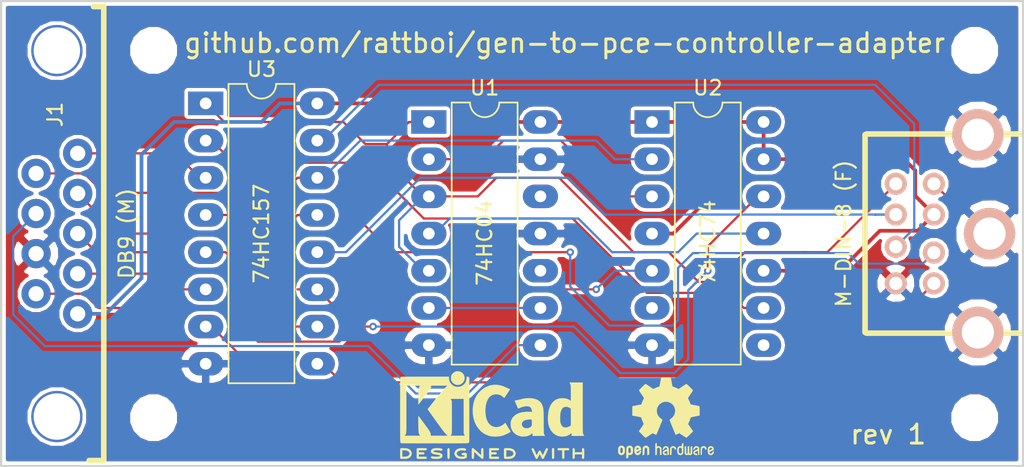
<source format=kicad_pcb>
(kicad_pcb (version 20171130) (host pcbnew "(5.0.0-3-g5ebb6b6)")

  (general
    (thickness 1.6)
    (drawings 13)
    (tracks 214)
    (zones 0)
    (modules 11)
    (nets 25)
  )

  (page A4)
  (layers
    (0 F.Cu signal hide)
    (31 B.Cu signal hide)
    (32 B.Adhes user)
    (33 F.Adhes user)
    (34 B.Paste user)
    (35 F.Paste user)
    (36 B.SilkS user)
    (37 F.SilkS user)
    (38 B.Mask user)
    (39 F.Mask user)
    (41 Cmts.User user)
    (44 Edge.Cuts user)
    (45 Margin user)
    (46 B.CrtYd user)
    (47 F.CrtYd user)
    (48 B.Fab user)
    (49 F.Fab user)
  )

  (setup
    (last_trace_width 0.1524)
    (user_trace_width 0.254)
    (trace_clearance 0.1524)
    (zone_clearance 0.254)
    (zone_45_only no)
    (trace_min 0.127)
    (segment_width 0.2)
    (edge_width 0.15)
    (via_size 0.508)
    (via_drill 0.254)
    (via_min_size 0.508)
    (via_min_drill 0.254)
    (uvia_size 0.508)
    (uvia_drill 0.254)
    (uvias_allowed no)
    (uvia_min_size 0.2)
    (uvia_min_drill 0.1)
    (pcb_text_width 0.3)
    (pcb_text_size 1.5 1.5)
    (mod_edge_width 0.15)
    (mod_text_size 1 1)
    (mod_text_width 0.15)
    (pad_size 2.7 2.7)
    (pad_drill 2.7)
    (pad_to_mask_clearance 0.0508)
    (aux_axis_origin 0 0)
    (visible_elements FFFFFF7F)
    (pcbplotparams
      (layerselection 0x010fc_ffffffff)
      (usegerberextensions false)
      (usegerberattributes false)
      (usegerberadvancedattributes false)
      (creategerberjobfile false)
      (excludeedgelayer true)
      (linewidth 0.100000)
      (plotframeref false)
      (viasonmask false)
      (mode 1)
      (useauxorigin false)
      (hpglpennumber 1)
      (hpglpenspeed 20)
      (hpglpendiameter 15.000000)
      (psnegative false)
      (psa4output false)
      (plotreference true)
      (plotvalue true)
      (plotinvisibletext false)
      (padsonsilk false)
      (subtractmaskfromsilk false)
      (outputformat 1)
      (mirror false)
      (drillshape 1)
      (scaleselection 1)
      (outputdirectory ""))
  )

  (net 0 "")
  (net 1 "Net-(J1-Pad7)")
  (net 2 "Net-(J2-Pad7)")
  (net 3 GND)
  (net 4 +5V)
  (net 5 "Net-(J2-Pad2)")
  (net 6 "Net-(J2-Pad3)")
  (net 7 "Net-(J2-Pad4)")
  (net 8 "Net-(J2-Pad5)")
  (net 9 "Net-(U2-Pad9)")
  (net 10 "Net-(J1-Pad1)")
  (net 11 "Net-(U2-Pad5)")
  (net 12 "Net-(J1-Pad4)")
  (net 13 "Net-(J1-Pad3)")
  (net 14 "Net-(J1-Pad9)")
  (net 15 "Net-(J1-Pad2)")
  (net 16 "Net-(J1-Pad6)")
  (net 17 "Net-(U1-Pad2)")
  (net 18 "Net-(U1-Pad4)")
  (net 19 "Net-(U2-Pad8)")
  (net 20 "Net-(U2-Pad6)")
  (net 21 "Net-(U1-Pad10)")
  (net 22 "Net-(U1-Pad6)")
  (net 23 "Net-(U1-Pad12)")
  (net 24 "Net-(J2-Pad6)")

  (net_class Default "This is the default net class."
    (clearance 0.1524)
    (trace_width 0.1524)
    (via_dia 0.508)
    (via_drill 0.254)
    (uvia_dia 0.508)
    (uvia_drill 0.254)
    (add_net +5V)
    (add_net GND)
    (add_net "Net-(J1-Pad1)")
    (add_net "Net-(J1-Pad2)")
    (add_net "Net-(J1-Pad3)")
    (add_net "Net-(J1-Pad4)")
    (add_net "Net-(J1-Pad6)")
    (add_net "Net-(J1-Pad7)")
    (add_net "Net-(J1-Pad9)")
    (add_net "Net-(J2-Pad2)")
    (add_net "Net-(J2-Pad3)")
    (add_net "Net-(J2-Pad4)")
    (add_net "Net-(J2-Pad5)")
    (add_net "Net-(J2-Pad6)")
    (add_net "Net-(J2-Pad7)")
    (add_net "Net-(U1-Pad10)")
    (add_net "Net-(U1-Pad12)")
    (add_net "Net-(U1-Pad2)")
    (add_net "Net-(U1-Pad4)")
    (add_net "Net-(U1-Pad6)")
    (add_net "Net-(U2-Pad5)")
    (add_net "Net-(U2-Pad6)")
    (add_net "Net-(U2-Pad8)")
    (add_net "Net-(U2-Pad9)")
  )

  (module digikey-footprints:DSUB-9_Jack_5747840-3 (layer F.Cu) (tedit 5B971EEC) (tstamp 5BA41A4C)
    (at 101.6 87.63 90)
    (descr http://www.te.com/commerce/DocumentDelivery/DDEController?Action=srchrtrv&DocNm=5747840&DocType=Customer+Drawing&DocLang=English)
    (path /5B8C751B)
    (fp_text reference J1 (at 8.128 -0.127 90) (layer F.SilkS)
      (effects (font (size 1 1) (thickness 0.15)))
    )
    (fp_text value "DB9 (M)" (at 0 4.75 90) (layer F.SilkS)
      (effects (font (size 1 1) (thickness 0.15)))
    )
    (fp_line (start -15.405 3.13) (end 15.405 3.13) (layer F.Fab) (width 0.1))
    (fp_line (start -15.405 -15.49) (end -15.405 3.13) (layer F.Fab) (width 0.1))
    (fp_line (start -15.405 -15.49) (end 15.405 -15.49) (layer F.Fab) (width 0.1))
    (fp_line (start 15.405 -15.49) (end 15.405 3.13) (layer F.Fab) (width 0.1))
    (fp_text user %R (at 0 -7.5 90) (layer F.Fab)
      (effects (font (size 1 1) (thickness 0.15)))
    )
    (fp_line (start -15.5 -15.6) (end -15.5 -14.5) (layer F.SilkS) (width 0.1))
    (fp_line (start -14.8 -15.6) (end -15.5 -15.6) (layer F.SilkS) (width 0.1))
    (fp_line (start 15.5 -15.6) (end 15.5 -14.3) (layer F.SilkS) (width 0.1))
    (fp_line (start 14.6 -15.6) (end 15.5 -15.6) (layer F.SilkS) (width 0.1))
    (fp_line (start 15.5 3.2) (end 14.1 3.2) (layer F.SilkS) (width 0.1))
    (fp_line (start 15.5 2.5) (end 15.5 3.2) (layer F.SilkS) (width 0.381))
    (fp_line (start -15.5 3.2) (end 15.5 3.2) (layer F.SilkS) (width 0.381))
    (fp_line (start -15.5 2.2) (end -15.5 3.2) (layer F.SilkS) (width 0.381))
    (fp_line (start 15.75 -15.75) (end 15.75 3.5) (layer F.CrtYd) (width 0.05))
    (fp_line (start -15.75 -15.75) (end 15.75 -15.75) (layer F.CrtYd) (width 0.05))
    (fp_line (start -15.75 3.5) (end 15.75 3.5) (layer F.CrtYd) (width 0.05))
    (fp_line (start -15.75 -15.75) (end -15.75 3.5) (layer F.CrtYd) (width 0.05))
    (pad 10 thru_hole circle (at -12.495 0 90) (size 3.5 3.5) (drill 3.17) (layers *.Cu *.Mask))
    (pad 10 thru_hole circle (at 12.495 0 90) (size 3.5 3.5) (drill 3.17) (layers *.Cu *.Mask))
    (pad 1 thru_hole circle (at 5.48 1.42 90) (size 2 2) (drill 1.04) (layers *.Cu *.Mask)
      (net 10 "Net-(J1-Pad1)"))
    (pad 6 thru_hole circle (at 4.11 -1.42 90) (size 2 2) (drill 1.04) (layers *.Cu *.Mask)
      (net 16 "Net-(J1-Pad6)"))
    (pad 2 thru_hole circle (at 2.74 1.42 90) (size 2 2) (drill 1.04) (layers *.Cu *.Mask)
      (net 15 "Net-(J1-Pad2)"))
    (pad 7 thru_hole circle (at 1.37 -1.42 90) (size 2 2) (drill 1.04) (layers *.Cu *.Mask)
      (net 1 "Net-(J1-Pad7)"))
    (pad 3 thru_hole circle (at 0 1.42 90) (size 2 2) (drill 1.04) (layers *.Cu *.Mask)
      (net 13 "Net-(J1-Pad3)"))
    (pad 8 thru_hole circle (at -1.37 -1.42 90) (size 2 2) (drill 1.04) (layers *.Cu *.Mask)
      (net 3 GND))
    (pad 4 thru_hole circle (at -2.74 1.42 90) (size 2 2) (drill 1.04) (layers *.Cu *.Mask)
      (net 12 "Net-(J1-Pad4)"))
    (pad 9 thru_hole circle (at -4.11 -1.42 90) (size 2 2) (drill 1.04) (layers *.Cu *.Mask)
      (net 14 "Net-(J1-Pad9)"))
    (pad 5 thru_hole circle (at -5.48 1.42 90) (size 2 2) (drill 1.04) (layers *.Cu *.Mask)
      (net 4 +5V))
  )

  (module w_conn_av:minidin-8 (layer F.Cu) (tedit 5B971EF2) (tstamp 5BA14F74)
    (at 162.687 87.63 90)
    (descr "MiniDin 8 (S-Video), Tyco P/N 1734096-1")
    (path /5B8FEB16)
    (fp_text reference J2 (at 0 8.128 90) (layer F.SilkS)
      (effects (font (size 1.524 1.524) (thickness 0.3048)))
    )
    (fp_text value "M-DIN-8 (F)" (at 0 -7.366 90) (layer F.SilkS)
      (effects (font (size 1 1) (thickness 0.15)))
    )
    (fp_line (start -3.9 6.692) (end -3.9 7.2) (layer F.SilkS) (width 0.381))
    (fp_line (start 4 6.7) (end 4 7.208) (layer F.SilkS) (width 0.381))
    (fp_line (start -3.9 6.7) (end 3.974 6.7) (layer F.SilkS) (width 0.381))
    (fp_line (start -3.9 6.8) (end 3.974 6.8) (layer F.SilkS) (width 0.381))
    (fp_line (start 3.974 7) (end -3.9 7) (layer F.SilkS) (width 0.381))
    (fp_line (start 6.8 7.154) (end 6.8 -5.8) (layer F.SilkS) (width 0.381))
    (fp_line (start 6.75 -5.9) (end -6.75 -5.9) (layer F.SilkS) (width 0.381))
    (fp_line (start -6.8 -5.8) (end -6.8 7.154) (layer F.SilkS) (width 0.381))
    (fp_line (start -6.75 7.3) (end 6.75 7.3) (layer F.SilkS) (width 0.381))
    (pad SH thru_hole circle (at -6.75 1.8 90) (size 3.50012 3.50012) (drill 2.19964) (layers *.Cu *.SilkS *.Mask)
      (net 3 GND))
    (pad SH thru_hole circle (at 6.75 1.8 90) (size 3.50012 3.50012) (drill 2.19964) (layers *.Cu *.SilkS *.Mask)
      (net 3 GND))
    (pad 5 thru_hole circle (at -3.4 -1.2 90) (size 1.50114 1.50114) (drill 0.9) (layers *.Cu *.SilkS *.Mask)
      (net 8 "Net-(J2-Pad5)"))
    (pad 2 thru_hole circle (at -1.3 -1.2 90) (size 1.50114 1.50114) (drill 0.9) (layers *.Cu *.SilkS *.Mask)
      (net 5 "Net-(J2-Pad2)"))
    (pad 3 thru_hole circle (at 3.4 -1.2 90) (size 1.50114 1.50114) (drill 0.9) (layers *.Cu *.SilkS *.Mask)
      (net 6 "Net-(J2-Pad3)"))
    (pad 4 thru_hole circle (at 1.3 -3.8 90) (size 1.50114 1.50114) (drill 0.9) (layers *.Cu *.SilkS *.Mask)
      (net 7 "Net-(J2-Pad4)"))
    (pad 6 thru_hole circle (at 3.4 -3.8 90) (size 1.50114 1.50114) (drill 0.9) (layers *.Cu *.SilkS *.Mask)
      (net 24 "Net-(J2-Pad6)"))
    (pad 8 thru_hole circle (at -3.4 -3.8 90) (size 1.50114 1.50114) (drill 0.9) (layers *.Cu *.SilkS *.Mask)
      (net 3 GND))
    (pad 7 thru_hole circle (at -0.9 -3.8 90) (size 1.50114 1.50114) (drill 0.9) (layers *.Cu *.SilkS *.Mask)
      (net 2 "Net-(J2-Pad7)"))
    (pad 1 thru_hole circle (at 1.3 -1.2 90) (size 1.50114 1.50114) (drill 0.9) (layers *.Cu *.SilkS *.Mask)
      (net 4 +5V))
    (pad SH thru_hole circle (at 0 2.6 90) (size 3.50012 3.50012) (drill 2.19964) (layers *.Cu *.SilkS *.Mask)
      (net 3 GND))
    (model walter/conn_av/minidin-8.wrl
      (at (xyz 0 0 0))
      (scale (xyz 1 1 1))
      (rotate (xyz 0 0 0))
    )
  )

  (module Package_DIP:DIP-14_W7.62mm_LongPads (layer F.Cu) (tedit 5B93FA32) (tstamp 5BA2C766)
    (at 142.24 80.01)
    (descr "14-lead though-hole mounted DIP package, row spacing 7.62 mm (300 mils), LongPads")
    (tags "THT DIP DIL PDIP 2.54mm 7.62mm 300mil LongPads")
    (path /5B8C7BF6)
    (fp_text reference U2 (at 3.81 -2.33) (layer F.SilkS)
      (effects (font (size 1 1) (thickness 0.15)))
    )
    (fp_text value 74HC74 (at 3.81 8.255 90) (layer F.SilkS)
      (effects (font (size 1 1) (thickness 0.15)))
    )
    (fp_arc (start 3.81 -1.33) (end 2.81 -1.33) (angle -180) (layer F.SilkS) (width 0.12))
    (fp_line (start 1.635 -1.27) (end 6.985 -1.27) (layer F.Fab) (width 0.1))
    (fp_line (start 6.985 -1.27) (end 6.985 16.51) (layer F.Fab) (width 0.1))
    (fp_line (start 6.985 16.51) (end 0.635 16.51) (layer F.Fab) (width 0.1))
    (fp_line (start 0.635 16.51) (end 0.635 -0.27) (layer F.Fab) (width 0.1))
    (fp_line (start 0.635 -0.27) (end 1.635 -1.27) (layer F.Fab) (width 0.1))
    (fp_line (start 2.81 -1.33) (end 1.56 -1.33) (layer F.SilkS) (width 0.12))
    (fp_line (start 1.56 -1.33) (end 1.56 16.57) (layer F.SilkS) (width 0.12))
    (fp_line (start 1.56 16.57) (end 6.06 16.57) (layer F.SilkS) (width 0.12))
    (fp_line (start 6.06 16.57) (end 6.06 -1.33) (layer F.SilkS) (width 0.12))
    (fp_line (start 6.06 -1.33) (end 4.81 -1.33) (layer F.SilkS) (width 0.12))
    (fp_line (start -1.45 -1.55) (end -1.45 16.8) (layer F.CrtYd) (width 0.05))
    (fp_line (start -1.45 16.8) (end 9.1 16.8) (layer F.CrtYd) (width 0.05))
    (fp_line (start 9.1 16.8) (end 9.1 -1.55) (layer F.CrtYd) (width 0.05))
    (fp_line (start 9.1 -1.55) (end -1.45 -1.55) (layer F.CrtYd) (width 0.05))
    (fp_text user %R (at 3.81 1.905) (layer F.Fab)
      (effects (font (size 1 1) (thickness 0.15)))
    )
    (pad 1 thru_hole rect (at 0 0) (size 2.4 1.6) (drill 0.8) (layers *.Cu *.Mask)
      (net 4 +5V))
    (pad 8 thru_hole oval (at 7.62 15.24) (size 2.4 1.6) (drill 0.8) (layers *.Cu *.Mask)
      (net 19 "Net-(U2-Pad8)"))
    (pad 2 thru_hole oval (at 0 2.54) (size 2.4 1.6) (drill 0.8) (layers *.Cu *.Mask)
      (net 16 "Net-(J1-Pad6)"))
    (pad 9 thru_hole oval (at 7.62 12.7) (size 2.4 1.6) (drill 0.8) (layers *.Cu *.Mask)
      (net 9 "Net-(U2-Pad9)"))
    (pad 3 thru_hole oval (at 0 5.08) (size 2.4 1.6) (drill 0.8) (layers *.Cu *.Mask)
      (net 17 "Net-(U1-Pad2)"))
    (pad 10 thru_hole oval (at 7.62 10.16) (size 2.4 1.6) (drill 0.8) (layers *.Cu *.Mask)
      (net 4 +5V))
    (pad 4 thru_hole oval (at 0 7.62) (size 2.4 1.6) (drill 0.8) (layers *.Cu *.Mask)
      (net 4 +5V))
    (pad 11 thru_hole oval (at 7.62 7.62) (size 2.4 1.6) (drill 0.8) (layers *.Cu *.Mask)
      (net 18 "Net-(U1-Pad4)"))
    (pad 5 thru_hole oval (at 0 10.16) (size 2.4 1.6) (drill 0.8) (layers *.Cu *.Mask)
      (net 11 "Net-(U2-Pad5)"))
    (pad 12 thru_hole oval (at 7.62 5.08) (size 2.4 1.6) (drill 0.8) (layers *.Cu *.Mask)
      (net 14 "Net-(J1-Pad9)"))
    (pad 6 thru_hole oval (at 0 12.7) (size 2.4 1.6) (drill 0.8) (layers *.Cu *.Mask)
      (net 20 "Net-(U2-Pad6)"))
    (pad 13 thru_hole oval (at 7.62 2.54) (size 2.4 1.6) (drill 0.8) (layers *.Cu *.Mask)
      (net 4 +5V))
    (pad 7 thru_hole oval (at 0 15.24) (size 2.4 1.6) (drill 0.8) (layers *.Cu *.Mask)
      (net 3 GND))
    (pad 14 thru_hole oval (at 7.62 0) (size 2.4 1.6) (drill 0.8) (layers *.Cu *.Mask)
      (net 4 +5V))
    (model ${KISYS3DMOD}/Package_DIP.3dshapes/DIP-14_W7.62mm.wrl
      (at (xyz 0 0 0))
      (scale (xyz 1 1 1))
      (rotate (xyz 0 0 0))
    )
  )

  (module Package_DIP:DIP-16_W7.62mm_LongPads (layer F.Cu) (tedit 5B93FA15) (tstamp 5B93232C)
    (at 111.76 78.74)
    (descr "16-lead though-hole mounted DIP package, row spacing 7.62 mm (300 mils), LongPads")
    (tags "THT DIP DIL PDIP 2.54mm 7.62mm 300mil LongPads")
    (path /5B8C724A)
    (fp_text reference U3 (at 3.81 -2.33) (layer F.SilkS)
      (effects (font (size 1 1) (thickness 0.15)))
    )
    (fp_text value 74HC157 (at 3.81 8.89 90) (layer F.SilkS)
      (effects (font (size 1 1) (thickness 0.15)))
    )
    (fp_arc (start 3.81 -1.33) (end 2.81 -1.33) (angle -180) (layer F.SilkS) (width 0.12))
    (fp_line (start 1.635 -1.27) (end 6.985 -1.27) (layer F.Fab) (width 0.1))
    (fp_line (start 6.985 -1.27) (end 6.985 19.05) (layer F.Fab) (width 0.1))
    (fp_line (start 6.985 19.05) (end 0.635 19.05) (layer F.Fab) (width 0.1))
    (fp_line (start 0.635 19.05) (end 0.635 -0.27) (layer F.Fab) (width 0.1))
    (fp_line (start 0.635 -0.27) (end 1.635 -1.27) (layer F.Fab) (width 0.1))
    (fp_line (start 2.81 -1.33) (end 1.56 -1.33) (layer F.SilkS) (width 0.12))
    (fp_line (start 1.56 -1.33) (end 1.56 19.11) (layer F.SilkS) (width 0.12))
    (fp_line (start 1.56 19.11) (end 6.06 19.11) (layer F.SilkS) (width 0.12))
    (fp_line (start 6.06 19.11) (end 6.06 -1.33) (layer F.SilkS) (width 0.12))
    (fp_line (start 6.06 -1.33) (end 4.81 -1.33) (layer F.SilkS) (width 0.12))
    (fp_line (start -1.45 -1.55) (end -1.45 19.3) (layer F.CrtYd) (width 0.05))
    (fp_line (start -1.45 19.3) (end 9.1 19.3) (layer F.CrtYd) (width 0.05))
    (fp_line (start 9.1 19.3) (end 9.1 -1.55) (layer F.CrtYd) (width 0.05))
    (fp_line (start 9.1 -1.55) (end -1.45 -1.55) (layer F.CrtYd) (width 0.05))
    (fp_text user %R (at 3.81 2.54) (layer F.Fab)
      (effects (font (size 1 1) (thickness 0.15)))
    )
    (pad 1 thru_hole rect (at 0 0) (size 2.4 1.6) (drill 0.8) (layers *.Cu *.Mask)
      (net 24 "Net-(J2-Pad6)"))
    (pad 9 thru_hole oval (at 7.62 17.78) (size 2.4 1.6) (drill 0.8) (layers *.Cu *.Mask)
      (net 8 "Net-(J2-Pad5)"))
    (pad 2 thru_hole oval (at 0 2.54) (size 2.4 1.6) (drill 0.8) (layers *.Cu *.Mask)
      (net 9 "Net-(U2-Pad9)"))
    (pad 10 thru_hole oval (at 7.62 15.24) (size 2.4 1.6) (drill 0.8) (layers *.Cu *.Mask)
      (net 13 "Net-(J1-Pad3)"))
    (pad 3 thru_hole oval (at 0 5.08) (size 2.4 1.6) (drill 0.8) (layers *.Cu *.Mask)
      (net 10 "Net-(J1-Pad1)"))
    (pad 11 thru_hole oval (at 7.62 12.7) (size 2.4 1.6) (drill 0.8) (layers *.Cu *.Mask)
      (net 14 "Net-(J1-Pad9)"))
    (pad 4 thru_hole oval (at 0 7.62) (size 2.4 1.6) (drill 0.8) (layers *.Cu *.Mask)
      (net 5 "Net-(J2-Pad2)"))
    (pad 12 thru_hole oval (at 7.62 10.16) (size 2.4 1.6) (drill 0.8) (layers *.Cu *.Mask)
      (net 7 "Net-(J2-Pad4)"))
    (pad 5 thru_hole oval (at 0 10.16) (size 2.4 1.6) (drill 0.8) (layers *.Cu *.Mask)
      (net 11 "Net-(U2-Pad5)"))
    (pad 13 thru_hole oval (at 7.62 7.62) (size 2.4 1.6) (drill 0.8) (layers *.Cu *.Mask)
      (net 15 "Net-(J1-Pad2)"))
    (pad 6 thru_hole oval (at 0 12.7) (size 2.4 1.6) (drill 0.8) (layers *.Cu *.Mask)
      (net 12 "Net-(J1-Pad4)"))
    (pad 14 thru_hole oval (at 7.62 5.08) (size 2.4 1.6) (drill 0.8) (layers *.Cu *.Mask)
      (net 16 "Net-(J1-Pad6)"))
    (pad 7 thru_hole oval (at 0 15.24) (size 2.4 1.6) (drill 0.8) (layers *.Cu *.Mask)
      (net 6 "Net-(J2-Pad3)"))
    (pad 15 thru_hole oval (at 7.62 2.54) (size 2.4 1.6) (drill 0.8) (layers *.Cu *.Mask)
      (net 2 "Net-(J2-Pad7)"))
    (pad 8 thru_hole oval (at 0 17.78) (size 2.4 1.6) (drill 0.8) (layers *.Cu *.Mask)
      (net 3 GND))
    (pad 16 thru_hole oval (at 7.62 0) (size 2.4 1.6) (drill 0.8) (layers *.Cu *.Mask)
      (net 4 +5V))
    (model ${KISYS3DMOD}/Package_DIP.3dshapes/DIP-16_W7.62mm.wrl
      (at (xyz 0 0 0))
      (scale (xyz 1 1 1))
      (rotate (xyz 0 0 0))
    )
  )

  (module Package_DIP:DIP-14_W7.62mm_LongPads (layer F.Cu) (tedit 5B93F9E2) (tstamp 5BA2BDA7)
    (at 127 80.01)
    (descr "14-lead though-hole mounted DIP package, row spacing 7.62 mm (300 mils), LongPads")
    (tags "THT DIP DIL PDIP 2.54mm 7.62mm 300mil LongPads")
    (path /5B8C7E8A)
    (fp_text reference U1 (at 3.81 -2.33) (layer F.SilkS)
      (effects (font (size 1 1) (thickness 0.15)))
    )
    (fp_text value 74HC04 (at 3.81 8.255 90) (layer F.SilkS)
      (effects (font (size 1 1) (thickness 0.15)))
    )
    (fp_arc (start 3.81 -1.33) (end 2.81 -1.33) (angle -180) (layer F.SilkS) (width 0.12))
    (fp_line (start 1.635 -1.27) (end 6.985 -1.27) (layer F.Fab) (width 0.1))
    (fp_line (start 6.985 -1.27) (end 6.985 16.51) (layer F.Fab) (width 0.1))
    (fp_line (start 6.985 16.51) (end 0.635 16.51) (layer F.Fab) (width 0.1))
    (fp_line (start 0.635 16.51) (end 0.635 -0.27) (layer F.Fab) (width 0.1))
    (fp_line (start 0.635 -0.27) (end 1.635 -1.27) (layer F.Fab) (width 0.1))
    (fp_line (start 2.81 -1.33) (end 1.56 -1.33) (layer F.SilkS) (width 0.12))
    (fp_line (start 1.56 -1.33) (end 1.56 16.57) (layer F.SilkS) (width 0.12))
    (fp_line (start 1.56 16.57) (end 6.06 16.57) (layer F.SilkS) (width 0.12))
    (fp_line (start 6.06 16.57) (end 6.06 -1.33) (layer F.SilkS) (width 0.12))
    (fp_line (start 6.06 -1.33) (end 4.81 -1.33) (layer F.SilkS) (width 0.12))
    (fp_line (start -1.45 -1.55) (end -1.45 16.8) (layer F.CrtYd) (width 0.05))
    (fp_line (start -1.45 16.8) (end 9.1 16.8) (layer F.CrtYd) (width 0.05))
    (fp_line (start 9.1 16.8) (end 9.1 -1.55) (layer F.CrtYd) (width 0.05))
    (fp_line (start 9.1 -1.55) (end -1.45 -1.55) (layer F.CrtYd) (width 0.05))
    (fp_text user %R (at 3.81 1.905) (layer F.Fab)
      (effects (font (size 1 1) (thickness 0.15)))
    )
    (pad 1 thru_hole rect (at 0 0) (size 2.4 1.6) (drill 0.8) (layers *.Cu *.Mask)
      (net 24 "Net-(J2-Pad6)"))
    (pad 8 thru_hole oval (at 7.62 15.24) (size 2.4 1.6) (drill 0.8) (layers *.Cu *.Mask)
      (net 1 "Net-(J1-Pad7)"))
    (pad 2 thru_hole oval (at 0 2.54) (size 2.4 1.6) (drill 0.8) (layers *.Cu *.Mask)
      (net 17 "Net-(U1-Pad2)"))
    (pad 9 thru_hole oval (at 7.62 12.7) (size 2.4 1.6) (drill 0.8) (layers *.Cu *.Mask)
      (net 22 "Net-(U1-Pad6)"))
    (pad 3 thru_hole oval (at 0 5.08) (size 2.4 1.6) (drill 0.8) (layers *.Cu *.Mask)
      (net 24 "Net-(J2-Pad6)"))
    (pad 10 thru_hole oval (at 7.62 10.16) (size 2.4 1.6) (drill 0.8) (layers *.Cu *.Mask)
      (net 21 "Net-(U1-Pad10)"))
    (pad 4 thru_hole oval (at 0 7.62) (size 2.4 1.6) (drill 0.8) (layers *.Cu *.Mask)
      (net 18 "Net-(U1-Pad4)"))
    (pad 11 thru_hole oval (at 7.62 7.62) (size 2.4 1.6) (drill 0.8) (layers *.Cu *.Mask)
      (net 3 GND))
    (pad 5 thru_hole oval (at 0 10.16) (size 2.4 1.6) (drill 0.8) (layers *.Cu *.Mask)
      (net 24 "Net-(J2-Pad6)"))
    (pad 12 thru_hole oval (at 7.62 5.08) (size 2.4 1.6) (drill 0.8) (layers *.Cu *.Mask)
      (net 23 "Net-(U1-Pad12)"))
    (pad 6 thru_hole oval (at 0 12.7) (size 2.4 1.6) (drill 0.8) (layers *.Cu *.Mask)
      (net 22 "Net-(U1-Pad6)"))
    (pad 13 thru_hole oval (at 7.62 2.54) (size 2.4 1.6) (drill 0.8) (layers *.Cu *.Mask)
      (net 3 GND))
    (pad 7 thru_hole oval (at 0 15.24) (size 2.4 1.6) (drill 0.8) (layers *.Cu *.Mask)
      (net 3 GND))
    (pad 14 thru_hole oval (at 7.62 0) (size 2.4 1.6) (drill 0.8) (layers *.Cu *.Mask)
      (net 4 +5V))
    (model ${KISYS3DMOD}/Package_DIP.3dshapes/DIP-14_W7.62mm.wrl
      (at (xyz 0 0 0))
      (scale (xyz 1 1 1))
      (rotate (xyz 0 0 0))
    )
  )

  (module MountingHole:MountingHole_2.7mm_M2.5 (layer F.Cu) (tedit 5B970947) (tstamp 5BA38549)
    (at 108.204 100.33)
    (descr "Mounting Hole 2.7mm, no annular, M2.5")
    (tags "mounting hole 2.7mm no annular m2.5")
    (attr virtual)
    (fp_text reference REF** (at 0.254 6.096) (layer F.SilkS)
      (effects (font (size 1 1) (thickness 0.15)))
    )
    (fp_text value MountingHole_2.7mm_M2.5 (at -0.0635 4.572) (layer F.Fab)
      (effects (font (size 1 1) (thickness 0.15)))
    )
    (fp_circle (center 0 0) (end 2.95 0) (layer F.CrtYd) (width 0.05))
    (fp_circle (center 0 0) (end 2.7 0) (layer Cmts.User) (width 0.15))
    (fp_text user %R (at 0.254 6.096) (layer F.Fab)
      (effects (font (size 1 1) (thickness 0.15)))
    )
    (pad "" np_thru_hole circle (at 0 -0.127) (size 2.7 2.7) (drill 2.7) (layers *.Cu *.Mask))
  )

  (module MountingHole:MountingHole_2.7mm_M2.5 (layer F.Cu) (tedit 5B97091E) (tstamp 5BA38661)
    (at 108.2675 74.803)
    (descr "Mounting Hole 2.7mm, no annular, M2.5")
    (tags "mounting hole 2.7mm no annular m2.5")
    (attr virtual)
    (fp_text reference REF** (at -0.0635 -4.2545) (layer F.SilkS)
      (effects (font (size 1 1) (thickness 0.15)))
    )
    (fp_text value MountingHole_2.7mm_M2.5 (at 0 3.7) (layer F.Fab)
      (effects (font (size 1 1) (thickness 0.15)))
    )
    (fp_circle (center 0 0) (end 2.95 0) (layer F.CrtYd) (width 0.05))
    (fp_circle (center 0 0) (end 2.7 0) (layer Cmts.User) (width 0.15))
    (fp_text user %R (at 0.3 0) (layer F.Fab)
      (effects (font (size 1 1) (thickness 0.15)))
    )
    (pad "" np_thru_hole circle (at -0.0635 0.3175) (size 2.7 2.7) (drill 2.7) (layers *.Cu *.Mask))
  )

  (module MountingHole:MountingHole_2.7mm_M2.5 (layer F.Cu) (tedit 5B97093D) (tstamp 5BA385FA)
    (at 164.211 75.1205)
    (descr "Mounting Hole 2.7mm, no annular, M2.5")
    (tags "mounting hole 2.7mm no annular m2.5")
    (attr virtual)
    (fp_text reference REF** (at 0 -4.318) (layer F.SilkS)
      (effects (font (size 1 1) (thickness 0.15)))
    )
    (fp_text value MountingHole_2.7mm_M2.5 (at 0 3.7) (layer F.Fab)
      (effects (font (size 1 1) (thickness 0.15)))
    )
    (fp_circle (center 0 0) (end 2.95 0) (layer F.CrtYd) (width 0.05))
    (fp_circle (center 0 0) (end 2.7 0) (layer Cmts.User) (width 0.15))
    (fp_text user %R (at 0 -4.318) (layer F.Fab)
      (effects (font (size 1 1) (thickness 0.15)))
    )
    (pad "" np_thru_hole circle (at 0.0635 0) (size 2.7 2.7) (drill 2.7) (layers *.Cu *.Mask))
  )

  (module MountingHole:MountingHole_2.7mm_M2.5 (layer F.Cu) (tedit 56D1B4CB) (tstamp 5BA38610)
    (at 164.2745 100.203)
    (descr "Mounting Hole 2.7mm, no annular, M2.5")
    (tags "mounting hole 2.7mm no annular m2.5")
    (attr virtual)
    (fp_text reference REF** (at 0.3175 5.7785) (layer F.SilkS)
      (effects (font (size 1 1) (thickness 0.15)))
    )
    (fp_text value MountingHole_2.7mm_M2.5 (at 0 4.318) (layer F.Fab)
      (effects (font (size 1 1) (thickness 0.15)))
    )
    (fp_circle (center 0 0) (end 2.95 0) (layer F.CrtYd) (width 0.05))
    (fp_circle (center 0 0) (end 2.7 0) (layer Cmts.User) (width 0.15))
    (fp_text user %R (at 0.3 5.7785) (layer F.Fab)
      (effects (font (size 1 1) (thickness 0.15)))
    )
    (pad 1 np_thru_hole circle (at 0 0) (size 2.7 2.7) (drill 2.7) (layers *.Cu *.Mask))
  )

  (module Symbol:OSHW-Logo2_7.3x6mm_SilkScreen (layer F.Cu) (tedit 0) (tstamp 5B973851)
    (at 143.1925 100.203)
    (descr "Open Source Hardware Symbol")
    (tags "Logo Symbol OSHW")
    (attr virtual)
    (fp_text reference REF** (at 0 0) (layer F.SilkS) hide
      (effects (font (size 1 1) (thickness 0.15)))
    )
    (fp_text value OSHW-Logo2_7.3x6mm_SilkScreen (at 0.75 0) (layer F.Fab) hide
      (effects (font (size 1 1) (thickness 0.15)))
    )
    (fp_poly (pts (xy 0.10391 -2.757652) (xy 0.182454 -2.757222) (xy 0.239298 -2.756058) (xy 0.278105 -2.753793)
      (xy 0.302538 -2.75006) (xy 0.316262 -2.744494) (xy 0.32294 -2.736727) (xy 0.326236 -2.726395)
      (xy 0.326556 -2.725057) (xy 0.331562 -2.700921) (xy 0.340829 -2.653299) (xy 0.353392 -2.587259)
      (xy 0.368287 -2.507872) (xy 0.384551 -2.420204) (xy 0.385119 -2.417125) (xy 0.40141 -2.331211)
      (xy 0.416652 -2.255304) (xy 0.429861 -2.193955) (xy 0.440054 -2.151718) (xy 0.446248 -2.133145)
      (xy 0.446543 -2.132816) (xy 0.464788 -2.123747) (xy 0.502405 -2.108633) (xy 0.551271 -2.090738)
      (xy 0.551543 -2.090642) (xy 0.613093 -2.067507) (xy 0.685657 -2.038035) (xy 0.754057 -2.008403)
      (xy 0.757294 -2.006938) (xy 0.868702 -1.956374) (xy 1.115399 -2.12484) (xy 1.191077 -2.176197)
      (xy 1.259631 -2.222111) (xy 1.317088 -2.25997) (xy 1.359476 -2.287163) (xy 1.382825 -2.301079)
      (xy 1.385042 -2.302111) (xy 1.40201 -2.297516) (xy 1.433701 -2.275345) (xy 1.481352 -2.234553)
      (xy 1.546198 -2.174095) (xy 1.612397 -2.109773) (xy 1.676214 -2.046388) (xy 1.733329 -1.988549)
      (xy 1.780305 -1.939825) (xy 1.813703 -1.90379) (xy 1.830085 -1.884016) (xy 1.830694 -1.882998)
      (xy 1.832505 -1.869428) (xy 1.825683 -1.847267) (xy 1.80854 -1.813522) (xy 1.779393 -1.7652)
      (xy 1.736555 -1.699308) (xy 1.679448 -1.614483) (xy 1.628766 -1.539823) (xy 1.583461 -1.47286)
      (xy 1.54615 -1.417484) (xy 1.519452 -1.37758) (xy 1.505985 -1.357038) (xy 1.505137 -1.355644)
      (xy 1.506781 -1.335962) (xy 1.519245 -1.297707) (xy 1.540048 -1.248111) (xy 1.547462 -1.232272)
      (xy 1.579814 -1.16171) (xy 1.614328 -1.081647) (xy 1.642365 -1.012371) (xy 1.662568 -0.960955)
      (xy 1.678615 -0.921881) (xy 1.687888 -0.901459) (xy 1.689041 -0.899886) (xy 1.706096 -0.897279)
      (xy 1.746298 -0.890137) (xy 1.804302 -0.879477) (xy 1.874763 -0.866315) (xy 1.952335 -0.851667)
      (xy 2.031672 -0.836551) (xy 2.107431 -0.821982) (xy 2.174264 -0.808978) (xy 2.226828 -0.798555)
      (xy 2.259776 -0.79173) (xy 2.267857 -0.789801) (xy 2.276205 -0.785038) (xy 2.282506 -0.774282)
      (xy 2.287045 -0.753902) (xy 2.290104 -0.720266) (xy 2.291967 -0.669745) (xy 2.292918 -0.598708)
      (xy 2.29324 -0.503524) (xy 2.293257 -0.464508) (xy 2.293257 -0.147201) (xy 2.217057 -0.132161)
      (xy 2.174663 -0.124005) (xy 2.1114 -0.112101) (xy 2.034962 -0.097884) (xy 1.953043 -0.08279)
      (xy 1.9304 -0.078645) (xy 1.854806 -0.063947) (xy 1.788953 -0.049495) (xy 1.738366 -0.036625)
      (xy 1.708574 -0.026678) (xy 1.703612 -0.023713) (xy 1.691426 -0.002717) (xy 1.673953 0.037967)
      (xy 1.654577 0.090322) (xy 1.650734 0.1016) (xy 1.625339 0.171523) (xy 1.593817 0.250418)
      (xy 1.562969 0.321266) (xy 1.562817 0.321595) (xy 1.511447 0.432733) (xy 1.680399 0.681253)
      (xy 1.849352 0.929772) (xy 1.632429 1.147058) (xy 1.566819 1.211726) (xy 1.506979 1.268733)
      (xy 1.456267 1.315033) (xy 1.418046 1.347584) (xy 1.395675 1.363343) (xy 1.392466 1.364343)
      (xy 1.373626 1.356469) (xy 1.33518 1.334578) (xy 1.28133 1.301267) (xy 1.216276 1.259131)
      (xy 1.14594 1.211943) (xy 1.074555 1.16381) (xy 1.010908 1.121928) (xy 0.959041 1.088871)
      (xy 0.922995 1.067218) (xy 0.906867 1.059543) (xy 0.887189 1.066037) (xy 0.849875 1.08315)
      (xy 0.802621 1.107326) (xy 0.797612 1.110013) (xy 0.733977 1.141927) (xy 0.690341 1.157579)
      (xy 0.663202 1.157745) (xy 0.649057 1.143204) (xy 0.648975 1.143) (xy 0.641905 1.125779)
      (xy 0.625042 1.084899) (xy 0.599695 1.023525) (xy 0.567171 0.944819) (xy 0.528778 0.851947)
      (xy 0.485822 0.748072) (xy 0.444222 0.647502) (xy 0.398504 0.536516) (xy 0.356526 0.433703)
      (xy 0.319548 0.342215) (xy 0.288827 0.265201) (xy 0.265622 0.205815) (xy 0.25119 0.167209)
      (xy 0.246743 0.1528) (xy 0.257896 0.136272) (xy 0.287069 0.10993) (xy 0.325971 0.080887)
      (xy 0.436757 -0.010961) (xy 0.523351 -0.116241) (xy 0.584716 -0.232734) (xy 0.619815 -0.358224)
      (xy 0.627608 -0.490493) (xy 0.621943 -0.551543) (xy 0.591078 -0.678205) (xy 0.53792 -0.790059)
      (xy 0.465767 -0.885999) (xy 0.377917 -0.964924) (xy 0.277665 -1.02573) (xy 0.16831 -1.067313)
      (xy 0.053147 -1.088572) (xy -0.064525 -1.088401) (xy -0.18141 -1.065699) (xy -0.294211 -1.019362)
      (xy -0.399631 -0.948287) (xy -0.443632 -0.908089) (xy -0.528021 -0.804871) (xy -0.586778 -0.692075)
      (xy -0.620296 -0.57299) (xy -0.628965 -0.450905) (xy -0.613177 -0.329107) (xy -0.573322 -0.210884)
      (xy -0.509793 -0.099525) (xy -0.422979 0.001684) (xy -0.325971 0.080887) (xy -0.285563 0.111162)
      (xy -0.257018 0.137219) (xy -0.246743 0.152825) (xy -0.252123 0.169843) (xy -0.267425 0.2105)
      (xy -0.291388 0.271642) (xy -0.322756 0.350119) (xy -0.360268 0.44278) (xy -0.402667 0.546472)
      (xy -0.444337 0.647526) (xy -0.49031 0.758607) (xy -0.532893 0.861541) (xy -0.570779 0.953165)
      (xy -0.60266 1.030316) (xy -0.627229 1.089831) (xy -0.64318 1.128544) (xy -0.64909 1.143)
      (xy -0.663052 1.157685) (xy -0.69006 1.157642) (xy -0.733587 1.142099) (xy -0.79711 1.110284)
      (xy -0.797612 1.110013) (xy -0.84544 1.085323) (xy -0.884103 1.067338) (xy -0.905905 1.059614)
      (xy -0.906867 1.059543) (xy -0.923279 1.067378) (xy -0.959513 1.089165) (xy -1.011526 1.122328)
      (xy -1.075275 1.164291) (xy -1.14594 1.211943) (xy -1.217884 1.260191) (xy -1.282726 1.302151)
      (xy -1.336265 1.335227) (xy -1.374303 1.356821) (xy -1.392467 1.364343) (xy -1.409192 1.354457)
      (xy -1.44282 1.326826) (xy -1.48999 1.284495) (xy -1.547342 1.230505) (xy -1.611516 1.167899)
      (xy -1.632503 1.146983) (xy -1.849501 0.929623) (xy -1.684332 0.68722) (xy -1.634136 0.612781)
      (xy -1.590081 0.545972) (xy -1.554638 0.490665) (xy -1.530281 0.450729) (xy -1.519478 0.430036)
      (xy -1.519162 0.428563) (xy -1.524857 0.409058) (xy -1.540174 0.369822) (xy -1.562463 0.31743)
      (xy -1.578107 0.282355) (xy -1.607359 0.215201) (xy -1.634906 0.147358) (xy -1.656263 0.090034)
      (xy -1.662065 0.072572) (xy -1.678548 0.025938) (xy -1.69466 -0.010095) (xy -1.70351 -0.023713)
      (xy -1.72304 -0.032048) (xy -1.765666 -0.043863) (xy -1.825855 -0.057819) (xy -1.898078 -0.072578)
      (xy -1.9304 -0.078645) (xy -2.012478 -0.093727) (xy -2.091205 -0.108331) (xy -2.158891 -0.12102)
      (xy -2.20784 -0.130358) (xy -2.217057 -0.132161) (xy -2.293257 -0.147201) (xy -2.293257 -0.464508)
      (xy -2.293086 -0.568846) (xy -2.292384 -0.647787) (xy -2.290866 -0.704962) (xy -2.288251 -0.744001)
      (xy -2.284254 -0.768535) (xy -2.278591 -0.782195) (xy -2.27098 -0.788611) (xy -2.267857 -0.789801)
      (xy -2.249022 -0.79402) (xy -2.207412 -0.802438) (xy -2.14837 -0.814039) (xy -2.077243 -0.827805)
      (xy -1.999375 -0.84272) (xy -1.920113 -0.857768) (xy -1.844802 -0.871931) (xy -1.778787 -0.884194)
      (xy -1.727413 -0.893539) (xy -1.696025 -0.89895) (xy -1.689041 -0.899886) (xy -1.682715 -0.912404)
      (xy -1.66871 -0.945754) (xy -1.649645 -0.993623) (xy -1.642366 -1.012371) (xy -1.613004 -1.084805)
      (xy -1.578429 -1.16483) (xy -1.547463 -1.232272) (xy -1.524677 -1.283841) (xy -1.509518 -1.326215)
      (xy -1.504458 -1.352166) (xy -1.505264 -1.355644) (xy -1.515959 -1.372064) (xy -1.54038 -1.408583)
      (xy -1.575905 -1.461313) (xy -1.619913 -1.526365) (xy -1.669783 -1.599849) (xy -1.679644 -1.614355)
      (xy -1.737508 -1.700296) (xy -1.780044 -1.765739) (xy -1.808946 -1.813696) (xy -1.82591 -1.84718)
      (xy -1.832633 -1.869205) (xy -1.83081 -1.882783) (xy -1.830764 -1.882869) (xy -1.816414 -1.900703)
      (xy -1.784677 -1.935183) (xy -1.73899 -1.982732) (xy -1.682796 -2.039778) (xy -1.619532 -2.102745)
      (xy -1.612398 -2.109773) (xy -1.53267 -2.18698) (xy -1.471143 -2.24367) (xy -1.426579 -2.28089)
      (xy -1.397743 -2.299685) (xy -1.385042 -2.302111) (xy -1.366506 -2.291529) (xy -1.328039 -2.267084)
      (xy -1.273614 -2.231388) (xy -1.207202 -2.187053) (xy -1.132775 -2.136689) (xy -1.115399 -2.12484)
      (xy -0.868703 -1.956374) (xy -0.757294 -2.006938) (xy -0.689543 -2.036405) (xy -0.616817 -2.066041)
      (xy -0.554297 -2.08967) (xy -0.551543 -2.090642) (xy -0.50264 -2.108543) (xy -0.464943 -2.12368)
      (xy -0.446575 -2.13279) (xy -0.446544 -2.132816) (xy -0.440715 -2.149283) (xy -0.430808 -2.189781)
      (xy -0.417805 -2.249758) (xy -0.402691 -2.32466) (xy -0.386448 -2.409936) (xy -0.385119 -2.417125)
      (xy -0.368825 -2.504986) (xy -0.353867 -2.58474) (xy -0.341209 -2.651319) (xy -0.331814 -2.699653)
      (xy -0.326646 -2.724675) (xy -0.326556 -2.725057) (xy -0.323411 -2.735701) (xy -0.317296 -2.743738)
      (xy -0.304547 -2.749533) (xy -0.2815 -2.753453) (xy -0.244491 -2.755865) (xy -0.189856 -2.757135)
      (xy -0.113933 -2.757629) (xy -0.013056 -2.757714) (xy 0 -2.757714) (xy 0.10391 -2.757652)) (layer F.SilkS) (width 0.01))
    (fp_poly (pts (xy 3.153595 1.966966) (xy 3.211021 2.004497) (xy 3.238719 2.038096) (xy 3.260662 2.099064)
      (xy 3.262405 2.147308) (xy 3.258457 2.211816) (xy 3.109686 2.276934) (xy 3.037349 2.310202)
      (xy 2.990084 2.336964) (xy 2.965507 2.360144) (xy 2.961237 2.382667) (xy 2.974889 2.407455)
      (xy 2.989943 2.423886) (xy 3.033746 2.450235) (xy 3.081389 2.452081) (xy 3.125145 2.431546)
      (xy 3.157289 2.390752) (xy 3.163038 2.376347) (xy 3.190576 2.331356) (xy 3.222258 2.312182)
      (xy 3.265714 2.295779) (xy 3.265714 2.357966) (xy 3.261872 2.400283) (xy 3.246823 2.435969)
      (xy 3.21528 2.476943) (xy 3.210592 2.482267) (xy 3.175506 2.51872) (xy 3.145347 2.538283)
      (xy 3.107615 2.547283) (xy 3.076335 2.55023) (xy 3.020385 2.550965) (xy 2.980555 2.54166)
      (xy 2.955708 2.527846) (xy 2.916656 2.497467) (xy 2.889625 2.464613) (xy 2.872517 2.423294)
      (xy 2.863238 2.367521) (xy 2.859693 2.291305) (xy 2.85941 2.252622) (xy 2.860372 2.206247)
      (xy 2.948007 2.206247) (xy 2.949023 2.231126) (xy 2.951556 2.2352) (xy 2.968274 2.229665)
      (xy 3.004249 2.215017) (xy 3.052331 2.19419) (xy 3.062386 2.189714) (xy 3.123152 2.158814)
      (xy 3.156632 2.131657) (xy 3.16399 2.10622) (xy 3.146391 2.080481) (xy 3.131856 2.069109)
      (xy 3.07941 2.046364) (xy 3.030322 2.050122) (xy 2.989227 2.077884) (xy 2.960758 2.127152)
      (xy 2.951631 2.166257) (xy 2.948007 2.206247) (xy 2.860372 2.206247) (xy 2.861285 2.162249)
      (xy 2.868196 2.095384) (xy 2.881884 2.046695) (xy 2.904096 2.010849) (xy 2.936574 1.982513)
      (xy 2.950733 1.973355) (xy 3.015053 1.949507) (xy 3.085473 1.948006) (xy 3.153595 1.966966)) (layer F.SilkS) (width 0.01))
    (fp_poly (pts (xy 2.6526 1.958752) (xy 2.669948 1.966334) (xy 2.711356 1.999128) (xy 2.746765 2.046547)
      (xy 2.768664 2.097151) (xy 2.772229 2.122098) (xy 2.760279 2.156927) (xy 2.734067 2.175357)
      (xy 2.705964 2.186516) (xy 2.693095 2.188572) (xy 2.686829 2.173649) (xy 2.674456 2.141175)
      (xy 2.669028 2.126502) (xy 2.63859 2.075744) (xy 2.59452 2.050427) (xy 2.53801 2.051206)
      (xy 2.533825 2.052203) (xy 2.503655 2.066507) (xy 2.481476 2.094393) (xy 2.466327 2.139287)
      (xy 2.45725 2.204615) (xy 2.453286 2.293804) (xy 2.452914 2.341261) (xy 2.45273 2.416071)
      (xy 2.451522 2.467069) (xy 2.448309 2.499471) (xy 2.442109 2.518495) (xy 2.43194 2.529356)
      (xy 2.416819 2.537272) (xy 2.415946 2.53767) (xy 2.386828 2.549981) (xy 2.372403 2.554514)
      (xy 2.370186 2.540809) (xy 2.368289 2.502925) (xy 2.366847 2.445715) (xy 2.365998 2.374027)
      (xy 2.365829 2.321565) (xy 2.366692 2.220047) (xy 2.37007 2.143032) (xy 2.377142 2.086023)
      (xy 2.389088 2.044526) (xy 2.40709 2.014043) (xy 2.432327 1.99008) (xy 2.457247 1.973355)
      (xy 2.517171 1.951097) (xy 2.586911 1.946076) (xy 2.6526 1.958752)) (layer F.SilkS) (width 0.01))
    (fp_poly (pts (xy 2.144876 1.956335) (xy 2.186667 1.975344) (xy 2.219469 1.998378) (xy 2.243503 2.024133)
      (xy 2.260097 2.057358) (xy 2.270577 2.1028) (xy 2.276271 2.165207) (xy 2.278507 2.249327)
      (xy 2.278743 2.304721) (xy 2.278743 2.520826) (xy 2.241774 2.53767) (xy 2.212656 2.549981)
      (xy 2.198231 2.554514) (xy 2.195472 2.541025) (xy 2.193282 2.504653) (xy 2.191942 2.451542)
      (xy 2.191657 2.409372) (xy 2.190434 2.348447) (xy 2.187136 2.300115) (xy 2.182321 2.270518)
      (xy 2.178496 2.264229) (xy 2.152783 2.270652) (xy 2.112418 2.287125) (xy 2.065679 2.309458)
      (xy 2.020845 2.333457) (xy 1.986193 2.35493) (xy 1.970002 2.369685) (xy 1.969938 2.369845)
      (xy 1.97133 2.397152) (xy 1.983818 2.423219) (xy 2.005743 2.444392) (xy 2.037743 2.451474)
      (xy 2.065092 2.450649) (xy 2.103826 2.450042) (xy 2.124158 2.459116) (xy 2.136369 2.483092)
      (xy 2.137909 2.487613) (xy 2.143203 2.521806) (xy 2.129047 2.542568) (xy 2.092148 2.552462)
      (xy 2.052289 2.554292) (xy 1.980562 2.540727) (xy 1.943432 2.521355) (xy 1.897576 2.475845)
      (xy 1.873256 2.419983) (xy 1.871073 2.360957) (xy 1.891629 2.305953) (xy 1.922549 2.271486)
      (xy 1.95342 2.252189) (xy 2.001942 2.227759) (xy 2.058485 2.202985) (xy 2.06791 2.199199)
      (xy 2.130019 2.171791) (xy 2.165822 2.147634) (xy 2.177337 2.123619) (xy 2.16658 2.096635)
      (xy 2.148114 2.075543) (xy 2.104469 2.049572) (xy 2.056446 2.047624) (xy 2.012406 2.067637)
      (xy 1.980709 2.107551) (xy 1.976549 2.117848) (xy 1.952327 2.155724) (xy 1.916965 2.183842)
      (xy 1.872343 2.206917) (xy 1.872343 2.141485) (xy 1.874969 2.101506) (xy 1.88623 2.069997)
      (xy 1.911199 2.036378) (xy 1.935169 2.010484) (xy 1.972441 1.973817) (xy 2.001401 1.954121)
      (xy 2.032505 1.94622) (xy 2.067713 1.944914) (xy 2.144876 1.956335)) (layer F.SilkS) (width 0.01))
    (fp_poly (pts (xy 1.779833 1.958663) (xy 1.782048 1.99685) (xy 1.783784 2.054886) (xy 1.784899 2.12818)
      (xy 1.785257 2.205055) (xy 1.785257 2.465196) (xy 1.739326 2.511127) (xy 1.707675 2.539429)
      (xy 1.67989 2.550893) (xy 1.641915 2.550168) (xy 1.62684 2.548321) (xy 1.579726 2.542948)
      (xy 1.540756 2.539869) (xy 1.531257 2.539585) (xy 1.499233 2.541445) (xy 1.453432 2.546114)
      (xy 1.435674 2.548321) (xy 1.392057 2.551735) (xy 1.362745 2.54432) (xy 1.33368 2.521427)
      (xy 1.323188 2.511127) (xy 1.277257 2.465196) (xy 1.277257 1.978602) (xy 1.314226 1.961758)
      (xy 1.346059 1.949282) (xy 1.364683 1.944914) (xy 1.369458 1.958718) (xy 1.373921 1.997286)
      (xy 1.377775 2.056356) (xy 1.380722 2.131663) (xy 1.382143 2.195286) (xy 1.386114 2.445657)
      (xy 1.420759 2.450556) (xy 1.452268 2.447131) (xy 1.467708 2.436041) (xy 1.472023 2.415308)
      (xy 1.475708 2.371145) (xy 1.478469 2.309146) (xy 1.480012 2.234909) (xy 1.480235 2.196706)
      (xy 1.480457 1.976783) (xy 1.526166 1.960849) (xy 1.558518 1.950015) (xy 1.576115 1.944962)
      (xy 1.576623 1.944914) (xy 1.578388 1.958648) (xy 1.580329 1.99673) (xy 1.582282 2.054482)
      (xy 1.584084 2.127227) (xy 1.585343 2.195286) (xy 1.589314 2.445657) (xy 1.6764 2.445657)
      (xy 1.680396 2.21724) (xy 1.684392 1.988822) (xy 1.726847 1.966868) (xy 1.758192 1.951793)
      (xy 1.776744 1.944951) (xy 1.777279 1.944914) (xy 1.779833 1.958663)) (layer F.SilkS) (width 0.01))
    (fp_poly (pts (xy 1.190117 2.065358) (xy 1.189933 2.173837) (xy 1.189219 2.257287) (xy 1.187675 2.319704)
      (xy 1.185001 2.365085) (xy 1.180894 2.397429) (xy 1.175055 2.420733) (xy 1.167182 2.438995)
      (xy 1.161221 2.449418) (xy 1.111855 2.505945) (xy 1.049264 2.541377) (xy 0.980013 2.55409)
      (xy 0.910668 2.542463) (xy 0.869375 2.521568) (xy 0.826025 2.485422) (xy 0.796481 2.441276)
      (xy 0.778655 2.383462) (xy 0.770463 2.306313) (xy 0.769302 2.249714) (xy 0.769458 2.245647)
      (xy 0.870857 2.245647) (xy 0.871476 2.31055) (xy 0.874314 2.353514) (xy 0.88084 2.381622)
      (xy 0.892523 2.401953) (xy 0.906483 2.417288) (xy 0.953365 2.44689) (xy 1.003701 2.449419)
      (xy 1.051276 2.424705) (xy 1.054979 2.421356) (xy 1.070783 2.403935) (xy 1.080693 2.383209)
      (xy 1.086058 2.352362) (xy 1.088228 2.304577) (xy 1.088571 2.251748) (xy 1.087827 2.185381)
      (xy 1.084748 2.141106) (xy 1.078061 2.112009) (xy 1.066496 2.091173) (xy 1.057013 2.080107)
      (xy 1.01296 2.052198) (xy 0.962224 2.048843) (xy 0.913796 2.070159) (xy 0.90445 2.078073)
      (xy 0.88854 2.095647) (xy 0.87861 2.116587) (xy 0.873278 2.147782) (xy 0.871163 2.196122)
      (xy 0.870857 2.245647) (xy 0.769458 2.245647) (xy 0.77281 2.158568) (xy 0.784726 2.090086)
      (xy 0.807135 2.0386) (xy 0.842124 1.998443) (xy 0.869375 1.977861) (xy 0.918907 1.955625)
      (xy 0.976316 1.945304) (xy 1.029682 1.948067) (xy 1.059543 1.959212) (xy 1.071261 1.962383)
      (xy 1.079037 1.950557) (xy 1.084465 1.918866) (xy 1.088571 1.870593) (xy 1.093067 1.816829)
      (xy 1.099313 1.784482) (xy 1.110676 1.765985) (xy 1.130528 1.75377) (xy 1.143 1.748362)
      (xy 1.190171 1.728601) (xy 1.190117 2.065358)) (layer F.SilkS) (width 0.01))
    (fp_poly (pts (xy 0.529926 1.949755) (xy 0.595858 1.974084) (xy 0.649273 2.017117) (xy 0.670164 2.047409)
      (xy 0.692939 2.102994) (xy 0.692466 2.143186) (xy 0.668562 2.170217) (xy 0.659717 2.174813)
      (xy 0.62153 2.189144) (xy 0.602028 2.185472) (xy 0.595422 2.161407) (xy 0.595086 2.148114)
      (xy 0.582992 2.09921) (xy 0.551471 2.064999) (xy 0.507659 2.048476) (xy 0.458695 2.052634)
      (xy 0.418894 2.074227) (xy 0.40545 2.086544) (xy 0.395921 2.101487) (xy 0.389485 2.124075)
      (xy 0.385317 2.159328) (xy 0.382597 2.212266) (xy 0.380502 2.287907) (xy 0.37996 2.311857)
      (xy 0.377981 2.39379) (xy 0.375731 2.451455) (xy 0.372357 2.489608) (xy 0.367006 2.513004)
      (xy 0.358824 2.526398) (xy 0.346959 2.534545) (xy 0.339362 2.538144) (xy 0.307102 2.550452)
      (xy 0.288111 2.554514) (xy 0.281836 2.540948) (xy 0.278006 2.499934) (xy 0.2766 2.430999)
      (xy 0.277598 2.333669) (xy 0.277908 2.318657) (xy 0.280101 2.229859) (xy 0.282693 2.165019)
      (xy 0.286382 2.119067) (xy 0.291864 2.086935) (xy 0.299835 2.063553) (xy 0.310993 2.043852)
      (xy 0.31683 2.03541) (xy 0.350296 1.998057) (xy 0.387727 1.969003) (xy 0.392309 1.966467)
      (xy 0.459426 1.946443) (xy 0.529926 1.949755)) (layer F.SilkS) (width 0.01))
    (fp_poly (pts (xy 0.039744 1.950968) (xy 0.096616 1.972087) (xy 0.097267 1.972493) (xy 0.13244 1.99838)
      (xy 0.158407 2.028633) (xy 0.17667 2.068058) (xy 0.188732 2.121462) (xy 0.196096 2.193651)
      (xy 0.200264 2.289432) (xy 0.200629 2.303078) (xy 0.205876 2.508842) (xy 0.161716 2.531678)
      (xy 0.129763 2.54711) (xy 0.11047 2.554423) (xy 0.109578 2.554514) (xy 0.106239 2.541022)
      (xy 0.103587 2.504626) (xy 0.101956 2.451452) (xy 0.1016 2.408393) (xy 0.101592 2.338641)
      (xy 0.098403 2.294837) (xy 0.087288 2.273944) (xy 0.063501 2.272925) (xy 0.022296 2.288741)
      (xy -0.039914 2.317815) (xy -0.085659 2.341963) (xy -0.109187 2.362913) (xy -0.116104 2.385747)
      (xy -0.116114 2.386877) (xy -0.104701 2.426212) (xy -0.070908 2.447462) (xy -0.019191 2.450539)
      (xy 0.018061 2.450006) (xy 0.037703 2.460735) (xy 0.049952 2.486505) (xy 0.057002 2.519337)
      (xy 0.046842 2.537966) (xy 0.043017 2.540632) (xy 0.007001 2.55134) (xy -0.043434 2.552856)
      (xy -0.095374 2.545759) (xy -0.132178 2.532788) (xy -0.183062 2.489585) (xy -0.211986 2.429446)
      (xy -0.217714 2.382462) (xy -0.213343 2.340082) (xy -0.197525 2.305488) (xy -0.166203 2.274763)
      (xy -0.115322 2.24399) (xy -0.040824 2.209252) (xy -0.036286 2.207288) (xy 0.030821 2.176287)
      (xy 0.072232 2.150862) (xy 0.089981 2.128014) (xy 0.086107 2.104745) (xy 0.062643 2.078056)
      (xy 0.055627 2.071914) (xy 0.00863 2.0481) (xy -0.040067 2.049103) (xy -0.082478 2.072451)
      (xy -0.110616 2.115675) (xy -0.113231 2.12416) (xy -0.138692 2.165308) (xy -0.170999 2.185128)
      (xy -0.217714 2.20477) (xy -0.217714 2.15395) (xy -0.203504 2.080082) (xy -0.161325 2.012327)
      (xy -0.139376 1.989661) (xy -0.089483 1.960569) (xy -0.026033 1.9474) (xy 0.039744 1.950968)) (layer F.SilkS) (width 0.01))
    (fp_poly (pts (xy -0.624114 1.851289) (xy -0.619861 1.910613) (xy -0.614975 1.945572) (xy -0.608205 1.96082)
      (xy -0.598298 1.961015) (xy -0.595086 1.959195) (xy -0.552356 1.946015) (xy -0.496773 1.946785)
      (xy -0.440263 1.960333) (xy -0.404918 1.977861) (xy -0.368679 2.005861) (xy -0.342187 2.037549)
      (xy -0.324001 2.077813) (xy -0.312678 2.131543) (xy -0.306778 2.203626) (xy -0.304857 2.298951)
      (xy -0.304823 2.317237) (xy -0.3048 2.522646) (xy -0.350509 2.53858) (xy -0.382973 2.54942)
      (xy -0.400785 2.554468) (xy -0.401309 2.554514) (xy -0.403063 2.540828) (xy -0.404556 2.503076)
      (xy -0.405674 2.446224) (xy -0.406303 2.375234) (xy -0.4064 2.332073) (xy -0.406602 2.246973)
      (xy -0.407642 2.185981) (xy -0.410169 2.144177) (xy -0.414836 2.116642) (xy -0.422293 2.098456)
      (xy -0.433189 2.084698) (xy -0.439993 2.078073) (xy -0.486728 2.051375) (xy -0.537728 2.049375)
      (xy -0.583999 2.071955) (xy -0.592556 2.080107) (xy -0.605107 2.095436) (xy -0.613812 2.113618)
      (xy -0.619369 2.139909) (xy -0.622474 2.179562) (xy -0.623824 2.237832) (xy -0.624114 2.318173)
      (xy -0.624114 2.522646) (xy -0.669823 2.53858) (xy -0.702287 2.54942) (xy -0.720099 2.554468)
      (xy -0.720623 2.554514) (xy -0.721963 2.540623) (xy -0.723172 2.501439) (xy -0.724199 2.4407)
      (xy -0.724998 2.362141) (xy -0.725519 2.269498) (xy -0.725714 2.166509) (xy -0.725714 1.769342)
      (xy -0.678543 1.749444) (xy -0.631371 1.729547) (xy -0.624114 1.851289)) (layer F.SilkS) (width 0.01))
    (fp_poly (pts (xy -1.831697 1.931239) (xy -1.774473 1.969735) (xy -1.730251 2.025335) (xy -1.703833 2.096086)
      (xy -1.69849 2.148162) (xy -1.699097 2.169893) (xy -1.704178 2.186531) (xy -1.718145 2.201437)
      (xy -1.745411 2.217973) (xy -1.790388 2.239498) (xy -1.857489 2.269374) (xy -1.857829 2.269524)
      (xy -1.919593 2.297813) (xy -1.970241 2.322933) (xy -2.004596 2.342179) (xy -2.017482 2.352848)
      (xy -2.017486 2.352934) (xy -2.006128 2.376166) (xy -1.979569 2.401774) (xy -1.949077 2.420221)
      (xy -1.93363 2.423886) (xy -1.891485 2.411212) (xy -1.855192 2.379471) (xy -1.837483 2.344572)
      (xy -1.820448 2.318845) (xy -1.787078 2.289546) (xy -1.747851 2.264235) (xy -1.713244 2.250471)
      (xy -1.706007 2.249714) (xy -1.697861 2.26216) (xy -1.69737 2.293972) (xy -1.703357 2.336866)
      (xy -1.714643 2.382558) (xy -1.73005 2.422761) (xy -1.730829 2.424322) (xy -1.777196 2.489062)
      (xy -1.837289 2.533097) (xy -1.905535 2.554711) (xy -1.976362 2.552185) (xy -2.044196 2.523804)
      (xy -2.047212 2.521808) (xy -2.100573 2.473448) (xy -2.13566 2.410352) (xy -2.155078 2.327387)
      (xy -2.157684 2.304078) (xy -2.162299 2.194055) (xy -2.156767 2.142748) (xy -2.017486 2.142748)
      (xy -2.015676 2.174753) (xy -2.005778 2.184093) (xy -1.981102 2.177105) (xy -1.942205 2.160587)
      (xy -1.898725 2.139881) (xy -1.897644 2.139333) (xy -1.860791 2.119949) (xy -1.846 2.107013)
      (xy -1.849647 2.093451) (xy -1.865005 2.075632) (xy -1.904077 2.049845) (xy -1.946154 2.04795)
      (xy -1.983897 2.066717) (xy -2.009966 2.102915) (xy -2.017486 2.142748) (xy -2.156767 2.142748)
      (xy -2.152806 2.106027) (xy -2.12845 2.036212) (xy -2.094544 1.987302) (xy -2.033347 1.937878)
      (xy -1.965937 1.913359) (xy -1.89712 1.911797) (xy -1.831697 1.931239)) (layer F.SilkS) (width 0.01))
    (fp_poly (pts (xy -2.958885 1.921962) (xy -2.890855 1.957733) (xy -2.840649 2.015301) (xy -2.822815 2.052312)
      (xy -2.808937 2.107882) (xy -2.801833 2.178096) (xy -2.80116 2.254727) (xy -2.806573 2.329552)
      (xy -2.81773 2.394342) (xy -2.834286 2.440873) (xy -2.839374 2.448887) (xy -2.899645 2.508707)
      (xy -2.971231 2.544535) (xy -3.048908 2.55502) (xy -3.127452 2.53881) (xy -3.149311 2.529092)
      (xy -3.191878 2.499143) (xy -3.229237 2.459433) (xy -3.232768 2.454397) (xy -3.247119 2.430124)
      (xy -3.256606 2.404178) (xy -3.26221 2.370022) (xy -3.264914 2.321119) (xy -3.265701 2.250935)
      (xy -3.265714 2.2352) (xy -3.265678 2.230192) (xy -3.120571 2.230192) (xy -3.119727 2.29643)
      (xy -3.116404 2.340386) (xy -3.109417 2.368779) (xy -3.097584 2.388325) (xy -3.091543 2.394857)
      (xy -3.056814 2.41968) (xy -3.023097 2.418548) (xy -2.989005 2.397016) (xy -2.968671 2.374029)
      (xy -2.956629 2.340478) (xy -2.949866 2.287569) (xy -2.949402 2.281399) (xy -2.948248 2.185513)
      (xy -2.960312 2.114299) (xy -2.98543 2.068194) (xy -3.02344 2.047635) (xy -3.037008 2.046514)
      (xy -3.072636 2.052152) (xy -3.097006 2.071686) (xy -3.111907 2.109042) (xy -3.119125 2.16815)
      (xy -3.120571 2.230192) (xy -3.265678 2.230192) (xy -3.265174 2.160413) (xy -3.262904 2.108159)
      (xy -3.257932 2.071949) (xy -3.249287 2.045299) (xy -3.235995 2.021722) (xy -3.233057 2.017338)
      (xy -3.183687 1.958249) (xy -3.129891 1.923947) (xy -3.064398 1.910331) (xy -3.042158 1.909665)
      (xy -2.958885 1.921962)) (layer F.SilkS) (width 0.01))
    (fp_poly (pts (xy -1.283907 1.92778) (xy -1.237328 1.954723) (xy -1.204943 1.981466) (xy -1.181258 2.009484)
      (xy -1.164941 2.043748) (xy -1.154661 2.089227) (xy -1.149086 2.150892) (xy -1.146884 2.233711)
      (xy -1.146629 2.293246) (xy -1.146629 2.512391) (xy -1.208314 2.540044) (xy -1.27 2.567697)
      (xy -1.277257 2.32767) (xy -1.280256 2.238028) (xy -1.283402 2.172962) (xy -1.287299 2.128026)
      (xy -1.292553 2.09877) (xy -1.299769 2.080748) (xy -1.30955 2.069511) (xy -1.312688 2.067079)
      (xy -1.360239 2.048083) (xy -1.408303 2.0556) (xy -1.436914 2.075543) (xy -1.448553 2.089675)
      (xy -1.456609 2.10822) (xy -1.461729 2.136334) (xy -1.464559 2.179173) (xy -1.465744 2.241895)
      (xy -1.465943 2.307261) (xy -1.465982 2.389268) (xy -1.467386 2.447316) (xy -1.472086 2.486465)
      (xy -1.482013 2.51178) (xy -1.499097 2.528323) (xy -1.525268 2.541156) (xy -1.560225 2.554491)
      (xy -1.598404 2.569007) (xy -1.593859 2.311389) (xy -1.592029 2.218519) (xy -1.589888 2.149889)
      (xy -1.586819 2.100711) (xy -1.582206 2.066198) (xy -1.575432 2.041562) (xy -1.565881 2.022016)
      (xy -1.554366 2.00477) (xy -1.49881 1.94968) (xy -1.43102 1.917822) (xy -1.357287 1.910191)
      (xy -1.283907 1.92778)) (layer F.SilkS) (width 0.01))
    (fp_poly (pts (xy -2.400256 1.919918) (xy -2.344799 1.947568) (xy -2.295852 1.99848) (xy -2.282371 2.017338)
      (xy -2.267686 2.042015) (xy -2.258158 2.068816) (xy -2.252707 2.104587) (xy -2.250253 2.156169)
      (xy -2.249714 2.224267) (xy -2.252148 2.317588) (xy -2.260606 2.387657) (xy -2.276826 2.439931)
      (xy -2.302546 2.479869) (xy -2.339503 2.512929) (xy -2.342218 2.514886) (xy -2.37864 2.534908)
      (xy -2.422498 2.544815) (xy -2.478276 2.547257) (xy -2.568952 2.547257) (xy -2.56899 2.635283)
      (xy -2.569834 2.684308) (xy -2.574976 2.713065) (xy -2.588413 2.730311) (xy -2.614142 2.744808)
      (xy -2.620321 2.747769) (xy -2.649236 2.761648) (xy -2.671624 2.770414) (xy -2.688271 2.771171)
      (xy -2.699964 2.761023) (xy -2.70749 2.737073) (xy -2.711634 2.696426) (xy -2.713185 2.636186)
      (xy -2.712929 2.553455) (xy -2.711651 2.445339) (xy -2.711252 2.413) (xy -2.709815 2.301524)
      (xy -2.708528 2.228603) (xy -2.569029 2.228603) (xy -2.568245 2.290499) (xy -2.56476 2.330997)
      (xy -2.556876 2.357708) (xy -2.542895 2.378244) (xy -2.533403 2.38826) (xy -2.494596 2.417567)
      (xy -2.460237 2.419952) (xy -2.424784 2.39575) (xy -2.423886 2.394857) (xy -2.409461 2.376153)
      (xy -2.400687 2.350732) (xy -2.396261 2.311584) (xy -2.394882 2.251697) (xy -2.394857 2.23843)
      (xy -2.398188 2.155901) (xy -2.409031 2.098691) (xy -2.42866 2.063766) (xy -2.45835 2.048094)
      (xy -2.475509 2.046514) (xy -2.516234 2.053926) (xy -2.544168 2.07833) (xy -2.560983 2.12298)
      (xy -2.56835 2.19113) (xy -2.569029 2.228603) (xy -2.708528 2.228603) (xy -2.708292 2.215245)
      (xy -2.706323 2.150333) (xy -2.70355 2.102958) (xy -2.699612 2.06929) (xy -2.694151 2.045498)
      (xy -2.686808 2.027753) (xy -2.677223 2.012224) (xy -2.673113 2.006381) (xy -2.618595 1.951185)
      (xy -2.549664 1.91989) (xy -2.469928 1.911165) (xy -2.400256 1.919918)) (layer F.SilkS) (width 0.01))
  )

  (module Symbol:KiCad-Logo2_6mm_SilkScreen (layer F.Cu) (tedit 0) (tstamp 5B973D00)
    (at 131.318 100.0125)
    (descr "KiCad Logo")
    (tags "Logo KiCad")
    (attr virtual)
    (fp_text reference REF** (at 0 0) (layer F.SilkS) hide
      (effects (font (size 1 1) (thickness 0.15)))
    )
    (fp_text value KiCad-Logo2_6mm_SilkScreen (at 0.75 0) (layer F.Fab) hide
      (effects (font (size 1 1) (thickness 0.15)))
    )
    (fp_poly (pts (xy -2.273043 -2.973429) (xy -2.176768 -2.949191) (xy -2.090184 -2.906359) (xy -2.015373 -2.846581)
      (xy -1.954418 -2.771506) (xy -1.909399 -2.68278) (xy -1.883136 -2.58647) (xy -1.877286 -2.489205)
      (xy -1.89214 -2.395346) (xy -1.92584 -2.307489) (xy -1.976528 -2.22823) (xy -2.042345 -2.160164)
      (xy -2.121434 -2.105888) (xy -2.211934 -2.067998) (xy -2.2632 -2.055574) (xy -2.307698 -2.048053)
      (xy -2.341999 -2.045081) (xy -2.37496 -2.046906) (xy -2.415434 -2.053775) (xy -2.448531 -2.06075)
      (xy -2.541947 -2.092259) (xy -2.625619 -2.143383) (xy -2.697665 -2.212571) (xy -2.7562 -2.298272)
      (xy -2.770148 -2.325511) (xy -2.786586 -2.361878) (xy -2.796894 -2.392418) (xy -2.80246 -2.42455)
      (xy -2.804669 -2.465693) (xy -2.804948 -2.511778) (xy -2.800861 -2.596135) (xy -2.787446 -2.665414)
      (xy -2.762256 -2.726039) (xy -2.722846 -2.784433) (xy -2.684298 -2.828698) (xy -2.612406 -2.894516)
      (xy -2.537313 -2.939947) (xy -2.454562 -2.96715) (xy -2.376928 -2.977424) (xy -2.273043 -2.973429)) (layer F.SilkS) (width 0.01))
    (fp_poly (pts (xy 6.186507 -0.527755) (xy 6.186526 -0.293338) (xy 6.186552 -0.080397) (xy 6.186625 0.112168)
      (xy 6.186782 0.285459) (xy 6.187064 0.440576) (xy 6.187509 0.57862) (xy 6.188156 0.700692)
      (xy 6.189045 0.807894) (xy 6.190213 0.901326) (xy 6.191701 0.98209) (xy 6.193546 1.051286)
      (xy 6.195789 1.110015) (xy 6.198469 1.159379) (xy 6.201623 1.200478) (xy 6.205292 1.234413)
      (xy 6.209513 1.262286) (xy 6.214327 1.285198) (xy 6.219773 1.304249) (xy 6.225888 1.32054)
      (xy 6.232712 1.335173) (xy 6.240285 1.349249) (xy 6.248645 1.363868) (xy 6.253839 1.372974)
      (xy 6.288104 1.433689) (xy 5.429955 1.433689) (xy 5.429955 1.337733) (xy 5.429224 1.29437)
      (xy 5.427272 1.261205) (xy 5.424463 1.243424) (xy 5.423221 1.241778) (xy 5.411799 1.248662)
      (xy 5.389084 1.266505) (xy 5.366385 1.285879) (xy 5.3118 1.326614) (xy 5.242321 1.367617)
      (xy 5.16527 1.405123) (xy 5.087965 1.435364) (xy 5.057113 1.445012) (xy 4.988616 1.459578)
      (xy 4.905764 1.469539) (xy 4.816371 1.474583) (xy 4.728248 1.474396) (xy 4.649207 1.468666)
      (xy 4.611511 1.462858) (xy 4.473414 1.424797) (xy 4.346113 1.367073) (xy 4.230292 1.290211)
      (xy 4.126637 1.194739) (xy 4.035833 1.081179) (xy 3.969031 0.970381) (xy 3.914164 0.853625)
      (xy 3.872163 0.734276) (xy 3.842167 0.608283) (xy 3.823311 0.471594) (xy 3.814732 0.320158)
      (xy 3.814006 0.242711) (xy 3.8161 0.185934) (xy 4.645217 0.185934) (xy 4.645424 0.279002)
      (xy 4.648337 0.366692) (xy 4.654 0.443772) (xy 4.662455 0.505009) (xy 4.665038 0.51735)
      (xy 4.69684 0.624633) (xy 4.738498 0.711658) (xy 4.790363 0.778642) (xy 4.852781 0.825805)
      (xy 4.9261 0.853365) (xy 5.010669 0.861541) (xy 5.106835 0.850551) (xy 5.170311 0.834829)
      (xy 5.219454 0.816639) (xy 5.273583 0.790791) (xy 5.314244 0.767089) (xy 5.3848 0.720721)
      (xy 5.3848 -0.42947) (xy 5.317392 -0.473038) (xy 5.238867 -0.51396) (xy 5.154681 -0.540611)
      (xy 5.069557 -0.552535) (xy 4.988216 -0.549278) (xy 4.91538 -0.530385) (xy 4.883426 -0.514816)
      (xy 4.825501 -0.471819) (xy 4.776544 -0.415047) (xy 4.73539 -0.342425) (xy 4.700874 -0.251879)
      (xy 4.671833 -0.141334) (xy 4.670552 -0.135467) (xy 4.660381 -0.073212) (xy 4.652739 0.004594)
      (xy 4.64767 0.09272) (xy 4.645217 0.185934) (xy 3.8161 0.185934) (xy 3.821857 0.029895)
      (xy 3.843802 -0.165941) (xy 3.879786 -0.344668) (xy 3.929759 -0.506155) (xy 3.993668 -0.650274)
      (xy 4.071462 -0.776894) (xy 4.163089 -0.885885) (xy 4.268497 -0.977117) (xy 4.313662 -1.008068)
      (xy 4.414611 -1.064215) (xy 4.517901 -1.103826) (xy 4.627989 -1.127986) (xy 4.74933 -1.137781)
      (xy 4.841836 -1.136735) (xy 4.97149 -1.125769) (xy 5.084084 -1.103954) (xy 5.182875 -1.070286)
      (xy 5.271121 -1.023764) (xy 5.319986 -0.989552) (xy 5.349353 -0.967638) (xy 5.371043 -0.952667)
      (xy 5.379253 -0.948267) (xy 5.380868 -0.959096) (xy 5.382159 -0.989749) (xy 5.383138 -1.037474)
      (xy 5.383817 -1.099521) (xy 5.38421 -1.173138) (xy 5.38433 -1.255573) (xy 5.384188 -1.344075)
      (xy 5.383797 -1.435893) (xy 5.383171 -1.528276) (xy 5.38232 -1.618472) (xy 5.38126 -1.703729)
      (xy 5.380001 -1.781297) (xy 5.378556 -1.848424) (xy 5.376938 -1.902359) (xy 5.375161 -1.94035)
      (xy 5.374669 -1.947333) (xy 5.367092 -2.017749) (xy 5.355531 -2.072898) (xy 5.337792 -2.120019)
      (xy 5.311682 -2.166353) (xy 5.305415 -2.175933) (xy 5.280983 -2.212622) (xy 6.186311 -2.212622)
      (xy 6.186507 -0.527755)) (layer F.SilkS) (width 0.01))
    (fp_poly (pts (xy 2.673574 -1.133448) (xy 2.825492 -1.113433) (xy 2.960756 -1.079798) (xy 3.080239 -1.032275)
      (xy 3.184815 -0.970595) (xy 3.262424 -0.907035) (xy 3.331265 -0.832901) (xy 3.385006 -0.753129)
      (xy 3.42791 -0.660909) (xy 3.443384 -0.617839) (xy 3.456244 -0.578858) (xy 3.467446 -0.542711)
      (xy 3.47712 -0.507566) (xy 3.485396 -0.47159) (xy 3.492403 -0.43295) (xy 3.498272 -0.389815)
      (xy 3.503131 -0.340351) (xy 3.50711 -0.282727) (xy 3.51034 -0.215109) (xy 3.512949 -0.135666)
      (xy 3.515067 -0.042564) (xy 3.516824 0.066027) (xy 3.518349 0.191942) (xy 3.519772 0.337012)
      (xy 3.521025 0.479778) (xy 3.522351 0.635968) (xy 3.523556 0.771239) (xy 3.524766 0.887246)
      (xy 3.526106 0.985645) (xy 3.5277 1.068093) (xy 3.529675 1.136246) (xy 3.532156 1.19176)
      (xy 3.535269 1.236292) (xy 3.539138 1.271498) (xy 3.543889 1.299034) (xy 3.549648 1.320556)
      (xy 3.556539 1.337722) (xy 3.564689 1.352186) (xy 3.574223 1.365606) (xy 3.585266 1.379638)
      (xy 3.589566 1.385071) (xy 3.605386 1.40791) (xy 3.612422 1.423463) (xy 3.612444 1.423922)
      (xy 3.601567 1.426121) (xy 3.570582 1.428147) (xy 3.521957 1.429942) (xy 3.458163 1.431451)
      (xy 3.381669 1.432616) (xy 3.294944 1.43338) (xy 3.200457 1.433686) (xy 3.18955 1.433689)
      (xy 2.766657 1.433689) (xy 2.763395 1.337622) (xy 2.760133 1.241556) (xy 2.698044 1.292543)
      (xy 2.600714 1.360057) (xy 2.490813 1.414749) (xy 2.404349 1.444978) (xy 2.335278 1.459666)
      (xy 2.251925 1.469659) (xy 2.162159 1.474646) (xy 2.073845 1.474313) (xy 1.994851 1.468351)
      (xy 1.958622 1.462638) (xy 1.818603 1.424776) (xy 1.692178 1.369932) (xy 1.58026 1.298924)
      (xy 1.483762 1.212568) (xy 1.4036 1.111679) (xy 1.340687 0.997076) (xy 1.296312 0.870984)
      (xy 1.283978 0.814401) (xy 1.276368 0.752202) (xy 1.272739 0.677363) (xy 1.272245 0.643467)
      (xy 1.27231 0.640282) (xy 2.032248 0.640282) (xy 2.041541 0.715333) (xy 2.069728 0.77916)
      (xy 2.118197 0.834798) (xy 2.123254 0.839211) (xy 2.171548 0.874037) (xy 2.223257 0.89662)
      (xy 2.283989 0.90854) (xy 2.359352 0.911383) (xy 2.377459 0.910978) (xy 2.431278 0.908325)
      (xy 2.471308 0.902909) (xy 2.506324 0.892745) (xy 2.545103 0.87585) (xy 2.555745 0.870672)
      (xy 2.616396 0.834844) (xy 2.663215 0.792212) (xy 2.675952 0.776973) (xy 2.720622 0.720462)
      (xy 2.720622 0.524586) (xy 2.720086 0.445939) (xy 2.718396 0.387988) (xy 2.715428 0.348875)
      (xy 2.711057 0.326741) (xy 2.706972 0.320274) (xy 2.691047 0.317111) (xy 2.657264 0.314488)
      (xy 2.61034 0.312655) (xy 2.554993 0.311857) (xy 2.546106 0.311842) (xy 2.42533 0.317096)
      (xy 2.32266 0.333263) (xy 2.236106 0.360961) (xy 2.163681 0.400808) (xy 2.108751 0.447758)
      (xy 2.064204 0.505645) (xy 2.03948 0.568693) (xy 2.032248 0.640282) (xy 1.27231 0.640282)
      (xy 1.274178 0.549712) (xy 1.282522 0.470812) (xy 1.298768 0.39959) (xy 1.324405 0.328864)
      (xy 1.348401 0.276493) (xy 1.40702 0.181196) (xy 1.485117 0.09317) (xy 1.580315 0.014017)
      (xy 1.690238 -0.05466) (xy 1.81251 -0.111259) (xy 1.944755 -0.154179) (xy 2.009422 -0.169118)
      (xy 2.145604 -0.191223) (xy 2.294049 -0.205806) (xy 2.445505 -0.212187) (xy 2.572064 -0.210555)
      (xy 2.73395 -0.203776) (xy 2.72653 -0.262755) (xy 2.707238 -0.361908) (xy 2.676104 -0.442628)
      (xy 2.632269 -0.505534) (xy 2.574871 -0.551244) (xy 2.503048 -0.580378) (xy 2.415941 -0.593553)
      (xy 2.312686 -0.591389) (xy 2.274711 -0.587388) (xy 2.13352 -0.56222) (xy 1.996707 -0.521186)
      (xy 1.902178 -0.483185) (xy 1.857018 -0.46381) (xy 1.818585 -0.44824) (xy 1.792234 -0.438595)
      (xy 1.784546 -0.436548) (xy 1.774802 -0.445626) (xy 1.758083 -0.474595) (xy 1.734232 -0.523783)
      (xy 1.703093 -0.593516) (xy 1.664507 -0.684121) (xy 1.65791 -0.699911) (xy 1.627853 -0.772228)
      (xy 1.600874 -0.837575) (xy 1.578136 -0.893094) (xy 1.560806 -0.935928) (xy 1.550048 -0.963219)
      (xy 1.546941 -0.972058) (xy 1.55694 -0.976813) (xy 1.583217 -0.98209) (xy 1.611489 -0.985769)
      (xy 1.641646 -0.990526) (xy 1.689433 -0.999972) (xy 1.750612 -1.01318) (xy 1.820946 -1.029224)
      (xy 1.896194 -1.04718) (xy 1.924755 -1.054203) (xy 2.029816 -1.079791) (xy 2.11748 -1.099853)
      (xy 2.192068 -1.115031) (xy 2.257903 -1.125965) (xy 2.319307 -1.133296) (xy 2.380602 -1.137665)
      (xy 2.44611 -1.139713) (xy 2.504128 -1.140111) (xy 2.673574 -1.133448)) (layer F.SilkS) (width 0.01))
    (fp_poly (pts (xy 0.328429 -2.050929) (xy 0.48857 -2.029755) (xy 0.65251 -1.989615) (xy 0.822313 -1.930111)
      (xy 1.000043 -1.850846) (xy 1.01131 -1.845301) (xy 1.069005 -1.817275) (xy 1.120552 -1.793198)
      (xy 1.162191 -1.774751) (xy 1.190162 -1.763614) (xy 1.199733 -1.761067) (xy 1.21895 -1.756059)
      (xy 1.223561 -1.751853) (xy 1.218458 -1.74142) (xy 1.202418 -1.715132) (xy 1.177288 -1.675743)
      (xy 1.144914 -1.626009) (xy 1.107143 -1.568685) (xy 1.065822 -1.506524) (xy 1.022798 -1.442282)
      (xy 0.979917 -1.378715) (xy 0.939026 -1.318575) (xy 0.901971 -1.26462) (xy 0.8706 -1.219603)
      (xy 0.846759 -1.186279) (xy 0.832294 -1.167403) (xy 0.830309 -1.165213) (xy 0.820191 -1.169862)
      (xy 0.79785 -1.187038) (xy 0.76728 -1.21356) (xy 0.751536 -1.228036) (xy 0.655047 -1.303318)
      (xy 0.548336 -1.358759) (xy 0.432832 -1.393859) (xy 0.309962 -1.40812) (xy 0.240561 -1.406949)
      (xy 0.119423 -1.389788) (xy 0.010205 -1.353906) (xy -0.087418 -1.299041) (xy -0.173772 -1.22493)
      (xy -0.249185 -1.131312) (xy -0.313982 -1.017924) (xy -0.351399 -0.931333) (xy -0.395252 -0.795634)
      (xy -0.427572 -0.64815) (xy -0.448443 -0.492686) (xy -0.457949 -0.333044) (xy -0.456173 -0.173027)
      (xy -0.443197 -0.016439) (xy -0.419106 0.132918) (xy -0.383982 0.27124) (xy -0.337908 0.394724)
      (xy -0.321627 0.428978) (xy -0.25338 0.543064) (xy -0.172921 0.639557) (xy -0.08143 0.71767)
      (xy 0.019911 0.776617) (xy 0.12992 0.815612) (xy 0.247415 0.833868) (xy 0.288883 0.835211)
      (xy 0.410441 0.82429) (xy 0.530878 0.791474) (xy 0.648666 0.737439) (xy 0.762277 0.662865)
      (xy 0.853685 0.584539) (xy 0.900215 0.540008) (xy 1.081483 0.837271) (xy 1.12658 0.911433)
      (xy 1.167819 0.979646) (xy 1.203735 1.039459) (xy 1.232866 1.08842) (xy 1.25375 1.124079)
      (xy 1.264924 1.143984) (xy 1.266375 1.147079) (xy 1.258146 1.156718) (xy 1.232567 1.173999)
      (xy 1.192873 1.197283) (xy 1.142297 1.224934) (xy 1.084074 1.255315) (xy 1.021437 1.28679)
      (xy 0.957621 1.317722) (xy 0.89586 1.346473) (xy 0.839388 1.371408) (xy 0.791438 1.390889)
      (xy 0.767986 1.399318) (xy 0.634221 1.437133) (xy 0.496327 1.462136) (xy 0.348622 1.47514)
      (xy 0.221833 1.477468) (xy 0.153878 1.476373) (xy 0.088277 1.474275) (xy 0.030847 1.471434)
      (xy -0.012597 1.468106) (xy -0.026702 1.466422) (xy -0.165716 1.437587) (xy -0.307243 1.392468)
      (xy -0.444725 1.33375) (xy -0.571606 1.26412) (xy -0.649111 1.211441) (xy -0.776519 1.103239)
      (xy -0.894822 0.976671) (xy -1.001828 0.834866) (xy -1.095348 0.680951) (xy -1.17319 0.518053)
      (xy -1.217044 0.400756) (xy -1.267292 0.217128) (xy -1.300791 0.022581) (xy -1.317551 -0.178675)
      (xy -1.317584 -0.382432) (xy -1.300899 -0.584479) (xy -1.267507 -0.780608) (xy -1.21742 -0.966609)
      (xy -1.213603 -0.978197) (xy -1.150719 -1.14025) (xy -1.073972 -1.288168) (xy -0.980758 -1.426135)
      (xy -0.868473 -1.558339) (xy -0.824608 -1.603601) (xy -0.688466 -1.727543) (xy -0.548509 -1.830085)
      (xy -0.402589 -1.912344) (xy -0.248558 -1.975436) (xy -0.084268 -2.020477) (xy 0.011289 -2.037967)
      (xy 0.170023 -2.053534) (xy 0.328429 -2.050929)) (layer F.SilkS) (width 0.01))
    (fp_poly (pts (xy -2.9464 -2.510946) (xy -2.935535 -2.397007) (xy -2.903918 -2.289384) (xy -2.853015 -2.190385)
      (xy -2.784293 -2.102316) (xy -2.699219 -2.027484) (xy -2.602232 -1.969616) (xy -2.495964 -1.929995)
      (xy -2.38895 -1.911427) (xy -2.2833 -1.912566) (xy -2.181125 -1.93207) (xy -2.084534 -1.968594)
      (xy -1.995638 -2.020795) (xy -1.916546 -2.087327) (xy -1.849369 -2.166848) (xy -1.796217 -2.258013)
      (xy -1.759199 -2.359477) (xy -1.740427 -2.469898) (xy -1.738489 -2.519794) (xy -1.738489 -2.607733)
      (xy -1.68656 -2.607733) (xy -1.650253 -2.604889) (xy -1.623355 -2.593089) (xy -1.596249 -2.569351)
      (xy -1.557867 -2.530969) (xy -1.557867 -0.339398) (xy -1.557876 -0.077261) (xy -1.557908 0.163241)
      (xy -1.557972 0.383048) (xy -1.558076 0.583101) (xy -1.558227 0.764344) (xy -1.558434 0.927716)
      (xy -1.558706 1.07416) (xy -1.55905 1.204617) (xy -1.559474 1.320029) (xy -1.559987 1.421338)
      (xy -1.560597 1.509484) (xy -1.561312 1.58541) (xy -1.56214 1.650057) (xy -1.563089 1.704367)
      (xy -1.564167 1.74928) (xy -1.565383 1.78574) (xy -1.566745 1.814687) (xy -1.568261 1.837063)
      (xy -1.569938 1.853809) (xy -1.571786 1.865868) (xy -1.573813 1.87418) (xy -1.576025 1.879687)
      (xy -1.577108 1.881537) (xy -1.581271 1.888549) (xy -1.584805 1.894996) (xy -1.588635 1.9009)
      (xy -1.593682 1.906286) (xy -1.600871 1.911178) (xy -1.611123 1.915598) (xy -1.625364 1.919572)
      (xy -1.644514 1.923121) (xy -1.669499 1.92627) (xy -1.70124 1.929042) (xy -1.740662 1.931461)
      (xy -1.788686 1.933551) (xy -1.846237 1.935335) (xy -1.914237 1.936837) (xy -1.99361 1.93808)
      (xy -2.085279 1.939089) (xy -2.190166 1.939885) (xy -2.309196 1.940494) (xy -2.44329 1.940939)
      (xy -2.593373 1.941243) (xy -2.760367 1.94143) (xy -2.945196 1.941524) (xy -3.148783 1.941548)
      (xy -3.37205 1.941525) (xy -3.615922 1.94148) (xy -3.881321 1.941437) (xy -3.919704 1.941432)
      (xy -4.186682 1.941389) (xy -4.432002 1.941318) (xy -4.656583 1.941213) (xy -4.861345 1.941066)
      (xy -5.047206 1.940869) (xy -5.215088 1.940616) (xy -5.365908 1.9403) (xy -5.500587 1.939913)
      (xy -5.620044 1.939447) (xy -5.725199 1.938897) (xy -5.816971 1.938253) (xy -5.896279 1.937511)
      (xy -5.964043 1.936661) (xy -6.021182 1.935697) (xy -6.068617 1.934611) (xy -6.107266 1.933397)
      (xy -6.138049 1.932047) (xy -6.161885 1.930555) (xy -6.179694 1.928911) (xy -6.192395 1.927111)
      (xy -6.200908 1.925145) (xy -6.205266 1.923477) (xy -6.213728 1.919906) (xy -6.221497 1.91727)
      (xy -6.228602 1.914634) (xy -6.235073 1.911062) (xy -6.240939 1.905621) (xy -6.246229 1.897375)
      (xy -6.250974 1.88539) (xy -6.255202 1.868731) (xy -6.258943 1.846463) (xy -6.262227 1.817652)
      (xy -6.265083 1.781363) (xy -6.26754 1.736661) (xy -6.269629 1.682611) (xy -6.271378 1.618279)
      (xy -6.272817 1.54273) (xy -6.273976 1.45503) (xy -6.274883 1.354243) (xy -6.275569 1.239434)
      (xy -6.276063 1.10967) (xy -6.276395 0.964015) (xy -6.276593 0.801535) (xy -6.276687 0.621295)
      (xy -6.276708 0.42236) (xy -6.276685 0.203796) (xy -6.276646 -0.035332) (xy -6.276622 -0.29596)
      (xy -6.276622 -0.338111) (xy -6.276636 -0.601008) (xy -6.276661 -0.842268) (xy -6.276671 -1.062835)
      (xy -6.276642 -1.263648) (xy -6.276548 -1.445651) (xy -6.276362 -1.609784) (xy -6.276059 -1.756989)
      (xy -6.275614 -1.888208) (xy -6.275034 -1.998133) (xy -5.972197 -1.998133) (xy -5.932407 -1.940289)
      (xy -5.921236 -1.924521) (xy -5.911166 -1.910559) (xy -5.902138 -1.897216) (xy -5.894097 -1.883307)
      (xy -5.886986 -1.867644) (xy -5.880747 -1.849042) (xy -5.875325 -1.826314) (xy -5.870662 -1.798273)
      (xy -5.866701 -1.763733) (xy -5.863385 -1.721508) (xy -5.860659 -1.670411) (xy -5.858464 -1.609256)
      (xy -5.856745 -1.536856) (xy -5.855444 -1.452025) (xy -5.854505 -1.353578) (xy -5.85387 -1.240326)
      (xy -5.853484 -1.111084) (xy -5.853288 -0.964666) (xy -5.853227 -0.799884) (xy -5.853243 -0.615553)
      (xy -5.85328 -0.410487) (xy -5.853289 -0.287867) (xy -5.853265 -0.070918) (xy -5.853231 0.124642)
      (xy -5.853243 0.299999) (xy -5.853358 0.456341) (xy -5.85363 0.594857) (xy -5.854118 0.716734)
      (xy -5.854876 0.82316) (xy -5.855962 0.915322) (xy -5.857431 0.994409) (xy -5.85934 1.061608)
      (xy -5.861744 1.118107) (xy -5.864701 1.165093) (xy -5.868266 1.203755) (xy -5.872495 1.23528)
      (xy -5.877446 1.260855) (xy -5.883173 1.28167) (xy -5.889733 1.298911) (xy -5.897183 1.313765)
      (xy -5.905579 1.327422) (xy -5.914976 1.341069) (xy -5.925432 1.355893) (xy -5.931523 1.364783)
      (xy -5.970296 1.4224) (xy -5.438732 1.4224) (xy -5.315483 1.422365) (xy -5.212987 1.422215)
      (xy -5.12942 1.421878) (xy -5.062956 1.421286) (xy -5.011771 1.420367) (xy -4.974041 1.419051)
      (xy -4.94794 1.417269) (xy -4.931644 1.414951) (xy -4.923328 1.412026) (xy -4.921168 1.408424)
      (xy -4.923339 1.404075) (xy -4.924535 1.402645) (xy -4.949685 1.365573) (xy -4.975583 1.312772)
      (xy -4.999192 1.25077) (xy -5.007461 1.224357) (xy -5.012078 1.206416) (xy -5.015979 1.185355)
      (xy -5.019248 1.159089) (xy -5.021966 1.125532) (xy -5.024215 1.082599) (xy -5.026077 1.028204)
      (xy -5.027636 0.960262) (xy -5.028972 0.876688) (xy -5.030169 0.775395) (xy -5.031308 0.6543)
      (xy -5.031685 0.6096) (xy -5.032702 0.484449) (xy -5.03346 0.380082) (xy -5.033903 0.294707)
      (xy -5.03397 0.226533) (xy -5.033605 0.173765) (xy -5.032748 0.134614) (xy -5.031341 0.107285)
      (xy -5.029325 0.089986) (xy -5.026643 0.080926) (xy -5.023236 0.078312) (xy -5.019044 0.080351)
      (xy -5.014571 0.084667) (xy -5.004216 0.097602) (xy -4.982158 0.126676) (xy -4.949957 0.169759)
      (xy -4.909174 0.224718) (xy -4.86137 0.289423) (xy -4.808105 0.361742) (xy -4.75094 0.439544)
      (xy -4.691437 0.520698) (xy -4.631155 0.603072) (xy -4.571655 0.684536) (xy -4.514498 0.762957)
      (xy -4.461245 0.836204) (xy -4.413457 0.902147) (xy -4.372693 0.958654) (xy -4.340516 1.003593)
      (xy -4.318485 1.034834) (xy -4.313917 1.041466) (xy -4.290996 1.078369) (xy -4.264188 1.126359)
      (xy -4.238789 1.175897) (xy -4.235568 1.182577) (xy -4.21389 1.230772) (xy -4.201304 1.268334)
      (xy -4.195574 1.30416) (xy -4.194456 1.3462) (xy -4.19509 1.4224) (xy -3.040651 1.4224)
      (xy -3.131815 1.328669) (xy -3.178612 1.278775) (xy -3.228899 1.222295) (xy -3.274944 1.168026)
      (xy -3.295369 1.142673) (xy -3.325807 1.103128) (xy -3.365862 1.049916) (xy -3.414361 0.984667)
      (xy -3.470135 0.909011) (xy -3.532011 0.824577) (xy -3.598819 0.732994) (xy -3.669387 0.635892)
      (xy -3.742545 0.534901) (xy -3.817121 0.43165) (xy -3.891944 0.327768) (xy -3.965843 0.224885)
      (xy -4.037646 0.124631) (xy -4.106184 0.028636) (xy -4.170284 -0.061473) (xy -4.228775 -0.144064)
      (xy -4.280486 -0.217508) (xy -4.324247 -0.280176) (xy -4.358885 -0.330439) (xy -4.38323 -0.366666)
      (xy -4.396111 -0.387229) (xy -4.397869 -0.391332) (xy -4.38991 -0.402658) (xy -4.369115 -0.429838)
      (xy -4.336847 -0.471171) (xy -4.29447 -0.524956) (xy -4.243347 -0.589494) (xy -4.184841 -0.663082)
      (xy -4.120314 -0.744022) (xy -4.051131 -0.830612) (xy -3.978653 -0.921152) (xy -3.904246 -1.01394)
      (xy -3.844517 -1.088298) (xy -2.833511 -1.088298) (xy -2.827602 -1.075341) (xy -2.813272 -1.053092)
      (xy -2.812225 -1.051609) (xy -2.793438 -1.021456) (xy -2.773791 -0.984625) (xy -2.769892 -0.976489)
      (xy -2.766356 -0.96806) (xy -2.76323 -0.957941) (xy -2.760486 -0.94474) (xy -2.758092 -0.927062)
      (xy -2.756019 -0.903516) (xy -2.754235 -0.872707) (xy -2.752712 -0.833243) (xy -2.751419 -0.783731)
      (xy -2.750326 -0.722777) (xy -2.749403 -0.648989) (xy -2.748619 -0.560972) (xy -2.747945 -0.457335)
      (xy -2.74735 -0.336684) (xy -2.746805 -0.197626) (xy -2.746279 -0.038768) (xy -2.745745 0.140089)
      (xy -2.745206 0.325207) (xy -2.744772 0.489145) (xy -2.744509 0.633303) (xy -2.744484 0.759079)
      (xy -2.744765 0.867871) (xy -2.745419 0.961077) (xy -2.746514 1.040097) (xy -2.748118 1.106328)
      (xy -2.750297 1.16117) (xy -2.753119 1.206021) (xy -2.756651 1.242278) (xy -2.760961 1.271341)
      (xy -2.766117 1.294609) (xy -2.772185 1.313479) (xy -2.779233 1.329351) (xy -2.787329 1.343622)
      (xy -2.79654 1.357691) (xy -2.80504 1.370158) (xy -2.822176 1.396452) (xy -2.832322 1.414037)
      (xy -2.833511 1.417257) (xy -2.822604 1.418334) (xy -2.791411 1.419335) (xy -2.742223 1.420235)
      (xy -2.677333 1.42101) (xy -2.59903 1.421637) (xy -2.509607 1.422091) (xy -2.411356 1.422349)
      (xy -2.342445 1.4224) (xy -2.237452 1.42218) (xy -2.14061 1.421548) (xy -2.054107 1.420549)
      (xy -1.980132 1.419227) (xy -1.920874 1.417626) (xy -1.87852 1.415791) (xy -1.85526 1.413765)
      (xy -1.851378 1.412493) (xy -1.859076 1.397591) (xy -1.867074 1.38956) (xy -1.880246 1.372434)
      (xy -1.897485 1.342183) (xy -1.909407 1.317622) (xy -1.936045 1.258711) (xy -1.93912 0.081845)
      (xy -1.942195 -1.095022) (xy -2.387853 -1.095022) (xy -2.48567 -1.094858) (xy -2.576064 -1.094389)
      (xy -2.65663 -1.093653) (xy -2.724962 -1.092684) (xy -2.778656 -1.09152) (xy -2.815305 -1.090197)
      (xy -2.832504 -1.088751) (xy -2.833511 -1.088298) (xy -3.844517 -1.088298) (xy -3.82927 -1.107278)
      (xy -3.75509 -1.199463) (xy -3.683069 -1.288796) (xy -3.614569 -1.373576) (xy -3.550955 -1.452102)
      (xy -3.493588 -1.522674) (xy -3.443833 -1.583591) (xy -3.403052 -1.633153) (xy -3.385888 -1.653822)
      (xy -3.299596 -1.754484) (xy -3.222997 -1.837741) (xy -3.154183 -1.905562) (xy -3.091248 -1.959911)
      (xy -3.081867 -1.967278) (xy -3.042356 -1.997883) (xy -4.174116 -1.998133) (xy -4.168827 -1.950156)
      (xy -4.17213 -1.892812) (xy -4.193661 -1.824537) (xy -4.233635 -1.744788) (xy -4.278943 -1.672505)
      (xy -4.295161 -1.64986) (xy -4.323214 -1.612304) (xy -4.36143 -1.561979) (xy -4.408137 -1.501027)
      (xy -4.461661 -1.431589) (xy -4.520331 -1.355806) (xy -4.582475 -1.27582) (xy -4.646421 -1.193772)
      (xy -4.710495 -1.111804) (xy -4.773027 -1.032057) (xy -4.832343 -0.956673) (xy -4.886771 -0.887793)
      (xy -4.934639 -0.827558) (xy -4.974275 -0.778111) (xy -5.004006 -0.741592) (xy -5.022161 -0.720142)
      (xy -5.02522 -0.716844) (xy -5.028079 -0.724851) (xy -5.030293 -0.755145) (xy -5.031857 -0.807444)
      (xy -5.032767 -0.881469) (xy -5.03302 -0.976937) (xy -5.032613 -1.093566) (xy -5.031704 -1.213555)
      (xy -5.030382 -1.345667) (xy -5.028857 -1.457406) (xy -5.026881 -1.550975) (xy -5.024206 -1.628581)
      (xy -5.020582 -1.692426) (xy -5.015761 -1.744717) (xy -5.009494 -1.787656) (xy -5.001532 -1.823449)
      (xy -4.991627 -1.8543) (xy -4.979531 -1.882414) (xy -4.964993 -1.909995) (xy -4.950311 -1.935034)
      (xy -4.912314 -1.998133) (xy -5.972197 -1.998133) (xy -6.275034 -1.998133) (xy -6.275001 -2.004383)
      (xy -6.274195 -2.106456) (xy -6.27317 -2.195367) (xy -6.2719 -2.272059) (xy -6.27036 -2.337473)
      (xy -6.268524 -2.392551) (xy -6.266367 -2.438235) (xy -6.263863 -2.475466) (xy -6.260987 -2.505187)
      (xy -6.257713 -2.528338) (xy -6.254015 -2.545861) (xy -6.249869 -2.558699) (xy -6.245247 -2.567792)
      (xy -6.240126 -2.574082) (xy -6.234478 -2.578512) (xy -6.228279 -2.582022) (xy -6.221504 -2.585555)
      (xy -6.215508 -2.589124) (xy -6.210275 -2.5917) (xy -6.202099 -2.594028) (xy -6.189886 -2.596122)
      (xy -6.172541 -2.597993) (xy -6.148969 -2.599653) (xy -6.118077 -2.601116) (xy -6.078768 -2.602392)
      (xy -6.02995 -2.603496) (xy -5.970527 -2.604439) (xy -5.899404 -2.605233) (xy -5.815488 -2.605891)
      (xy -5.717683 -2.606425) (xy -5.604894 -2.606847) (xy -5.476029 -2.607171) (xy -5.329991 -2.607408)
      (xy -5.165686 -2.60757) (xy -4.98202 -2.60767) (xy -4.777897 -2.60772) (xy -4.566753 -2.607733)
      (xy -2.9464 -2.607733) (xy -2.9464 -2.510946)) (layer F.SilkS) (width 0.01))
    (fp_poly (pts (xy 6.228823 2.274533) (xy 6.260202 2.296776) (xy 6.287911 2.324485) (xy 6.287911 2.63392)
      (xy 6.287838 2.725799) (xy 6.287495 2.79784) (xy 6.286692 2.85278) (xy 6.285241 2.89336)
      (xy 6.282952 2.922317) (xy 6.279636 2.942391) (xy 6.275105 2.956321) (xy 6.269169 2.966845)
      (xy 6.264514 2.9731) (xy 6.233783 2.997673) (xy 6.198496 3.000341) (xy 6.166245 2.985271)
      (xy 6.155588 2.976374) (xy 6.148464 2.964557) (xy 6.144167 2.945526) (xy 6.141991 2.914992)
      (xy 6.141228 2.868662) (xy 6.141155 2.832871) (xy 6.141155 2.698045) (xy 5.644444 2.698045)
      (xy 5.644444 2.8207) (xy 5.643931 2.876787) (xy 5.641876 2.915333) (xy 5.637508 2.941361)
      (xy 5.630056 2.959897) (xy 5.621047 2.9731) (xy 5.590144 2.997604) (xy 5.555196 3.000506)
      (xy 5.521738 2.983089) (xy 5.512604 2.973959) (xy 5.506152 2.961855) (xy 5.501897 2.943001)
      (xy 5.499352 2.91362) (xy 5.498029 2.869937) (xy 5.497443 2.808175) (xy 5.497375 2.794)
      (xy 5.496891 2.677631) (xy 5.496641 2.581727) (xy 5.496723 2.504177) (xy 5.497231 2.442869)
      (xy 5.498262 2.39569) (xy 5.499913 2.36053) (xy 5.502279 2.335276) (xy 5.505457 2.317817)
      (xy 5.509544 2.306041) (xy 5.514634 2.297835) (xy 5.520266 2.291645) (xy 5.552128 2.271844)
      (xy 5.585357 2.274533) (xy 5.616735 2.296776) (xy 5.629433 2.311126) (xy 5.637526 2.326978)
      (xy 5.642042 2.349554) (xy 5.644006 2.384078) (xy 5.644444 2.435776) (xy 5.644444 2.551289)
      (xy 6.141155 2.551289) (xy 6.141155 2.432756) (xy 6.141662 2.378148) (xy 6.143698 2.341275)
      (xy 6.148035 2.317307) (xy 6.155447 2.301415) (xy 6.163733 2.291645) (xy 6.195594 2.271844)
      (xy 6.228823 2.274533)) (layer F.SilkS) (width 0.01))
    (fp_poly (pts (xy 4.963065 2.269163) (xy 5.041772 2.269542) (xy 5.102863 2.270333) (xy 5.148817 2.27167)
      (xy 5.182114 2.273683) (xy 5.205236 2.276506) (xy 5.220662 2.280269) (xy 5.230871 2.285105)
      (xy 5.235813 2.288822) (xy 5.261457 2.321358) (xy 5.264559 2.355138) (xy 5.248711 2.385826)
      (xy 5.238348 2.398089) (xy 5.227196 2.40645) (xy 5.211035 2.411657) (xy 5.185642 2.414457)
      (xy 5.146798 2.415596) (xy 5.09028 2.415821) (xy 5.07918 2.415822) (xy 4.933244 2.415822)
      (xy 4.933244 2.686756) (xy 4.933148 2.772154) (xy 4.932711 2.837864) (xy 4.931712 2.886774)
      (xy 4.929928 2.921773) (xy 4.927137 2.945749) (xy 4.923117 2.961593) (xy 4.917645 2.972191)
      (xy 4.910666 2.980267) (xy 4.877734 3.000112) (xy 4.843354 2.998548) (xy 4.812176 2.975906)
      (xy 4.809886 2.9731) (xy 4.802429 2.962492) (xy 4.796747 2.950081) (xy 4.792601 2.93285)
      (xy 4.78975 2.907784) (xy 4.787954 2.871867) (xy 4.786972 2.822083) (xy 4.786564 2.755417)
      (xy 4.786489 2.679589) (xy 4.786489 2.415822) (xy 4.647127 2.415822) (xy 4.587322 2.415418)
      (xy 4.545918 2.41384) (xy 4.518748 2.410547) (xy 4.501646 2.404992) (xy 4.490443 2.396631)
      (xy 4.489083 2.395178) (xy 4.472725 2.361939) (xy 4.474172 2.324362) (xy 4.492978 2.291645)
      (xy 4.50025 2.285298) (xy 4.509627 2.280266) (xy 4.523609 2.276396) (xy 4.544696 2.273537)
      (xy 4.575389 2.271535) (xy 4.618189 2.270239) (xy 4.675595 2.269498) (xy 4.75011 2.269158)
      (xy 4.844233 2.269068) (xy 4.86426 2.269067) (xy 4.963065 2.269163)) (layer F.SilkS) (width 0.01))
    (fp_poly (pts (xy 4.188614 2.275877) (xy 4.212327 2.290647) (xy 4.238978 2.312227) (xy 4.238978 2.633773)
      (xy 4.238893 2.72783) (xy 4.238529 2.801932) (xy 4.237724 2.858704) (xy 4.236313 2.900768)
      (xy 4.234133 2.930748) (xy 4.231021 2.951267) (xy 4.226814 2.964949) (xy 4.221348 2.974416)
      (xy 4.217472 2.979082) (xy 4.186034 2.999575) (xy 4.150233 2.998739) (xy 4.118873 2.981264)
      (xy 4.092222 2.959684) (xy 4.092222 2.312227) (xy 4.118873 2.290647) (xy 4.144594 2.274949)
      (xy 4.1656 2.269067) (xy 4.188614 2.275877)) (layer F.SilkS) (width 0.01))
    (fp_poly (pts (xy 3.744665 2.271034) (xy 3.764255 2.278035) (xy 3.76501 2.278377) (xy 3.791613 2.298678)
      (xy 3.80627 2.319561) (xy 3.809138 2.329352) (xy 3.808996 2.342361) (xy 3.804961 2.360895)
      (xy 3.796146 2.387257) (xy 3.781669 2.423752) (xy 3.760645 2.472687) (xy 3.732188 2.536365)
      (xy 3.695415 2.617093) (xy 3.675175 2.661216) (xy 3.638625 2.739985) (xy 3.604315 2.812423)
      (xy 3.573552 2.87588) (xy 3.547648 2.927708) (xy 3.52791 2.965259) (xy 3.51565 2.985884)
      (xy 3.513224 2.988733) (xy 3.482183 3.001302) (xy 3.447121 2.999619) (xy 3.419 2.984332)
      (xy 3.417854 2.983089) (xy 3.406668 2.966154) (xy 3.387904 2.93317) (xy 3.363875 2.88838)
      (xy 3.336897 2.836032) (xy 3.327201 2.816742) (xy 3.254014 2.67015) (xy 3.17424 2.829393)
      (xy 3.145767 2.884415) (xy 3.11935 2.932132) (xy 3.097148 2.968893) (xy 3.081319 2.991044)
      (xy 3.075954 2.995741) (xy 3.034257 3.002102) (xy 2.999849 2.988733) (xy 2.989728 2.974446)
      (xy 2.972214 2.942692) (xy 2.948735 2.896597) (xy 2.92072 2.839285) (xy 2.889599 2.77388)
      (xy 2.856799 2.703507) (xy 2.82375 2.631291) (xy 2.791881 2.560355) (xy 2.762619 2.493825)
      (xy 2.737395 2.434826) (xy 2.717636 2.386481) (xy 2.704772 2.351915) (xy 2.700231 2.334253)
      (xy 2.700277 2.333613) (xy 2.711326 2.311388) (xy 2.73341 2.288753) (xy 2.73471 2.287768)
      (xy 2.761853 2.272425) (xy 2.786958 2.272574) (xy 2.796368 2.275466) (xy 2.807834 2.281718)
      (xy 2.82001 2.294014) (xy 2.834357 2.314908) (xy 2.852336 2.346949) (xy 2.875407 2.392688)
      (xy 2.90503 2.454677) (xy 2.931745 2.511898) (xy 2.96248 2.578226) (xy 2.990021 2.637874)
      (xy 3.012938 2.687725) (xy 3.029798 2.724664) (xy 3.039173 2.745573) (xy 3.04054 2.748845)
      (xy 3.046689 2.743497) (xy 3.060822 2.721109) (xy 3.081057 2.684946) (xy 3.105515 2.638277)
      (xy 3.115248 2.619022) (xy 3.148217 2.554004) (xy 3.173643 2.506654) (xy 3.193612 2.474219)
      (xy 3.21021 2.453946) (xy 3.225524 2.443082) (xy 3.24164 2.438875) (xy 3.252143 2.4384)
      (xy 3.27067 2.440042) (xy 3.286904 2.446831) (xy 3.303035 2.461566) (xy 3.321251 2.487044)
      (xy 3.343739 2.526061) (xy 3.372689 2.581414) (xy 3.388662 2.612903) (xy 3.41457 2.663087)
      (xy 3.437167 2.704704) (xy 3.454458 2.734242) (xy 3.46445 2.748189) (xy 3.465809 2.74877)
      (xy 3.472261 2.737793) (xy 3.486708 2.70929) (xy 3.507703 2.666244) (xy 3.533797 2.611638)
      (xy 3.563546 2.548454) (xy 3.57818 2.517071) (xy 3.61625 2.436078) (xy 3.646905 2.373756)
      (xy 3.671737 2.328071) (xy 3.692337 2.296989) (xy 3.710298 2.278478) (xy 3.72721 2.270504)
      (xy 3.744665 2.271034)) (layer F.SilkS) (width 0.01))
    (fp_poly (pts (xy 1.018309 2.269275) (xy 1.147288 2.273636) (xy 1.256991 2.286861) (xy 1.349226 2.309741)
      (xy 1.425802 2.34307) (xy 1.488527 2.387638) (xy 1.539212 2.444236) (xy 1.579663 2.513658)
      (xy 1.580459 2.515351) (xy 1.604601 2.577483) (xy 1.613203 2.632509) (xy 1.606231 2.687887)
      (xy 1.583654 2.751073) (xy 1.579372 2.760689) (xy 1.550172 2.816966) (xy 1.517356 2.860451)
      (xy 1.475002 2.897417) (xy 1.41719 2.934135) (xy 1.413831 2.936052) (xy 1.363504 2.960227)
      (xy 1.306621 2.978282) (xy 1.239527 2.990839) (xy 1.158565 2.998522) (xy 1.060082 3.001953)
      (xy 1.025286 3.002251) (xy 0.859594 3.002845) (xy 0.836197 2.9731) (xy 0.829257 2.963319)
      (xy 0.823842 2.951897) (xy 0.819765 2.936095) (xy 0.816837 2.913175) (xy 0.814867 2.880396)
      (xy 0.814225 2.856089) (xy 0.970844 2.856089) (xy 1.064726 2.856089) (xy 1.119664 2.854483)
      (xy 1.17606 2.850255) (xy 1.222345 2.844292) (xy 1.225139 2.84379) (xy 1.307348 2.821736)
      (xy 1.371114 2.7886) (xy 1.418452 2.742847) (xy 1.451382 2.682939) (xy 1.457108 2.667061)
      (xy 1.462721 2.642333) (xy 1.460291 2.617902) (xy 1.448467 2.5854) (xy 1.44134 2.569434)
      (xy 1.418 2.527006) (xy 1.38988 2.49724) (xy 1.35894 2.476511) (xy 1.296966 2.449537)
      (xy 1.217651 2.429998) (xy 1.125253 2.418746) (xy 1.058333 2.41627) (xy 0.970844 2.415822)
      (xy 0.970844 2.856089) (xy 0.814225 2.856089) (xy 0.813668 2.835021) (xy 0.81305 2.774311)
      (xy 0.812825 2.695526) (xy 0.8128 2.63392) (xy 0.8128 2.324485) (xy 0.840509 2.296776)
      (xy 0.852806 2.285544) (xy 0.866103 2.277853) (xy 0.884672 2.27304) (xy 0.912786 2.270446)
      (xy 0.954717 2.26941) (xy 1.014737 2.26927) (xy 1.018309 2.269275)) (layer F.SilkS) (width 0.01))
    (fp_poly (pts (xy 0.230343 2.26926) (xy 0.306701 2.270174) (xy 0.365217 2.272311) (xy 0.408255 2.276175)
      (xy 0.438183 2.282267) (xy 0.457368 2.29109) (xy 0.468176 2.303146) (xy 0.472973 2.318939)
      (xy 0.474127 2.33897) (xy 0.474133 2.341335) (xy 0.473131 2.363992) (xy 0.468396 2.381503)
      (xy 0.457333 2.394574) (xy 0.437348 2.403913) (xy 0.405846 2.410227) (xy 0.360232 2.414222)
      (xy 0.297913 2.416606) (xy 0.216293 2.418086) (xy 0.191277 2.418414) (xy -0.0508 2.421467)
      (xy -0.054186 2.486378) (xy -0.057571 2.551289) (xy 0.110576 2.551289) (xy 0.176266 2.551531)
      (xy 0.223172 2.552556) (xy 0.255083 2.554811) (xy 0.275791 2.558742) (xy 0.289084 2.564798)
      (xy 0.298755 2.573424) (xy 0.298817 2.573493) (xy 0.316356 2.607112) (xy 0.315722 2.643448)
      (xy 0.297314 2.674423) (xy 0.293671 2.677607) (xy 0.280741 2.685812) (xy 0.263024 2.691521)
      (xy 0.23657 2.695162) (xy 0.197432 2.697167) (xy 0.141662 2.697964) (xy 0.105994 2.698045)
      (xy -0.056445 2.698045) (xy -0.056445 2.856089) (xy 0.190161 2.856089) (xy 0.27158 2.856231)
      (xy 0.33341 2.856814) (xy 0.378637 2.858068) (xy 0.410248 2.860227) (xy 0.431231 2.863523)
      (xy 0.444573 2.868189) (xy 0.453261 2.874457) (xy 0.45545 2.876733) (xy 0.471614 2.90828)
      (xy 0.472797 2.944168) (xy 0.459536 2.975285) (xy 0.449043 2.985271) (xy 0.438129 2.990769)
      (xy 0.421217 2.995022) (xy 0.395633 2.99818) (xy 0.358701 3.000392) (xy 0.307746 3.001806)
      (xy 0.240094 3.002572) (xy 0.153069 3.002838) (xy 0.133394 3.002845) (xy 0.044911 3.002787)
      (xy -0.023773 3.002467) (xy -0.075436 3.001667) (xy -0.112855 3.000167) (xy -0.13881 2.997749)
      (xy -0.156078 2.994194) (xy -0.167438 2.989282) (xy -0.175668 2.982795) (xy -0.180183 2.978138)
      (xy -0.186979 2.969889) (xy -0.192288 2.959669) (xy -0.196294 2.9448) (xy -0.199179 2.922602)
      (xy -0.201126 2.890393) (xy -0.202319 2.845496) (xy -0.202939 2.785228) (xy -0.203171 2.706911)
      (xy -0.2032 2.640994) (xy -0.203129 2.548628) (xy -0.202792 2.476117) (xy -0.202002 2.420737)
      (xy -0.200574 2.379765) (xy -0.198321 2.350478) (xy -0.195057 2.330153) (xy -0.190596 2.316066)
      (xy -0.184752 2.305495) (xy -0.179803 2.298811) (xy -0.156406 2.269067) (xy 0.133774 2.269067)
      (xy 0.230343 2.26926)) (layer F.SilkS) (width 0.01))
    (fp_poly (pts (xy -1.300114 2.273448) (xy -1.276548 2.287273) (xy -1.245735 2.309881) (xy -1.206078 2.342338)
      (xy -1.15598 2.385708) (xy -1.093843 2.441058) (xy -1.018072 2.509451) (xy -0.931334 2.588084)
      (xy -0.750711 2.751878) (xy -0.745067 2.532029) (xy -0.743029 2.456351) (xy -0.741063 2.399994)
      (xy -0.738734 2.359706) (xy -0.735606 2.332235) (xy -0.731245 2.314329) (xy -0.725216 2.302737)
      (xy -0.717084 2.294208) (xy -0.712772 2.290623) (xy -0.678241 2.27167) (xy -0.645383 2.274441)
      (xy -0.619318 2.290633) (xy -0.592667 2.312199) (xy -0.589352 2.627151) (xy -0.588435 2.719779)
      (xy -0.587968 2.792544) (xy -0.588113 2.848161) (xy -0.589032 2.889342) (xy -0.590887 2.918803)
      (xy -0.593839 2.939255) (xy -0.59805 2.953413) (xy -0.603682 2.963991) (xy -0.609927 2.972474)
      (xy -0.623439 2.988207) (xy -0.636883 2.998636) (xy -0.652124 3.002639) (xy -0.671026 2.999094)
      (xy -0.695455 2.986879) (xy -0.727273 2.964871) (xy -0.768348 2.931949) (xy -0.820542 2.886991)
      (xy -0.885722 2.828875) (xy -0.959556 2.762099) (xy -1.224845 2.521458) (xy -1.230489 2.740589)
      (xy -1.232531 2.816128) (xy -1.234502 2.872354) (xy -1.236839 2.912524) (xy -1.239981 2.939896)
      (xy -1.244364 2.957728) (xy -1.250424 2.969279) (xy -1.2586 2.977807) (xy -1.262784 2.981282)
      (xy -1.299765 3.000372) (xy -1.334708 2.997493) (xy -1.365136 2.9731) (xy -1.372097 2.963286)
      (xy -1.377523 2.951826) (xy -1.381603 2.935968) (xy -1.384529 2.912963) (xy -1.386492 2.880062)
      (xy -1.387683 2.834516) (xy -1.388292 2.773573) (xy -1.388511 2.694486) (xy -1.388534 2.635956)
      (xy -1.38846 2.544407) (xy -1.388113 2.472687) (xy -1.387301 2.418045) (xy -1.385833 2.377732)
      (xy -1.383519 2.348998) (xy -1.380167 2.329093) (xy -1.375588 2.315268) (xy -1.369589 2.304772)
      (xy -1.365136 2.298811) (xy -1.35385 2.284691) (xy -1.343301 2.274029) (xy -1.331893 2.267892)
      (xy -1.31803 2.267343) (xy -1.300114 2.273448)) (layer F.SilkS) (width 0.01))
    (fp_poly (pts (xy -1.950081 2.274599) (xy -1.881565 2.286095) (xy -1.828943 2.303967) (xy -1.794708 2.327499)
      (xy -1.785379 2.340924) (xy -1.775893 2.372148) (xy -1.782277 2.400395) (xy -1.80243 2.427182)
      (xy -1.833745 2.439713) (xy -1.879183 2.438696) (xy -1.914326 2.431906) (xy -1.992419 2.418971)
      (xy -2.072226 2.417742) (xy -2.161555 2.428241) (xy -2.186229 2.43269) (xy -2.269291 2.456108)
      (xy -2.334273 2.490945) (xy -2.380461 2.536604) (xy -2.407145 2.592494) (xy -2.412663 2.621388)
      (xy -2.409051 2.680012) (xy -2.385729 2.731879) (xy -2.344824 2.775978) (xy -2.288459 2.811299)
      (xy -2.21876 2.836829) (xy -2.137852 2.851559) (xy -2.04786 2.854478) (xy -1.95091 2.844575)
      (xy -1.945436 2.843641) (xy -1.906875 2.836459) (xy -1.885494 2.829521) (xy -1.876227 2.819227)
      (xy -1.874006 2.801976) (xy -1.873956 2.792841) (xy -1.873956 2.754489) (xy -1.942431 2.754489)
      (xy -2.0029 2.750347) (xy -2.044165 2.737147) (xy -2.068175 2.71373) (xy -2.076877 2.678936)
      (xy -2.076983 2.674394) (xy -2.071892 2.644654) (xy -2.054433 2.623419) (xy -2.021939 2.609366)
      (xy -1.971743 2.601173) (xy -1.923123 2.598161) (xy -1.852456 2.596433) (xy -1.801198 2.59907)
      (xy -1.766239 2.6088) (xy -1.74447 2.628353) (xy -1.73278 2.660456) (xy -1.72806 2.707838)
      (xy -1.7272 2.770071) (xy -1.728609 2.839535) (xy -1.732848 2.886786) (xy -1.739936 2.912012)
      (xy -1.741311 2.913988) (xy -1.780228 2.945508) (xy -1.837286 2.97047) (xy -1.908869 2.98834)
      (xy -1.991358 2.998586) (xy -2.081139 3.000673) (xy -2.174592 2.994068) (xy -2.229556 2.985956)
      (xy -2.315766 2.961554) (xy -2.395892 2.921662) (xy -2.462977 2.869887) (xy -2.473173 2.859539)
      (xy -2.506302 2.816035) (xy -2.536194 2.762118) (xy -2.559357 2.705592) (xy -2.572298 2.654259)
      (xy -2.573858 2.634544) (xy -2.567218 2.593419) (xy -2.549568 2.542252) (xy -2.524297 2.488394)
      (xy -2.494789 2.439195) (xy -2.468719 2.406334) (xy -2.407765 2.357452) (xy -2.328969 2.318545)
      (xy -2.235157 2.290494) (xy -2.12915 2.274179) (xy -2.032 2.270192) (xy -1.950081 2.274599)) (layer F.SilkS) (width 0.01))
    (fp_poly (pts (xy -2.923822 2.291645) (xy -2.917242 2.299218) (xy -2.912079 2.308987) (xy -2.908164 2.323571)
      (xy -2.905324 2.345585) (xy -2.903387 2.377648) (xy -2.902183 2.422375) (xy -2.901539 2.482385)
      (xy -2.901284 2.560294) (xy -2.901245 2.635956) (xy -2.901314 2.729802) (xy -2.901638 2.803689)
      (xy -2.902386 2.860232) (xy -2.903732 2.902049) (xy -2.905846 2.931757) (xy -2.9089 2.951973)
      (xy -2.913066 2.965314) (xy -2.918516 2.974398) (xy -2.923822 2.980267) (xy -2.956826 2.999947)
      (xy -2.991991 2.998181) (xy -3.023455 2.976717) (xy -3.030684 2.968337) (xy -3.036334 2.958614)
      (xy -3.040599 2.944861) (xy -3.043673 2.924389) (xy -3.045752 2.894512) (xy -3.04703 2.852541)
      (xy -3.047701 2.795789) (xy -3.047959 2.721567) (xy -3.048 2.637537) (xy -3.048 2.324485)
      (xy -3.020291 2.296776) (xy -2.986137 2.273463) (xy -2.953006 2.272623) (xy -2.923822 2.291645)) (layer F.SilkS) (width 0.01))
    (fp_poly (pts (xy -3.691703 2.270351) (xy -3.616888 2.275581) (xy -3.547306 2.28375) (xy -3.487002 2.29455)
      (xy -3.44002 2.307673) (xy -3.410406 2.322813) (xy -3.40586 2.327269) (xy -3.390054 2.36185)
      (xy -3.394847 2.397351) (xy -3.419364 2.427725) (xy -3.420534 2.428596) (xy -3.434954 2.437954)
      (xy -3.450008 2.442876) (xy -3.471005 2.443473) (xy -3.503257 2.439861) (xy -3.552073 2.432154)
      (xy -3.556 2.431505) (xy -3.628739 2.422569) (xy -3.707217 2.418161) (xy -3.785927 2.418119)
      (xy -3.859361 2.422279) (xy -3.922011 2.430479) (xy -3.96837 2.442557) (xy -3.971416 2.443771)
      (xy -4.005048 2.462615) (xy -4.016864 2.481685) (xy -4.007614 2.500439) (xy -3.978047 2.518337)
      (xy -3.928911 2.534837) (xy -3.860957 2.549396) (xy -3.815645 2.556406) (xy -3.721456 2.569889)
      (xy -3.646544 2.582214) (xy -3.587717 2.594449) (xy -3.541785 2.607661) (xy -3.505555 2.622917)
      (xy -3.475838 2.641285) (xy -3.449442 2.663831) (xy -3.42823 2.685971) (xy -3.403065 2.716819)
      (xy -3.390681 2.743345) (xy -3.386808 2.776026) (xy -3.386667 2.787995) (xy -3.389576 2.827712)
      (xy -3.401202 2.857259) (xy -3.421323 2.883486) (xy -3.462216 2.923576) (xy -3.507817 2.954149)
      (xy -3.561513 2.976203) (xy -3.626692 2.990735) (xy -3.706744 2.998741) (xy -3.805057 3.001218)
      (xy -3.821289 3.001177) (xy -3.886849 2.999818) (xy -3.951866 2.99673) (xy -4.009252 2.992356)
      (xy -4.051922 2.98714) (xy -4.055372 2.986541) (xy -4.097796 2.976491) (xy -4.13378 2.963796)
      (xy -4.15415 2.95219) (xy -4.173107 2.921572) (xy -4.174427 2.885918) (xy -4.158085 2.854144)
      (xy -4.154429 2.850551) (xy -4.139315 2.839876) (xy -4.120415 2.835276) (xy -4.091162 2.836059)
      (xy -4.055651 2.840127) (xy -4.01597 2.843762) (xy -3.960345 2.846828) (xy -3.895406 2.849053)
      (xy -3.827785 2.850164) (xy -3.81 2.850237) (xy -3.742128 2.849964) (xy -3.692454 2.848646)
      (xy -3.65661 2.845827) (xy -3.630224 2.84105) (xy -3.608926 2.833857) (xy -3.596126 2.827867)
      (xy -3.568 2.811233) (xy -3.550068 2.796168) (xy -3.547447 2.791897) (xy -3.552976 2.774263)
      (xy -3.57926 2.757192) (xy -3.624478 2.741458) (xy -3.686808 2.727838) (xy -3.705171 2.724804)
      (xy -3.80109 2.709738) (xy -3.877641 2.697146) (xy -3.93778 2.686111) (xy -3.98446 2.67572)
      (xy -4.020637 2.665056) (xy -4.049265 2.653205) (xy -4.073298 2.639251) (xy -4.095692 2.622281)
      (xy -4.119402 2.601378) (xy -4.12738 2.594049) (xy -4.155353 2.566699) (xy -4.17016 2.545029)
      (xy -4.175952 2.520232) (xy -4.176889 2.488983) (xy -4.166575 2.427705) (xy -4.135752 2.37564)
      (xy -4.084595 2.332958) (xy -4.013283 2.299825) (xy -3.9624 2.284964) (xy -3.9071 2.275366)
      (xy -3.840853 2.269936) (xy -3.767706 2.268367) (xy -3.691703 2.270351)) (layer F.SilkS) (width 0.01))
    (fp_poly (pts (xy -4.712794 2.269146) (xy -4.643386 2.269518) (xy -4.590997 2.270385) (xy -4.552847 2.271946)
      (xy -4.526159 2.274403) (xy -4.508153 2.277957) (xy -4.496049 2.28281) (xy -4.487069 2.289161)
      (xy -4.483818 2.292084) (xy -4.464043 2.323142) (xy -4.460482 2.358828) (xy -4.473491 2.39051)
      (xy -4.479506 2.396913) (xy -4.489235 2.403121) (xy -4.504901 2.40791) (xy -4.529408 2.411514)
      (xy -4.565661 2.414164) (xy -4.616565 2.416095) (xy -4.685026 2.417539) (xy -4.747617 2.418418)
      (xy -4.995334 2.421467) (xy -4.998719 2.486378) (xy -5.002105 2.551289) (xy -4.833958 2.551289)
      (xy -4.760959 2.551919) (xy -4.707517 2.554553) (xy -4.670628 2.560309) (xy -4.647288 2.570304)
      (xy -4.634494 2.585656) (xy -4.629242 2.607482) (xy -4.628445 2.627738) (xy -4.630923 2.652592)
      (xy -4.640277 2.670906) (xy -4.659383 2.683637) (xy -4.691118 2.691741) (xy -4.738359 2.696176)
      (xy -4.803983 2.697899) (xy -4.839801 2.698045) (xy -5.000978 2.698045) (xy -5.000978 2.856089)
      (xy -4.752622 2.856089) (xy -4.671213 2.856202) (xy -4.609342 2.856712) (xy -4.563968 2.85787)
      (xy -4.532054 2.85993) (xy -4.510559 2.863146) (xy -4.496443 2.867772) (xy -4.486668 2.874059)
      (xy -4.481689 2.878667) (xy -4.46461 2.90556) (xy -4.459111 2.929467) (xy -4.466963 2.958667)
      (xy -4.481689 2.980267) (xy -4.489546 2.987066) (xy -4.499688 2.992346) (xy -4.514844 2.996298)
      (xy -4.537741 2.999113) (xy -4.571109 3.000982) (xy -4.617675 3.002098) (xy -4.680167 3.002651)
      (xy -4.761314 3.002833) (xy -4.803422 3.002845) (xy -4.893598 3.002765) (xy -4.963924 3.002398)
      (xy -5.017129 3.001552) (xy -5.05594 3.000036) (xy -5.083087 2.997659) (xy -5.101298 2.994229)
      (xy -5.1133 2.989554) (xy -5.121822 2.983444) (xy -5.125156 2.980267) (xy -5.131755 2.97267)
      (xy -5.136927 2.96287) (xy -5.140846 2.948239) (xy -5.143684 2.926152) (xy -5.145615 2.893982)
      (xy -5.146812 2.849103) (xy -5.147448 2.788889) (xy -5.147697 2.710713) (xy -5.147734 2.637923)
      (xy -5.1477 2.544707) (xy -5.147465 2.471431) (xy -5.14683 2.415458) (xy -5.145594 2.374151)
      (xy -5.143556 2.344872) (xy -5.140517 2.324984) (xy -5.136277 2.31185) (xy -5.130635 2.302832)
      (xy -5.123391 2.295293) (xy -5.121606 2.293612) (xy -5.112945 2.286172) (xy -5.102882 2.280409)
      (xy -5.088625 2.276112) (xy -5.067383 2.273064) (xy -5.036364 2.271051) (xy -4.992777 2.26986)
      (xy -4.933831 2.269275) (xy -4.856734 2.269083) (xy -4.802001 2.269067) (xy -4.712794 2.269146)) (layer F.SilkS) (width 0.01))
    (fp_poly (pts (xy -6.121371 2.269066) (xy -6.081889 2.269467) (xy -5.9662 2.272259) (xy -5.869311 2.28055)
      (xy -5.787919 2.295232) (xy -5.718723 2.317193) (xy -5.65842 2.347322) (xy -5.603708 2.38651)
      (xy -5.584167 2.403532) (xy -5.55175 2.443363) (xy -5.52252 2.497413) (xy -5.499991 2.557323)
      (xy -5.487679 2.614739) (xy -5.4864 2.635956) (xy -5.494417 2.694769) (xy -5.515899 2.759013)
      (xy -5.546999 2.819821) (xy -5.583866 2.86833) (xy -5.589854 2.874182) (xy -5.640579 2.915321)
      (xy -5.696125 2.947435) (xy -5.759696 2.971365) (xy -5.834494 2.987953) (xy -5.923722 2.998041)
      (xy -6.030582 3.002469) (xy -6.079528 3.002845) (xy -6.141762 3.002545) (xy -6.185528 3.001292)
      (xy -6.214931 2.998554) (xy -6.234079 2.993801) (xy -6.247077 2.986501) (xy -6.254045 2.980267)
      (xy -6.260626 2.972694) (xy -6.265788 2.962924) (xy -6.269703 2.94834) (xy -6.272543 2.926326)
      (xy -6.27448 2.894264) (xy -6.275684 2.849536) (xy -6.276328 2.789526) (xy -6.276583 2.711617)
      (xy -6.276622 2.635956) (xy -6.27687 2.535041) (xy -6.276817 2.454427) (xy -6.275857 2.415822)
      (xy -6.129867 2.415822) (xy -6.129867 2.856089) (xy -6.036734 2.856004) (xy -5.980693 2.854396)
      (xy -5.921999 2.850256) (xy -5.873028 2.844464) (xy -5.871538 2.844226) (xy -5.792392 2.82509)
      (xy -5.731002 2.795287) (xy -5.684305 2.752878) (xy -5.654635 2.706961) (xy -5.636353 2.656026)
      (xy -5.637771 2.6082) (xy -5.658988 2.556933) (xy -5.700489 2.503899) (xy -5.757998 2.4646)
      (xy -5.83275 2.438331) (xy -5.882708 2.429035) (xy -5.939416 2.422507) (xy -5.999519 2.417782)
      (xy -6.050639 2.415817) (xy -6.053667 2.415808) (xy -6.129867 2.415822) (xy -6.275857 2.415822)
      (xy -6.27526 2.391851) (xy -6.270998 2.345055) (xy -6.26283 2.311778) (xy -6.249556 2.289759)
      (xy -6.229974 2.276739) (xy -6.202883 2.270457) (xy -6.167082 2.268653) (xy -6.121371 2.269066)) (layer F.SilkS) (width 0.01))
  )

  (gr_text "rev 1" (at 158.369 101.346) (layer F.SilkS)
    (effects (font (size 1.3 1.3) (thickness 0.2)))
  )
  (gr_text github.com/rattboi/gen-to-pce-controller-adapter (at 136.271 74.6125) (layer F.SilkS)
    (effects (font (size 1.3 1.3) (thickness 0.2)))
  )
  (gr_line (start 167.5765 103.505) (end 97.79 103.505) (layer Edge.Cuts) (width 0.15))
  (gr_line (start 167.5765 71.755) (end 97.79 71.755) (layer Edge.Cuts) (width 0.15))
  (gr_line (start 167.5765 103.505) (end 167.5765 71.755) (layer Edge.Cuts) (width 0.15))
  (gr_line (start 97.79 71.755) (end 97.79 103.505) (layer Edge.Cuts) (width 0.15))
  (dimension 17.78 (width 0.3) (layer Dwgs.User)
    (gr_text "0.7000 in" (at 167.2 95.25 90) (layer Dwgs.User)
      (effects (font (size 1.5 1.5) (thickness 0.3)))
    )
    (feature1 (pts (xy 165.1 86.36) (xy 165.686421 86.36)))
    (feature2 (pts (xy 165.1 104.14) (xy 165.686421 104.14)))
    (crossbar (pts (xy 165.1 104.14) (xy 165.1 86.36)))
    (arrow1a (pts (xy 165.1 86.36) (xy 165.686421 87.486504)))
    (arrow1b (pts (xy 165.1 86.36) (xy 164.513579 87.486504)))
    (arrow2a (pts (xy 165.1 104.14) (xy 165.686421 103.013496)))
    (arrow2b (pts (xy 165.1 104.14) (xy 164.513579 103.013496)))
  )
  (dimension 8.89 (width 0.3) (layer Dwgs.User)
    (gr_text "0.3500 in" (at 167.2 75.565 90) (layer Dwgs.User)
      (effects (font (size 1.5 1.5) (thickness 0.3)))
    )
    (feature1 (pts (xy 163.83 71.12) (xy 165.686421 71.12)))
    (feature2 (pts (xy 163.83 80.01) (xy 165.686421 80.01)))
    (crossbar (pts (xy 165.1 80.01) (xy 165.1 71.12)))
    (arrow1a (pts (xy 165.1 71.12) (xy 165.686421 72.246504)))
    (arrow1b (pts (xy 165.1 71.12) (xy 164.513579 72.246504)))
    (arrow2a (pts (xy 165.1 80.01) (xy 165.686421 78.883496)))
    (arrow2b (pts (xy 165.1 80.01) (xy 164.513579 78.883496)))
  )
  (dimension 11.43 (width 0.3) (layer Dwgs.User)
    (gr_text "0.4500 in" (at 161.73 98.425 270) (layer Dwgs.User)
      (effects (font (size 1.5 1.5) (thickness 0.3)))
    )
    (feature1 (pts (xy 163.83 104.14) (xy 163.243579 104.14)))
    (feature2 (pts (xy 163.83 92.71) (xy 163.243579 92.71)))
    (crossbar (pts (xy 163.83 92.71) (xy 163.83 104.14)))
    (arrow1a (pts (xy 163.83 104.14) (xy 163.243579 103.013496)))
    (arrow1b (pts (xy 163.83 104.14) (xy 164.416421 103.013496)))
    (arrow2a (pts (xy 163.83 92.71) (xy 163.243579 93.836504)))
    (arrow2b (pts (xy 163.83 92.71) (xy 164.416421 93.836504)))
  )
  (dimension 11.43 (width 0.3) (layer Dwgs.User)
    (gr_text "0.4500 in" (at 165.93 98.425 90) (layer Dwgs.User)
      (effects (font (size 1.5 1.5) (thickness 0.3)))
    )
    (feature1 (pts (xy 163.83 92.71) (xy 164.416421 92.71)))
    (feature2 (pts (xy 163.83 104.14) (xy 164.416421 104.14)))
    (crossbar (pts (xy 163.83 104.14) (xy 163.83 92.71)))
    (arrow1a (pts (xy 163.83 92.71) (xy 164.416421 93.836504)))
    (arrow1b (pts (xy 163.83 92.71) (xy 163.243579 93.836504)))
    (arrow2a (pts (xy 163.83 104.14) (xy 164.416421 103.013496)))
    (arrow2b (pts (xy 163.83 104.14) (xy 163.243579 103.013496)))
  )
  (dimension 33.02 (width 0.3) (layer Dwgs.User)
    (gr_text "33.020 mm" (at 166.81 87.63 270) (layer Dwgs.User)
      (effects (font (size 1.5 1.5) (thickness 0.3)))
    )
    (feature1 (pts (xy 168.91 104.14) (xy 168.323579 104.14)))
    (feature2 (pts (xy 168.91 71.12) (xy 168.323579 71.12)))
    (crossbar (pts (xy 168.91 71.12) (xy 168.91 104.14)))
    (arrow1a (pts (xy 168.91 104.14) (xy 168.323579 103.013496)))
    (arrow1b (pts (xy 168.91 104.14) (xy 169.496421 103.013496)))
    (arrow2a (pts (xy 168.91 71.12) (xy 168.323579 72.246504)))
    (arrow2b (pts (xy 168.91 71.12) (xy 169.496421 72.246504)))
  )
  (dimension 74.93 (width 0.3) (layer Dwgs.User)
    (gr_text "74.930 mm" (at 131.445 73.22) (layer Dwgs.User)
      (effects (font (size 1.5 1.5) (thickness 0.3)))
    )
    (feature1 (pts (xy 168.91 71.12) (xy 168.91 71.706421)))
    (feature2 (pts (xy 93.98 71.12) (xy 93.98 71.706421)))
    (crossbar (pts (xy 93.98 71.12) (xy 168.91 71.12)))
    (arrow1a (pts (xy 168.91 71.12) (xy 167.783496 71.706421)))
    (arrow1b (pts (xy 168.91 71.12) (xy 167.783496 70.533579)))
    (arrow2a (pts (xy 93.98 71.12) (xy 95.106504 71.706421)))
    (arrow2b (pts (xy 93.98 71.12) (xy 95.106504 70.533579)))
  )
  (dimension 74.93 (width 0.3) (layer Dwgs.User)
    (gr_text "74.930 mm" (at 131.445 73.22) (layer Dwgs.User)
      (effects (font (size 1.5 1.5) (thickness 0.3)))
    )
    (feature1 (pts (xy 168.91 71.12) (xy 168.91 71.706421)))
    (feature2 (pts (xy 93.98 71.12) (xy 93.98 71.706421)))
    (crossbar (pts (xy 93.98 71.12) (xy 168.91 71.12)))
    (arrow1a (pts (xy 168.91 71.12) (xy 167.783496 71.706421)))
    (arrow1b (pts (xy 168.91 71.12) (xy 167.783496 70.533579)))
    (arrow2a (pts (xy 93.98 71.12) (xy 95.106504 71.706421)))
    (arrow2b (pts (xy 93.98 71.12) (xy 95.106504 70.533579)))
  )

  (segment (start 132.969 95.25) (end 134.62 95.25) (width 0.1524) (layer B.Cu) (net 1))
  (segment (start 98.6155 93.1545) (end 100.7745 95.3135) (width 0.1524) (layer B.Cu) (net 1))
  (segment (start 129.667 98.552) (end 132.969 95.25) (width 0.1524) (layer B.Cu) (net 1))
  (segment (start 126.111 98.552) (end 129.667 98.552) (width 0.1524) (layer B.Cu) (net 1))
  (segment (start 100.18 86.26) (end 99.180001 87.259999) (width 0.1524) (layer B.Cu) (net 1))
  (segment (start 98.6155 87.8205) (end 98.6155 93.1545) (width 0.1524) (layer B.Cu) (net 1))
  (segment (start 122.8725 95.3135) (end 126.111 98.552) (width 0.1524) (layer B.Cu) (net 1))
  (segment (start 100.7745 95.3135) (end 122.8725 95.3135) (width 0.1524) (layer B.Cu) (net 1))
  (segment (start 99.176001 87.259999) (end 98.6155 87.8205) (width 0.1524) (layer B.Cu) (net 1))
  (segment (start 99.180001 87.259999) (end 99.176001 87.259999) (width 0.1524) (layer B.Cu) (net 1))
  (segment (start 160.147 87.27) (end 158.887 88.53) (width 0.1524) (layer B.Cu) (net 2))
  (segment (start 123.59 77.47) (end 157.48 77.47) (width 0.1524) (layer B.Cu) (net 2))
  (segment (start 160.147 80.137) (end 160.147 87.27) (width 0.1524) (layer B.Cu) (net 2))
  (segment (start 157.48 77.47) (end 160.147 80.137) (width 0.1524) (layer B.Cu) (net 2))
  (segment (start 119.78 81.28) (end 123.59 77.47) (width 0.1524) (layer B.Cu) (net 2))
  (segment (start 119.38 81.28) (end 119.78 81.28) (width 0.1524) (layer B.Cu) (net 2))
  (segment (start 111.76 96.52) (end 112.16 96.52) (width 0.1524) (layer B.Cu) (net 3))
  (segment (start 127 95.25) (end 127.4 95.25) (width 0.1524) (layer B.Cu) (net 3))
  (segment (start 111.36 96.52) (end 111.76 96.52) (width 0.1524) (layer B.Cu) (net 3))
  (segment (start 140.8876 95.25) (end 142.24 95.25) (width 0.1524) (layer B.Cu) (net 3))
  (segment (start 119.38 78.74) (end 119.78 78.74) (width 0.1524) (layer F.Cu) (net 4))
  (segment (start 142.64 87.63) (end 142.24 87.63) (width 0.1524) (layer F.Cu) (net 4))
  (segment (start 142.24 80.01) (end 142.64 80.01) (width 0.1524) (layer F.Cu) (net 4))
  (segment (start 149.86 82.55) (end 150.26 82.55) (width 0.1524) (layer F.Cu) (net 4))
  (segment (start 120.7324 78.74) (end 119.38 78.74) (width 0.1524) (layer F.Cu) (net 4))
  (segment (start 134.62 80.01) (end 133.2676 80.01) (width 0.1524) (layer F.Cu) (net 4))
  (segment (start 134.62 80.01) (end 142.24 80.01) (width 0.254) (layer F.Cu) (net 4))
  (segment (start 143.694 87.63) (end 145.726 85.598) (width 0.254) (layer F.Cu) (net 4))
  (segment (start 142.24 87.63) (end 143.694 87.63) (width 0.254) (layer F.Cu) (net 4))
  (segment (start 145.726 80.194) (end 145.542 80.01) (width 0.254) (layer F.Cu) (net 4))
  (segment (start 145.542 80.01) (end 149.86 80.01) (width 0.254) (layer F.Cu) (net 4))
  (segment (start 145.726 85.598) (end 145.726 80.194) (width 0.254) (layer F.Cu) (net 4))
  (segment (start 142.24 80.01) (end 145.542 80.01) (width 0.254) (layer F.Cu) (net 4))
  (segment (start 149.86 80.01) (end 149.86 82.55) (width 0.254) (layer F.Cu) (net 4))
  (segment (start 159.4485 82.55) (end 151.314 82.55) (width 0.254) (layer F.Cu) (net 4))
  (segment (start 160.2105 83.312) (end 159.4485 82.55) (width 0.254) (layer F.Cu) (net 4))
  (segment (start 160.2105 85.0535) (end 160.2105 83.312) (width 0.254) (layer F.Cu) (net 4))
  (segment (start 151.314 82.55) (end 149.86 82.55) (width 0.254) (layer F.Cu) (net 4))
  (segment (start 161.487 86.33) (end 160.2105 85.0535) (width 0.254) (layer F.Cu) (net 4))
  (segment (start 149.86 90.17) (end 155.067 90.17) (width 0.254) (layer F.Cu) (net 4))
  (segment (start 155.067 90.17) (end 157.7975 87.4395) (width 0.254) (layer F.Cu) (net 4))
  (segment (start 160.3775 87.4395) (end 161.487 86.33) (width 0.254) (layer F.Cu) (net 4))
  (segment (start 157.7975 87.4395) (end 160.3775 87.4395) (width 0.254) (layer F.Cu) (net 4))
  (segment (start 118.98 78.74) (end 119.38 78.74) (width 0.254) (layer B.Cu) (net 4))
  (segment (start 119.38 78.74) (end 131.445 78.74) (width 0.254) (layer F.Cu) (net 4))
  (segment (start 132.715 80.01) (end 134.62 80.01) (width 0.254) (layer F.Cu) (net 4))
  (segment (start 131.445 78.74) (end 132.715 80.01) (width 0.254) (layer F.Cu) (net 4))
  (segment (start 103.02 93.11) (end 104.9465 93.11) (width 0.254) (layer B.Cu) (net 4))
  (segment (start 104.9465 93.11) (end 107.3785 90.678) (width 0.254) (layer B.Cu) (net 4))
  (segment (start 107.3785 90.678) (end 107.3785 82.2325) (width 0.254) (layer B.Cu) (net 4))
  (segment (start 107.3785 82.2325) (end 109.601 80.01) (width 0.254) (layer B.Cu) (net 4))
  (segment (start 109.601 80.01) (end 115.57 80.01) (width 0.254) (layer B.Cu) (net 4))
  (segment (start 116.84 78.74) (end 119.38 78.74) (width 0.254) (layer B.Cu) (net 4))
  (segment (start 115.57 80.01) (end 116.84 78.74) (width 0.254) (layer B.Cu) (net 4))
  (segment (start 111.76 86.36) (end 116.84 86.36) (width 0.1524) (layer F.Cu) (net 5))
  (segment (start 116.84 86.36) (end 118.11 85.09) (width 0.1524) (layer F.Cu) (net 5))
  (segment (start 118.11 85.09) (end 119.964674 85.09) (width 0.1524) (layer F.Cu) (net 5))
  (segment (start 119.964674 85.09) (end 120.65 85.09) (width 0.1524) (layer F.Cu) (net 5))
  (segment (start 120.65 85.09) (end 124.46 88.9) (width 0.1524) (layer F.Cu) (net 5))
  (segment (start 130.683 88.9) (end 136.652 88.9) (width 0.1524) (layer F.Cu) (net 5))
  (segment (start 124.46 88.9) (end 130.683 88.9) (width 0.1524) (layer F.Cu) (net 5))
  (segment (start 130.683 88.9) (end 130.81 88.9) (width 0.1524) (layer F.Cu) (net 5))
  (via (at 136.652 88.9) (size 0.508) (drill 0.254) (layers F.Cu B.Cu) (net 5))
  (segment (start 156.355569 89.680569) (end 160.736431 89.680569) (width 0.1524) (layer B.Cu) (net 5))
  (segment (start 160.736431 89.680569) (end 161.487 88.93) (width 0.1524) (layer B.Cu) (net 5))
  (segment (start 144.018 89.9795) (end 145.034 88.9635) (width 0.1524) (layer B.Cu) (net 5))
  (segment (start 143.637 93.9165) (end 144.018 93.5355) (width 0.1524) (layer B.Cu) (net 5))
  (segment (start 136.652 88.9) (end 136.652 91.2495) (width 0.1524) (layer B.Cu) (net 5))
  (segment (start 136.652 91.2495) (end 139.319 93.9165) (width 0.1524) (layer B.Cu) (net 5))
  (segment (start 145.034 88.9635) (end 155.6385 88.9635) (width 0.1524) (layer B.Cu) (net 5))
  (segment (start 144.018 93.5355) (end 144.018 89.9795) (width 0.1524) (layer B.Cu) (net 5))
  (segment (start 139.319 93.9165) (end 143.637 93.9165) (width 0.1524) (layer B.Cu) (net 5))
  (segment (start 155.6385 88.9635) (end 156.355569 89.680569) (width 0.1524) (layer B.Cu) (net 5))
  (segment (start 155.702 99.06) (end 162.814 91.948) (width 0.1524) (layer F.Cu) (net 6))
  (segment (start 162.814 91.948) (end 162.814 85.557) (width 0.1524) (layer F.Cu) (net 6))
  (segment (start 117.24 99.06) (end 155.702 99.06) (width 0.1524) (layer F.Cu) (net 6))
  (segment (start 162.814 85.557) (end 161.487 84.23) (width 0.1524) (layer F.Cu) (net 6))
  (segment (start 112.16 93.98) (end 117.24 99.06) (width 0.1524) (layer F.Cu) (net 6))
  (segment (start 111.76 93.98) (end 112.16 93.98) (width 0.1524) (layer F.Cu) (net 6))
  (segment (start 119.78 88.9) (end 119.38 88.9) (width 0.1524) (layer B.Cu) (net 7))
  (segment (start 157.51 86.33) (end 158.887 86.33) (width 0.1524) (layer B.Cu) (net 7))
  (segment (start 157.48 86.36) (end 157.51 86.33) (width 0.1524) (layer B.Cu) (net 7))
  (segment (start 139.065 86.36) (end 139.095 86.33) (width 0.1524) (layer B.Cu) (net 7))
  (segment (start 139.095 86.33) (end 158.887 86.33) (width 0.1524) (layer B.Cu) (net 7))
  (segment (start 136.525 83.82) (end 139.065 86.36) (width 0.1524) (layer B.Cu) (net 7))
  (segment (start 126.415326 83.82) (end 136.525 83.82) (width 0.1524) (layer B.Cu) (net 7))
  (segment (start 121.335326 88.9) (end 126.415326 83.82) (width 0.1524) (layer B.Cu) (net 7))
  (segment (start 119.38 88.9) (end 121.335326 88.9) (width 0.1524) (layer B.Cu) (net 7))
  (segment (start 154.727 97.79) (end 161.487 91.03) (width 0.1524) (layer F.Cu) (net 8))
  (segment (start 121.05 97.79) (end 154.727 97.79) (width 0.1524) (layer F.Cu) (net 8))
  (segment (start 119.78 96.52) (end 121.05 97.79) (width 0.1524) (layer F.Cu) (net 8))
  (segment (start 119.38 96.52) (end 119.78 96.52) (width 0.1524) (layer F.Cu) (net 8))
  (segment (start 147.47899 91.68139) (end 148.5076 92.71) (width 0.1524) (layer F.Cu) (net 9))
  (segment (start 141.896716 91.68139) (end 147.47899 91.68139) (width 0.1524) (layer F.Cu) (net 9))
  (segment (start 136.816716 86.60139) (end 141.896716 91.68139) (width 0.1524) (layer F.Cu) (net 9))
  (segment (start 126.656716 86.60139) (end 136.816716 86.60139) (width 0.1524) (layer F.Cu) (net 9))
  (segment (start 122.846716 82.79139) (end 126.656716 86.60139) (width 0.1524) (layer F.Cu) (net 9))
  (segment (start 113.67139 82.79139) (end 122.846716 82.79139) (width 0.1524) (layer F.Cu) (net 9))
  (segment (start 112.16 81.28) (end 113.67139 82.79139) (width 0.1524) (layer F.Cu) (net 9))
  (segment (start 148.5076 92.71) (end 149.86 92.71) (width 0.1524) (layer F.Cu) (net 9))
  (segment (start 111.76 81.28) (end 112.16 81.28) (width 0.1524) (layer F.Cu) (net 9))
  (segment (start 110.4076 82.8676) (end 111.36 83.82) (width 0.1524) (layer F.Cu) (net 10))
  (segment (start 110.4076 82.4676) (end 110.4076 82.8676) (width 0.1524) (layer F.Cu) (net 10))
  (segment (start 110.09 82.15) (end 110.4076 82.4676) (width 0.1524) (layer F.Cu) (net 10))
  (segment (start 111.36 83.82) (end 111.76 83.82) (width 0.1524) (layer F.Cu) (net 10))
  (segment (start 103.02 82.15) (end 110.09 82.15) (width 0.1524) (layer F.Cu) (net 10))
  (segment (start 113.1124 88.9) (end 114.3824 90.17) (width 0.1524) (layer F.Cu) (net 11))
  (segment (start 111.76 88.9) (end 113.1124 88.9) (width 0.1524) (layer F.Cu) (net 11))
  (via (at 138.43 91.44) (size 0.508) (drill 0.254) (layers F.Cu B.Cu) (net 11))
  (segment (start 139.7 90.17) (end 142.24 90.17) (width 0.1524) (layer B.Cu) (net 11))
  (via (at 142.24 90.17) (size 0.508) (drill 0.254) (layers F.Cu B.Cu) (net 11))
  (segment (start 138.43 91.44) (end 139.7 90.17) (width 0.1524) (layer B.Cu) (net 11))
  (segment (start 114.3824 90.17) (end 121.793 90.17) (width 0.1524) (layer F.Cu) (net 11))
  (segment (start 121.793 90.17) (end 121.92 90.17) (width 0.1524) (layer F.Cu) (net 11))
  (segment (start 123.444 91.44) (end 138.43 91.44) (width 0.1524) (layer F.Cu) (net 11))
  (segment (start 122.174 90.17) (end 123.444 91.44) (width 0.1524) (layer F.Cu) (net 11))
  (segment (start 121.793 90.17) (end 122.174 90.17) (width 0.1524) (layer F.Cu) (net 11))
  (segment (start 103.02 90.37) (end 108.15 90.37) (width 0.1524) (layer F.Cu) (net 12))
  (segment (start 109.22 91.44) (end 111.76 91.44) (width 0.1524) (layer F.Cu) (net 12))
  (segment (start 108.15 90.37) (end 109.22 91.44) (width 0.1524) (layer F.Cu) (net 12))
  (segment (start 116.84 93.98) (end 119.38 93.98) (width 0.1524) (layer F.Cu) (net 13))
  (segment (start 109.22 88.9) (end 110.49 90.17) (width 0.1524) (layer F.Cu) (net 13))
  (segment (start 113.03 90.17) (end 116.84 93.98) (width 0.1524) (layer F.Cu) (net 13))
  (segment (start 104.29 88.9) (end 109.22 88.9) (width 0.1524) (layer F.Cu) (net 13))
  (segment (start 110.49 90.17) (end 113.03 90.17) (width 0.1524) (layer F.Cu) (net 13))
  (segment (start 103.02 87.63) (end 104.29 88.9) (width 0.1524) (layer F.Cu) (net 13))
  (segment (start 118.0276 91.44) (end 119.38 91.44) (width 0.1524) (layer F.Cu) (net 14))
  (segment (start 103.46833 91.74) (end 104.43833 92.71) (width 0.1524) (layer F.Cu) (net 14))
  (segment (start 100.18 91.74) (end 103.46833 91.74) (width 0.1524) (layer F.Cu) (net 14))
  (segment (start 104.43833 92.71) (end 113.03 92.71) (width 0.1524) (layer F.Cu) (net 14))
  (segment (start 115.32861 95.00861) (end 120.89139 95.00861) (width 0.1524) (layer F.Cu) (net 14))
  (segment (start 113.03 92.71) (end 115.32861 95.00861) (width 0.1524) (layer F.Cu) (net 14))
  (segment (start 120.89139 95.00861) (end 121.92 93.98) (width 0.1524) (layer F.Cu) (net 14))
  (segment (start 121.92 93.98) (end 119.38 91.44) (width 0.1524) (layer F.Cu) (net 14))
  (segment (start 149.46 85.09) (end 146.05 88.5) (width 0.1524) (layer F.Cu) (net 14))
  (segment (start 149.86 85.09) (end 149.46 85.09) (width 0.1524) (layer F.Cu) (net 14))
  (via (at 146.05 90.17) (size 0.508) (drill 0.254) (layers F.Cu B.Cu) (net 14))
  (segment (start 146.05 88.5) (end 146.05 90.17) (width 0.1524) (layer F.Cu) (net 14))
  (segment (start 146.05 90.17) (end 144.78 91.44) (width 0.1524) (layer B.Cu) (net 14))
  (via (at 123.19 93.98) (size 0.508) (drill 0.254) (layers F.Cu B.Cu) (net 14))
  (segment (start 123.19 93.98) (end 121.92 93.98) (width 0.1524) (layer F.Cu) (net 14))
  (segment (start 144.7165 91.5035) (end 146.05 90.17) (width 0.1524) (layer B.Cu) (net 14))
  (segment (start 123.19 93.98) (end 136.906 93.98) (width 0.1524) (layer B.Cu) (net 14))
  (segment (start 136.906 93.98) (end 140.081 97.155) (width 0.1524) (layer B.Cu) (net 14))
  (segment (start 140.081 97.155) (end 143.764 97.155) (width 0.1524) (layer B.Cu) (net 14))
  (segment (start 144.7165 96.2025) (end 144.7165 93.853) (width 0.1524) (layer B.Cu) (net 14))
  (segment (start 143.764 97.155) (end 144.7165 96.2025) (width 0.1524) (layer B.Cu) (net 14))
  (segment (start 144.7165 93.853) (end 144.7165 91.5035) (width 0.1524) (layer B.Cu) (net 14))
  (segment (start 144.7165 93.98) (end 144.7165 93.853) (width 0.1524) (layer B.Cu) (net 14))
  (segment (start 118.0276 86.36) (end 119.38 86.36) (width 0.1524) (layer F.Cu) (net 15))
  (segment (start 116.7576 87.63) (end 118.0276 86.36) (width 0.1524) (layer F.Cu) (net 15))
  (segment (start 105.76 87.63) (end 116.7576 87.63) (width 0.1524) (layer F.Cu) (net 15))
  (segment (start 103.02 84.89) (end 105.76 87.63) (width 0.1524) (layer F.Cu) (net 15))
  (segment (start 104.79694 84.84861) (end 116.99899 84.84861) (width 0.1524) (layer F.Cu) (net 16))
  (segment (start 103.46833 83.52) (end 104.79694 84.84861) (width 0.1524) (layer F.Cu) (net 16))
  (segment (start 118.0276 83.82) (end 119.38 83.82) (width 0.1524) (layer F.Cu) (net 16))
  (segment (start 116.99899 84.84861) (end 118.0276 83.82) (width 0.1524) (layer F.Cu) (net 16))
  (segment (start 100.18 83.52) (end 103.46833 83.52) (width 0.1524) (layer F.Cu) (net 16))
  (segment (start 119.38 83.82) (end 118.98 83.82) (width 0.1524) (layer B.Cu) (net 16))
  (segment (start 139.7 82.55) (end 142.24 82.55) (width 0.1524) (layer B.Cu) (net 16))
  (segment (start 138.43 81.28) (end 139.7 82.55) (width 0.1524) (layer B.Cu) (net 16))
  (segment (start 122.32 81.28) (end 138.43 81.28) (width 0.1524) (layer B.Cu) (net 16))
  (segment (start 119.78 83.82) (end 122.32 81.28) (width 0.1524) (layer B.Cu) (net 16))
  (segment (start 119.38 83.82) (end 119.78 83.82) (width 0.1524) (layer B.Cu) (net 16))
  (segment (start 141.84 85.09) (end 142.24 85.09) (width 0.1524) (layer F.Cu) (net 17))
  (segment (start 130.81 82.55) (end 127 82.55) (width 0.1524) (layer F.Cu) (net 17))
  (segment (start 132.08 81.28) (end 130.81 82.55) (width 0.1524) (layer F.Cu) (net 17))
  (segment (start 136.017 81.28) (end 132.08 81.28) (width 0.1524) (layer F.Cu) (net 17))
  (segment (start 139.827 85.09) (end 136.017 81.28) (width 0.1524) (layer F.Cu) (net 17))
  (segment (start 142.24 85.09) (end 139.827 85.09) (width 0.1524) (layer F.Cu) (net 17))
  (segment (start 148.5076 87.63) (end 149.86 87.63) (width 0.1524) (layer B.Cu) (net 18))
  (segment (start 127.4 87.63) (end 128.42861 86.60139) (width 0.1524) (layer B.Cu) (net 18))
  (segment (start 127 87.63) (end 127.4 87.63) (width 0.1524) (layer B.Cu) (net 18))
  (segment (start 128.42861 86.60139) (end 137.21089 86.60139) (width 0.1524) (layer B.Cu) (net 18))
  (segment (start 137.21089 86.60139) (end 139.5095 88.9) (width 0.1524) (layer B.Cu) (net 18))
  (segment (start 139.5095 88.9) (end 144.018 88.9) (width 0.1524) (layer B.Cu) (net 18))
  (segment (start 145.288 87.63) (end 149.86 87.63) (width 0.1524) (layer B.Cu) (net 18))
  (segment (start 144.018 88.9) (end 145.288 87.63) (width 0.1524) (layer B.Cu) (net 18))
  (segment (start 128.3524 92.71) (end 134.62 92.71) (width 0.1524) (layer B.Cu) (net 22))
  (segment (start 127 92.71) (end 128.3524 92.71) (width 0.1524) (layer B.Cu) (net 22))
  (segment (start 111.76 78.74) (end 112.16 78.74) (width 0.1524) (layer F.Cu) (net 24))
  (segment (start 127.4 85.09) (end 127 85.09) (width 0.1524) (layer F.Cu) (net 24))
  (segment (start 127 80.01) (end 127.4 80.01) (width 0.1524) (layer F.Cu) (net 24))
  (segment (start 131.21 84.22) (end 131.61 83.82) (width 0.1524) (layer F.Cu) (net 24))
  (segment (start 127 80.01) (end 126.6 80.01) (width 0.1524) (layer F.Cu) (net 24))
  (segment (start 130.34 85.09) (end 131.61 83.82) (width 0.1524) (layer F.Cu) (net 24))
  (segment (start 127 85.09) (end 130.34 85.09) (width 0.1524) (layer F.Cu) (net 24))
  (segment (start 154.217 88.9) (end 158.887 84.23) (width 0.1524) (layer F.Cu) (net 24))
  (segment (start 152.527 88.9) (end 154.217 88.9) (width 0.1524) (layer F.Cu) (net 24))
  (segment (start 152.527 88.9) (end 152.82 88.9) (width 0.1524) (layer F.Cu) (net 24))
  (segment (start 140.97 88.9) (end 141.732 88.9) (width 0.1524) (layer F.Cu) (net 24))
  (segment (start 135.89 83.82) (end 140.97 88.9) (width 0.1524) (layer F.Cu) (net 24))
  (segment (start 131.61 83.82) (end 135.89 83.82) (width 0.1524) (layer F.Cu) (net 24))
  (segment (start 141.655326 88.9) (end 141.732 88.9) (width 0.1524) (layer F.Cu) (net 24))
  (segment (start 148.59 88.9) (end 152.527 88.9) (width 0.1524) (layer F.Cu) (net 24))
  (segment (start 146.558 90.932) (end 148.59 88.9) (width 0.1524) (layer F.Cu) (net 24))
  (segment (start 143.383 88.9) (end 145.415 90.932) (width 0.1524) (layer F.Cu) (net 24))
  (segment (start 145.415 90.932) (end 146.558 90.932) (width 0.1524) (layer F.Cu) (net 24))
  (segment (start 141.732 88.9) (end 143.383 88.9) (width 0.1524) (layer F.Cu) (net 24))
  (segment (start 125.6476 80.01) (end 124.1425 81.5151) (width 0.1524) (layer F.Cu) (net 24))
  (segment (start 127 80.01) (end 125.6476 80.01) (width 0.1524) (layer F.Cu) (net 24))
  (segment (start 124.1425 82.6325) (end 126.6 85.09) (width 0.1524) (layer F.Cu) (net 24))
  (segment (start 126.6 85.09) (end 127 85.09) (width 0.1524) (layer F.Cu) (net 24))
  (segment (start 124.1425 81.5151) (end 124.1425 82.6325) (width 0.1524) (layer F.Cu) (net 24))
  (segment (start 124.1425 81.5151) (end 122.6631 81.5151) (width 0.1524) (layer F.Cu) (net 24))
  (segment (start 122.6631 81.5151) (end 121.158 80.01) (width 0.1524) (layer F.Cu) (net 24))
  (segment (start 113.03 80.01) (end 112.06481 79.04481) (width 0.1524) (layer F.Cu) (net 24))
  (segment (start 121.158 80.01) (end 113.03 80.01) (width 0.1524) (layer F.Cu) (net 24))
  (segment (start 126.6 85.09) (end 124.968 86.722) (width 0.1524) (layer B.Cu) (net 24))
  (segment (start 127 85.09) (end 126.6 85.09) (width 0.1524) (layer B.Cu) (net 24))
  (segment (start 126.6 90.17) (end 127 90.17) (width 0.1524) (layer B.Cu) (net 24))
  (segment (start 124.968 88.538) (end 126.6 90.17) (width 0.1524) (layer B.Cu) (net 24))
  (segment (start 124.968 86.722) (end 124.968 88.538) (width 0.1524) (layer B.Cu) (net 24))
  (segment (start 111.76 78.74) (end 112.16 78.74) (width 0.1524) (layer B.Cu) (net 24))

  (zone (net 3) (net_name GND) (layer F.Cu) (tstamp 0) (hatch edge 0.508)
    (connect_pads (clearance 0.254))
    (min_thickness 0.254)
    (fill yes (arc_segments 16) (thermal_gap 0.508) (thermal_bridge_width 0.508))
    (polygon
      (pts
        (xy 97.5995 71.5645) (xy 168.148 71.5645) (xy 168.148 103.6955) (xy 97.5995 103.6955)
      )
    )
    (filled_polygon
      (pts
        (xy 167.120501 86.19172) (xy 166.981571 86.115034) (xy 165.466605 87.63) (xy 166.981571 89.144966) (xy 167.1205 89.06828)
        (xy 167.1205 103.049) (xy 98.246 103.049) (xy 98.246 99.701118) (xy 99.469 99.701118) (xy 99.469 100.548882)
        (xy 99.793425 101.332115) (xy 100.392885 101.931575) (xy 101.176118 102.256) (xy 102.023882 102.256) (xy 102.807115 101.931575)
        (xy 103.406575 101.332115) (xy 103.731 100.548882) (xy 103.731 99.858683) (xy 106.473 99.858683) (xy 106.473 100.547317)
        (xy 106.736529 101.183533) (xy 107.223467 101.670471) (xy 107.859683 101.934) (xy 108.548317 101.934) (xy 109.184533 101.670471)
        (xy 109.671471 101.183533) (xy 109.935 100.547317) (xy 109.935 99.858683) (xy 162.5435 99.858683) (xy 162.5435 100.547317)
        (xy 162.807029 101.183533) (xy 163.293967 101.670471) (xy 163.930183 101.934) (xy 164.618817 101.934) (xy 165.255033 101.670471)
        (xy 165.741971 101.183533) (xy 166.0055 100.547317) (xy 166.0055 99.858683) (xy 165.741971 99.222467) (xy 165.255033 98.735529)
        (xy 164.618817 98.472) (xy 163.930183 98.472) (xy 163.293967 98.735529) (xy 162.807029 99.222467) (xy 162.5435 99.858683)
        (xy 109.935 99.858683) (xy 109.671471 99.222467) (xy 109.184533 98.735529) (xy 108.548317 98.472) (xy 107.859683 98.472)
        (xy 107.223467 98.735529) (xy 106.736529 99.222467) (xy 106.473 99.858683) (xy 103.731 99.858683) (xy 103.731 99.701118)
        (xy 103.406575 98.917885) (xy 102.807115 98.318425) (xy 102.023882 97.994) (xy 101.176118 97.994) (xy 100.392885 98.318425)
        (xy 99.793425 98.917885) (xy 99.469 99.701118) (xy 98.246 99.701118) (xy 98.246 96.869039) (xy 109.968096 96.869039)
        (xy 109.985633 96.951819) (xy 110.2555 97.444896) (xy 110.693517 97.797166) (xy 111.233 97.955) (xy 111.633 97.955)
        (xy 111.633 96.647) (xy 111.887 96.647) (xy 111.887 97.955) (xy 112.287 97.955) (xy 112.826483 97.797166)
        (xy 113.2645 97.444896) (xy 113.534367 96.951819) (xy 113.551904 96.869039) (xy 113.429915 96.647) (xy 111.887 96.647)
        (xy 111.633 96.647) (xy 110.090085 96.647) (xy 109.968096 96.869039) (xy 98.246 96.869039) (xy 98.246 88.735461)
        (xy 98.534092 88.735461) (xy 98.558144 89.38546) (xy 98.760613 89.874264) (xy 99.027468 89.972927) (xy 100.000395 89)
        (xy 100.359605 89) (xy 101.332532 89.972927) (xy 101.599387 89.874264) (xy 101.825908 89.264539) (xy 101.801856 88.61454)
        (xy 101.599387 88.125736) (xy 101.332532 88.027073) (xy 100.359605 89) (xy 100.000395 89) (xy 99.027468 88.027073)
        (xy 98.760613 88.125736) (xy 98.534092 88.735461) (xy 98.246 88.735461) (xy 98.246 83.245302) (xy 98.799 83.245302)
        (xy 98.799 83.794698) (xy 99.009245 84.302273) (xy 99.397727 84.690755) (xy 99.878746 84.89) (xy 99.397727 85.089245)
        (xy 99.009245 85.477727) (xy 98.799 85.985302) (xy 98.799 86.534698) (xy 99.009245 87.042273) (xy 99.397727 87.430755)
        (xy 99.532626 87.486632) (xy 99.305736 87.580613) (xy 99.207073 87.847468) (xy 100.18 88.820395) (xy 101.152927 87.847468)
        (xy 101.054264 87.580613) (xy 100.815044 87.491739) (xy 100.962273 87.430755) (xy 101.350755 87.042273) (xy 101.561 86.534698)
        (xy 101.561 85.985302) (xy 101.350755 85.477727) (xy 100.962273 85.089245) (xy 100.481254 84.89) (xy 100.962273 84.690755)
        (xy 101.350755 84.302273) (xy 101.485405 83.9772) (xy 101.979772 83.9772) (xy 101.849245 84.107727) (xy 101.639 84.615302)
        (xy 101.639 85.164698) (xy 101.849245 85.672273) (xy 102.237727 86.060755) (xy 102.718746 86.26) (xy 102.237727 86.459245)
        (xy 101.849245 86.847727) (xy 101.639 87.355302) (xy 101.639 87.904698) (xy 101.849245 88.412273) (xy 102.237727 88.800755)
        (xy 102.718746 89) (xy 102.237727 89.199245) (xy 101.849245 89.587727) (xy 101.639 90.095302) (xy 101.639 90.644698)
        (xy 101.849245 91.152273) (xy 101.979772 91.2828) (xy 101.485405 91.2828) (xy 101.350755 90.957727) (xy 100.962273 90.569245)
        (xy 100.827374 90.513368) (xy 101.054264 90.419387) (xy 101.152927 90.152532) (xy 100.18 89.179605) (xy 99.207073 90.152532)
        (xy 99.305736 90.419387) (xy 99.544956 90.508261) (xy 99.397727 90.569245) (xy 99.009245 90.957727) (xy 98.799 91.465302)
        (xy 98.799 92.014698) (xy 99.009245 92.522273) (xy 99.397727 92.910755) (xy 99.905302 93.121) (xy 100.454698 93.121)
        (xy 100.962273 92.910755) (xy 101.350755 92.522273) (xy 101.485405 92.1972) (xy 101.979772 92.1972) (xy 101.849245 92.327727)
        (xy 101.639 92.835302) (xy 101.639 93.384698) (xy 101.849245 93.892273) (xy 102.237727 94.280755) (xy 102.745302 94.491)
        (xy 103.294698 94.491) (xy 103.802273 94.280755) (xy 104.190755 93.892273) (xy 104.401 93.384698) (xy 104.401 93.168732)
        (xy 104.438329 93.176157) (xy 104.483359 93.1672) (xy 110.48272 93.1672) (xy 110.247522 93.519197) (xy 110.155863 93.98)
        (xy 110.247522 94.440803) (xy 110.508547 94.831453) (xy 110.899197 95.092478) (xy 111.082687 95.128976) (xy 110.693517 95.242834)
        (xy 110.2555 95.595104) (xy 109.985633 96.088181) (xy 109.968096 96.170961) (xy 110.090085 96.393) (xy 111.633 96.393)
        (xy 111.633 96.373) (xy 111.887 96.373) (xy 111.887 96.393) (xy 113.429915 96.393) (xy 113.551904 96.170961)
        (xy 113.534367 96.088181) (xy 113.428897 95.895475) (xy 116.88487 99.351449) (xy 116.910377 99.389623) (xy 116.948551 99.41513)
        (xy 117.061609 99.490673) (xy 117.24 99.526157) (xy 117.28503 99.5172) (xy 155.65697 99.5172) (xy 155.702 99.526157)
        (xy 155.74703 99.5172) (xy 155.880391 99.490673) (xy 156.031623 99.389623) (xy 156.057132 99.351446) (xy 159.334007 96.074571)
        (xy 162.972034 96.074571) (xy 163.162328 96.419319) (xy 164.043576 96.771015) (xy 164.992332 96.758701) (xy 165.811672 96.419319)
        (xy 166.001966 96.074571) (xy 164.487 94.559605) (xy 162.972034 96.074571) (xy 159.334007 96.074571) (xy 161.472002 93.936576)
        (xy 162.095985 93.936576) (xy 162.108299 94.885332) (xy 162.447681 95.704672) (xy 162.792429 95.894966) (xy 164.307395 94.38)
        (xy 164.666605 94.38) (xy 166.181571 95.894966) (xy 166.526319 95.704672) (xy 166.878015 94.823424) (xy 166.865701 93.874668)
        (xy 166.526319 93.055328) (xy 166.181571 92.865034) (xy 164.666605 94.38) (xy 164.307395 94.38) (xy 162.792429 92.865034)
        (xy 162.447681 93.055328) (xy 162.095985 93.936576) (xy 161.472002 93.936576) (xy 162.723149 92.685429) (xy 162.972034 92.685429)
        (xy 164.487 94.200395) (xy 166.001966 92.685429) (xy 165.811672 92.340681) (xy 164.930424 91.988985) (xy 163.981668 92.001299)
        (xy 163.162328 92.340681) (xy 162.972034 92.685429) (xy 162.723149 92.685429) (xy 163.105449 92.30313) (xy 163.143623 92.277623)
        (xy 163.244673 92.126391) (xy 163.2712 91.99303) (xy 163.2712 91.993029) (xy 163.280157 91.948) (xy 163.2712 91.90297)
        (xy 163.2712 89.324571) (xy 163.772034 89.324571) (xy 163.962328 89.669319) (xy 164.843576 90.021015) (xy 165.792332 90.008701)
        (xy 166.611672 89.669319) (xy 166.801966 89.324571) (xy 165.287 87.809605) (xy 163.772034 89.324571) (xy 163.2712 89.324571)
        (xy 163.2712 88.967654) (xy 163.592429 89.144966) (xy 165.107395 87.63) (xy 163.592429 86.115034) (xy 163.2712 86.292346)
        (xy 163.2712 85.935429) (xy 163.772034 85.935429) (xy 165.287 87.450395) (xy 166.801966 85.935429) (xy 166.611672 85.590681)
        (xy 165.730424 85.238985) (xy 164.781668 85.251299) (xy 163.962328 85.590681) (xy 163.772034 85.935429) (xy 163.2712 85.935429)
        (xy 163.2712 85.602029) (xy 163.280157 85.556999) (xy 163.244673 85.378609) (xy 163.178305 85.279283) (xy 163.143623 85.227377)
        (xy 163.105446 85.201868) (xy 162.542445 84.638867) (xy 162.61857 84.455083) (xy 162.61857 84.004917) (xy 162.446299 83.589017)
        (xy 162.127983 83.270701) (xy 161.712083 83.09843) (xy 161.261917 83.09843) (xy 160.846017 83.270701) (xy 160.7185 83.398218)
        (xy 160.7185 83.362028) (xy 160.728451 83.312) (xy 160.7185 83.261972) (xy 160.7185 83.261968) (xy 160.689025 83.113788)
        (xy 160.654956 83.0628) (xy 160.605088 82.988167) (xy 160.605086 82.988165) (xy 160.576747 82.945753) (xy 160.534335 82.917414)
        (xy 160.191492 82.574571) (xy 162.972034 82.574571) (xy 163.162328 82.919319) (xy 164.043576 83.271015) (xy 164.992332 83.258701)
        (xy 165.811672 82.919319) (xy 166.001966 82.574571) (xy 164.487 81.059605) (xy 162.972034 82.574571) (xy 160.191492 82.574571)
        (xy 159.843088 82.226168) (xy 159.814747 82.183753) (xy 159.646712 82.071475) (xy 159.498532 82.042) (xy 159.498528 82.042)
        (xy 159.4485 82.032049) (xy 159.398472 82.042) (xy 151.340942 82.042) (xy 151.111453 81.698547) (xy 150.720803 81.437522)
        (xy 150.376318 81.369) (xy 150.368 81.369) (xy 150.368 81.191) (xy 150.376318 81.191) (xy 150.720803 81.122478)
        (xy 151.111453 80.861453) (xy 151.372478 80.470803) (xy 151.379286 80.436576) (xy 162.095985 80.436576) (xy 162.108299 81.385332)
        (xy 162.447681 82.204672) (xy 162.792429 82.394966) (xy 164.307395 80.88) (xy 164.666605 80.88) (xy 166.181571 82.394966)
        (xy 166.526319 82.204672) (xy 166.878015 81.323424) (xy 166.865701 80.374668) (xy 166.526319 79.555328) (xy 166.181571 79.365034)
        (xy 164.666605 80.88) (xy 164.307395 80.88) (xy 162.792429 79.365034) (xy 162.447681 79.555328) (xy 162.095985 80.436576)
        (xy 151.379286 80.436576) (xy 151.464137 80.01) (xy 151.372478 79.549197) (xy 151.129416 79.185429) (xy 162.972034 79.185429)
        (xy 164.487 80.700395) (xy 166.001966 79.185429) (xy 165.811672 78.840681) (xy 164.930424 78.488985) (xy 163.981668 78.501299)
        (xy 163.162328 78.840681) (xy 162.972034 79.185429) (xy 151.129416 79.185429) (xy 151.111453 79.158547) (xy 150.720803 78.897522)
        (xy 150.376318 78.829) (xy 149.343682 78.829) (xy 148.999197 78.897522) (xy 148.608547 79.158547) (xy 148.379058 79.502)
        (xy 145.592028 79.502) (xy 145.542 79.492049) (xy 145.491972 79.502) (xy 143.828464 79.502) (xy 143.828464 79.21)
        (xy 143.798894 79.061341) (xy 143.714686 78.935314) (xy 143.588659 78.851106) (xy 143.44 78.821536) (xy 141.04 78.821536)
        (xy 140.891341 78.851106) (xy 140.765314 78.935314) (xy 140.681106 79.061341) (xy 140.651536 79.21) (xy 140.651536 79.502)
        (xy 136.100942 79.502) (xy 135.871453 79.158547) (xy 135.480803 78.897522) (xy 135.136318 78.829) (xy 134.103682 78.829)
        (xy 133.759197 78.897522) (xy 133.368547 79.158547) (xy 133.139058 79.502) (xy 132.925421 79.502) (xy 131.839588 78.416168)
        (xy 131.811247 78.373753) (xy 131.643212 78.261475) (xy 131.495032 78.232) (xy 131.495028 78.232) (xy 131.445 78.222049)
        (xy 131.394972 78.232) (xy 120.860942 78.232) (xy 120.631453 77.888547) (xy 120.240803 77.627522) (xy 119.896318 77.559)
        (xy 118.863682 77.559) (xy 118.519197 77.627522) (xy 118.128547 77.888547) (xy 117.867522 78.279197) (xy 117.775863 78.74)
        (xy 117.867522 79.200803) (xy 118.10272 79.5528) (xy 113.345918 79.5528) (xy 113.348464 79.54) (xy 113.348464 77.94)
        (xy 113.318894 77.791341) (xy 113.234686 77.665314) (xy 113.108659 77.581106) (xy 112.96 77.551536) (xy 110.56 77.551536)
        (xy 110.411341 77.581106) (xy 110.285314 77.665314) (xy 110.201106 77.791341) (xy 110.171536 77.94) (xy 110.171536 79.54)
        (xy 110.201106 79.688659) (xy 110.285314 79.814686) (xy 110.411341 79.898894) (xy 110.56 79.928464) (xy 112.301885 79.928464)
        (xy 112.521114 80.147693) (xy 112.276318 80.099) (xy 111.243682 80.099) (xy 110.899197 80.167522) (xy 110.508547 80.428547)
        (xy 110.247522 80.819197) (xy 110.155863 81.28) (xy 110.242214 81.71412) (xy 110.13503 81.6928) (xy 110.09 81.683843)
        (xy 110.04497 81.6928) (xy 104.325405 81.6928) (xy 104.190755 81.367727) (xy 103.802273 80.979245) (xy 103.294698 80.769)
        (xy 102.745302 80.769) (xy 102.237727 80.979245) (xy 101.849245 81.367727) (xy 101.639 81.875302) (xy 101.639 82.424698)
        (xy 101.849245 82.932273) (xy 101.979772 83.0628) (xy 101.485405 83.0628) (xy 101.350755 82.737727) (xy 100.962273 82.349245)
        (xy 100.454698 82.139) (xy 99.905302 82.139) (xy 99.397727 82.349245) (xy 99.009245 82.737727) (xy 98.799 83.245302)
        (xy 98.246 83.245302) (xy 98.246 74.711118) (xy 99.469 74.711118) (xy 99.469 75.558882) (xy 99.793425 76.342115)
        (xy 100.392885 76.941575) (xy 101.176118 77.266) (xy 102.023882 77.266) (xy 102.807115 76.941575) (xy 103.406575 76.342115)
        (xy 103.731 75.558882) (xy 103.731 74.776183) (xy 106.473 74.776183) (xy 106.473 75.464817) (xy 106.736529 76.101033)
        (xy 107.223467 76.587971) (xy 107.859683 76.8515) (xy 108.548317 76.8515) (xy 109.184533 76.587971) (xy 109.671471 76.101033)
        (xy 109.935 75.464817) (xy 109.935 74.776183) (xy 162.5435 74.776183) (xy 162.5435 75.464817) (xy 162.807029 76.101033)
        (xy 163.293967 76.587971) (xy 163.930183 76.8515) (xy 164.618817 76.8515) (xy 165.255033 76.587971) (xy 165.741971 76.101033)
        (xy 166.0055 75.464817) (xy 166.0055 74.776183) (xy 165.741971 74.139967) (xy 165.255033 73.653029) (xy 164.618817 73.3895)
        (xy 163.930183 73.3895) (xy 163.293967 73.653029) (xy 162.807029 74.139967) (xy 162.5435 74.776183) (xy 109.935 74.776183)
        (xy 109.671471 74.139967) (xy 109.184533 73.653029) (xy 108.548317 73.3895) (xy 107.859683 73.3895) (xy 107.223467 73.653029)
        (xy 106.736529 74.139967) (xy 106.473 74.776183) (xy 103.731 74.776183) (xy 103.731 74.711118) (xy 103.406575 73.927885)
        (xy 102.807115 73.328425) (xy 102.023882 73.004) (xy 101.176118 73.004) (xy 100.392885 73.328425) (xy 99.793425 73.927885)
        (xy 99.469 74.711118) (xy 98.246 74.711118) (xy 98.246 72.211) (xy 167.120501 72.211)
      )
    )
    (filled_polygon
      (pts
        (xy 132.845633 87.198181) (xy 132.828096 87.280961) (xy 132.950085 87.503) (xy 134.493 87.503) (xy 134.493 87.483)
        (xy 134.747 87.483) (xy 134.747 87.503) (xy 136.289915 87.503) (xy 136.411904 87.280961) (xy 136.394367 87.198181)
        (xy 136.317967 87.05859) (xy 136.627338 87.05859) (xy 141.251556 91.682809) (xy 140.988547 91.858547) (xy 140.727522 92.249197)
        (xy 140.635863 92.71) (xy 140.727522 93.170803) (xy 140.988547 93.561453) (xy 141.379197 93.822478) (xy 141.562687 93.858976)
        (xy 141.173517 93.972834) (xy 140.7355 94.325104) (xy 140.465633 94.818181) (xy 140.448096 94.900961) (xy 140.570085 95.123)
        (xy 142.113 95.123) (xy 142.113 95.103) (xy 142.367 95.103) (xy 142.367 95.123) (xy 143.909915 95.123)
        (xy 144.031904 94.900961) (xy 144.014367 94.818181) (xy 143.7445 94.325104) (xy 143.306483 93.972834) (xy 142.917313 93.858976)
        (xy 143.100803 93.822478) (xy 143.491453 93.561453) (xy 143.752478 93.170803) (xy 143.844137 92.71) (xy 143.752478 92.249197)
        (xy 143.678572 92.13859) (xy 147.289612 92.13859) (xy 148.152469 93.001448) (xy 148.177977 93.039623) (xy 148.216151 93.06513)
        (xy 148.329209 93.140673) (xy 148.342036 93.143225) (xy 148.347522 93.170803) (xy 148.608547 93.561453) (xy 148.999197 93.822478)
        (xy 149.343682 93.891) (xy 150.376318 93.891) (xy 150.720803 93.822478) (xy 151.111453 93.561453) (xy 151.372478 93.170803)
        (xy 151.464137 92.71) (xy 151.372478 92.249197) (xy 151.111453 91.858547) (xy 150.720803 91.597522) (xy 150.376318 91.529)
        (xy 149.343682 91.529) (xy 148.999197 91.597522) (xy 148.608547 91.858547) (xy 148.486052 92.041873) (xy 147.834122 91.389944)
        (xy 147.808613 91.351767) (xy 147.657381 91.250717) (xy 147.52402 91.22419) (xy 147.47899 91.215233) (xy 147.43396 91.22419)
        (xy 146.912635 91.22419) (xy 146.913132 91.223446) (xy 148.327693 89.808886) (xy 148.255863 90.17) (xy 148.347522 90.630803)
        (xy 148.608547 91.021453) (xy 148.999197 91.282478) (xy 149.343682 91.351) (xy 150.376318 91.351) (xy 150.720803 91.282478)
        (xy 151.111453 91.021453) (xy 151.242696 90.825034) (xy 157.489233 90.825034) (xy 157.517195 91.375538) (xy 157.674069 91.754265)
        (xy 157.91507 91.822325) (xy 158.707395 91.03) (xy 157.91507 90.237675) (xy 157.674069 90.305735) (xy 157.489233 90.825034)
        (xy 151.242696 90.825034) (xy 151.340942 90.678) (xy 155.016972 90.678) (xy 155.067 90.687951) (xy 155.117028 90.678)
        (xy 155.117032 90.678) (xy 155.265212 90.648525) (xy 155.433247 90.536247) (xy 155.461588 90.493832) (xy 157.829624 88.125797)
        (xy 157.75543 88.304917) (xy 157.75543 88.755083) (xy 157.927701 89.170983) (xy 158.246017 89.489299) (xy 158.645803 89.654895)
        (xy 158.541462 89.660195) (xy 158.162735 89.817069) (xy 158.094675 90.05807) (xy 158.887 90.850395) (xy 159.679325 90.05807)
        (xy 159.611265 89.817069) (xy 159.140878 89.649643) (xy 159.527983 89.489299) (xy 159.846299 89.170983) (xy 160.01857 88.755083)
        (xy 160.01857 88.304917) (xy 159.870523 87.9475) (xy 160.327472 87.9475) (xy 160.3775 87.957451) (xy 160.427528 87.9475)
        (xy 160.427532 87.9475) (xy 160.575712 87.918025) (xy 160.743747 87.805747) (xy 160.772088 87.763332) (xy 161.128934 87.406487)
        (xy 161.261917 87.46157) (xy 161.712083 87.46157) (xy 162.127983 87.289299) (xy 162.356801 87.060481) (xy 162.356801 88.199519)
        (xy 162.127983 87.970701) (xy 161.712083 87.79843) (xy 161.261917 87.79843) (xy 160.846017 87.970701) (xy 160.527701 88.289017)
        (xy 160.35543 88.704917) (xy 160.35543 89.155083) (xy 160.527701 89.570983) (xy 160.846017 89.889299) (xy 161.064989 89.98)
        (xy 160.846017 90.070701) (xy 160.527701 90.389017) (xy 160.35543 90.804917) (xy 160.35543 91.255083) (xy 160.431555 91.438867)
        (xy 159.953515 91.916907) (xy 159.858932 91.822324) (xy 160.099931 91.754265) (xy 160.284767 91.234966) (xy 160.256805 90.684462)
        (xy 160.099931 90.305735) (xy 159.85893 90.237675) (xy 159.066605 91.03) (xy 159.080748 91.044143) (xy 158.901143 91.223748)
        (xy 158.887 91.209605) (xy 158.094675 92.00193) (xy 158.162735 92.242931) (xy 158.682034 92.427767) (xy 159.232538 92.399805)
        (xy 159.611265 92.242931) (xy 159.679324 92.001932) (xy 159.773907 92.096515) (xy 154.537622 97.3328) (xy 121.239379 97.3328)
        (xy 120.890437 96.983858) (xy 120.892478 96.980803) (xy 120.984137 96.52) (xy 120.892478 96.059197) (xy 120.631453 95.668547)
        (xy 120.527428 95.599039) (xy 125.208096 95.599039) (xy 125.225633 95.681819) (xy 125.4955 96.174896) (xy 125.933517 96.527166)
        (xy 126.473 96.685) (xy 126.873 96.685) (xy 126.873 95.377) (xy 127.127 95.377) (xy 127.127 96.685)
        (xy 127.527 96.685) (xy 128.066483 96.527166) (xy 128.5045 96.174896) (xy 128.774367 95.681819) (xy 128.791904 95.599039)
        (xy 128.669915 95.377) (xy 127.127 95.377) (xy 126.873 95.377) (xy 125.330085 95.377) (xy 125.208096 95.599039)
        (xy 120.527428 95.599039) (xy 120.328037 95.46581) (xy 120.84636 95.46581) (xy 120.89139 95.474767) (xy 120.93642 95.46581)
        (xy 121.069781 95.439283) (xy 121.221013 95.338233) (xy 121.246522 95.300056) (xy 121.296578 95.25) (xy 133.015863 95.25)
        (xy 133.107522 95.710803) (xy 133.368547 96.101453) (xy 133.759197 96.362478) (xy 134.103682 96.431) (xy 135.136318 96.431)
        (xy 135.480803 96.362478) (xy 135.871453 96.101453) (xy 136.132478 95.710803) (xy 136.154709 95.599039) (xy 140.448096 95.599039)
        (xy 140.465633 95.681819) (xy 140.7355 96.174896) (xy 141.173517 96.527166) (xy 141.713 96.685) (xy 142.113 96.685)
        (xy 142.113 95.377) (xy 142.367 95.377) (xy 142.367 96.685) (xy 142.767 96.685) (xy 143.306483 96.527166)
        (xy 143.7445 96.174896) (xy 144.014367 95.681819) (xy 144.031904 95.599039) (xy 143.909915 95.377) (xy 142.367 95.377)
        (xy 142.113 95.377) (xy 140.570085 95.377) (xy 140.448096 95.599039) (xy 136.154709 95.599039) (xy 136.224137 95.25)
        (xy 148.255863 95.25) (xy 148.347522 95.710803) (xy 148.608547 96.101453) (xy 148.999197 96.362478) (xy 149.343682 96.431)
        (xy 150.376318 96.431) (xy 150.720803 96.362478) (xy 151.111453 96.101453) (xy 151.372478 95.710803) (xy 151.464137 95.25)
        (xy 151.372478 94.789197) (xy 151.111453 94.398547) (xy 150.720803 94.137522) (xy 150.376318 94.069) (xy 149.343682 94.069)
        (xy 148.999197 94.137522) (xy 148.608547 94.398547) (xy 148.347522 94.789197) (xy 148.255863 95.25) (xy 136.224137 95.25)
        (xy 136.132478 94.789197) (xy 135.871453 94.398547) (xy 135.480803 94.137522) (xy 135.136318 94.069) (xy 134.103682 94.069)
        (xy 133.759197 94.137522) (xy 133.368547 94.398547) (xy 133.107522 94.789197) (xy 133.015863 95.25) (xy 121.296578 95.25)
        (xy 122.109379 94.4372) (xy 122.749175 94.4372) (xy 122.830302 94.518327) (xy 123.063691 94.615) (xy 123.316309 94.615)
        (xy 123.549698 94.518327) (xy 123.728327 94.339698) (xy 123.825 94.106309) (xy 123.825 93.853691) (xy 123.728327 93.620302)
        (xy 123.549698 93.441673) (xy 123.316309 93.345) (xy 123.063691 93.345) (xy 122.830302 93.441673) (xy 122.749175 93.5228)
        (xy 122.109378 93.5228) (xy 120.730219 92.143641) (xy 120.892478 91.900803) (xy 120.984137 91.44) (xy 120.892478 90.979197)
        (xy 120.65728 90.6272) (xy 121.984622 90.6272) (xy 123.088869 91.731448) (xy 123.114377 91.769623) (xy 123.152551 91.79513)
        (xy 123.265609 91.870673) (xy 123.443999 91.906157) (xy 123.489029 91.8972) (xy 125.72272 91.8972) (xy 125.487522 92.249197)
        (xy 125.395863 92.71) (xy 125.487522 93.170803) (xy 125.748547 93.561453) (xy 126.139197 93.822478) (xy 126.322687 93.858976)
        (xy 125.933517 93.972834) (xy 125.4955 94.325104) (xy 125.225633 94.818181) (xy 125.208096 94.900961) (xy 125.330085 95.123)
        (xy 126.873 95.123) (xy 126.873 95.103) (xy 127.127 95.103) (xy 127.127 95.123) (xy 128.669915 95.123)
        (xy 128.791904 94.900961) (xy 128.774367 94.818181) (xy 128.5045 94.325104) (xy 128.066483 93.972834) (xy 127.677313 93.858976)
        (xy 127.860803 93.822478) (xy 128.251453 93.561453) (xy 128.512478 93.170803) (xy 128.604137 92.71) (xy 128.512478 92.249197)
        (xy 128.27728 91.8972) (xy 133.34272 91.8972) (xy 133.107522 92.249197) (xy 133.015863 92.71) (xy 133.107522 93.170803)
        (xy 133.368547 93.561453) (xy 133.759197 93.822478) (xy 134.103682 93.891) (xy 135.136318 93.891) (xy 135.480803 93.822478)
        (xy 135.871453 93.561453) (xy 136.132478 93.170803) (xy 136.224137 92.71) (xy 136.132478 92.249197) (xy 135.89728 91.8972)
        (xy 137.989175 91.8972) (xy 138.070302 91.978327) (xy 138.303691 92.075) (xy 138.556309 92.075) (xy 138.789698 91.978327)
        (xy 138.968327 91.799698) (xy 139.065 91.566309) (xy 139.065 91.313691) (xy 138.968327 91.080302) (xy 138.789698 90.901673)
        (xy 138.556309 90.805) (xy 138.303691 90.805) (xy 138.070302 90.901673) (xy 137.989175 90.9828) (xy 135.89728 90.9828)
        (xy 136.132478 90.630803) (xy 136.224137 90.17) (xy 136.132478 89.709197) (xy 135.89728 89.3572) (xy 136.211175 89.3572)
        (xy 136.292302 89.438327) (xy 136.525691 89.535) (xy 136.778309 89.535) (xy 137.011698 89.438327) (xy 137.190327 89.259698)
        (xy 137.287 89.026309) (xy 137.287 88.773691) (xy 137.190327 88.540302) (xy 137.011698 88.361673) (xy 136.778309 88.265)
        (xy 136.525691 88.265) (xy 136.292302 88.361673) (xy 136.211175 88.4428) (xy 136.185851 88.4428) (xy 136.394367 88.061819)
        (xy 136.411904 87.979039) (xy 136.289915 87.757) (xy 134.747 87.757) (xy 134.747 87.777) (xy 134.493 87.777)
        (xy 134.493 87.757) (xy 132.950085 87.757) (xy 132.828096 87.979039) (xy 132.845633 88.061819) (xy 133.054149 88.4428)
        (xy 128.27728 88.4428) (xy 128.512478 88.090803) (xy 128.604137 87.63) (xy 128.512478 87.169197) (xy 128.438572 87.05859)
        (xy 132.922033 87.05859)
      )
    )
    (filled_polygon
      (pts
        (xy 132.320414 80.333835) (xy 132.348753 80.376247) (xy 132.391165 80.404586) (xy 132.391167 80.404588) (xy 132.484873 80.4672)
        (xy 132.516788 80.488525) (xy 132.664968 80.518) (xy 132.664971 80.518) (xy 132.714999 80.527951) (xy 132.765027 80.518)
        (xy 133.139058 80.518) (xy 133.34272 80.8228) (xy 132.125029 80.8228) (xy 132.079999 80.813843) (xy 131.901609 80.849327)
        (xy 131.750377 80.950377) (xy 131.72487 80.988551) (xy 130.620622 82.0928) (xy 128.513195 82.0928) (xy 128.512478 82.089197)
        (xy 128.251453 81.698547) (xy 127.860803 81.437522) (xy 127.516318 81.369) (xy 126.483682 81.369) (xy 126.139197 81.437522)
        (xy 125.748547 81.698547) (xy 125.487522 82.089197) (xy 125.395863 82.55) (xy 125.487522 83.010803) (xy 125.748547 83.401453)
        (xy 126.139197 83.662478) (xy 126.483682 83.731) (xy 127.516318 83.731) (xy 127.860803 83.662478) (xy 128.251453 83.401453)
        (xy 128.512478 83.010803) (xy 128.513195 83.0072) (xy 130.76497 83.0072) (xy 130.81 83.016157) (xy 130.85503 83.0072)
        (xy 130.988391 82.980673) (xy 131.139623 82.879623) (xy 131.165132 82.841446) (xy 132.269379 81.7372) (xy 133.054149 81.7372)
        (xy 132.845633 82.118181) (xy 132.828096 82.200961) (xy 132.950085 82.423) (xy 134.493 82.423) (xy 134.493 82.403)
        (xy 134.747 82.403) (xy 134.747 82.423) (xy 136.289915 82.423) (xy 136.369168 82.278746) (xy 139.471868 85.381446)
        (xy 139.497377 85.419623) (xy 139.584336 85.477727) (xy 139.648609 85.520673) (xy 139.827 85.556157) (xy 139.87203 85.5472)
        (xy 140.726805 85.5472) (xy 140.727522 85.550803) (xy 140.988547 85.941453) (xy 141.379197 86.202478) (xy 141.723682 86.271)
        (xy 142.756318 86.271) (xy 143.100803 86.202478) (xy 143.491453 85.941453) (xy 143.752478 85.550803) (xy 143.844137 85.09)
        (xy 143.752478 84.629197) (xy 143.491453 84.238547) (xy 143.100803 83.977522) (xy 142.756318 83.909) (xy 141.723682 83.909)
        (xy 141.379197 83.977522) (xy 140.988547 84.238547) (xy 140.727522 84.629197) (xy 140.726805 84.6328) (xy 140.016378 84.6328)
        (xy 137.933578 82.55) (xy 140.635863 82.55) (xy 140.727522 83.010803) (xy 140.988547 83.401453) (xy 141.379197 83.662478)
        (xy 141.723682 83.731) (xy 142.756318 83.731) (xy 143.100803 83.662478) (xy 143.491453 83.401453) (xy 143.752478 83.010803)
        (xy 143.844137 82.55) (xy 143.752478 82.089197) (xy 143.491453 81.698547) (xy 143.100803 81.437522) (xy 142.756318 81.369)
        (xy 141.723682 81.369) (xy 141.379197 81.437522) (xy 140.988547 81.698547) (xy 140.727522 82.089197) (xy 140.635863 82.55)
        (xy 137.933578 82.55) (xy 136.372132 80.988554) (xy 136.346623 80.950377) (xy 136.195391 80.849327) (xy 136.06203 80.8228)
        (xy 136.017 80.813843) (xy 135.97197 80.8228) (xy 135.89728 80.8228) (xy 136.100942 80.518) (xy 140.651536 80.518)
        (xy 140.651536 80.81) (xy 140.681106 80.958659) (xy 140.765314 81.084686) (xy 140.891341 81.168894) (xy 141.04 81.198464)
        (xy 143.44 81.198464) (xy 143.588659 81.168894) (xy 143.714686 81.084686) (xy 143.798894 80.958659) (xy 143.828464 80.81)
        (xy 143.828464 80.518) (xy 145.218001 80.518) (xy 145.218 85.387579) (xy 143.625868 86.979712) (xy 143.491453 86.778547)
        (xy 143.100803 86.517522) (xy 142.756318 86.449) (xy 141.723682 86.449) (xy 141.379197 86.517522) (xy 140.988547 86.778547)
        (xy 140.727522 87.169197) (xy 140.635863 87.63) (xy 140.707693 87.991114) (xy 136.245132 83.528554) (xy 136.219623 83.490377)
        (xy 136.143768 83.439692) (xy 136.394367 82.981819) (xy 136.411904 82.899039) (xy 136.289915 82.677) (xy 134.747 82.677)
        (xy 134.747 82.697) (xy 134.493 82.697) (xy 134.493 82.677) (xy 132.950085 82.677) (xy 132.828096 82.899039)
        (xy 132.845633 82.981819) (xy 133.054149 83.3628) (xy 131.655029 83.3628) (xy 131.609999 83.353843) (xy 131.431609 83.389327)
        (xy 131.280377 83.490377) (xy 131.25487 83.528551) (xy 130.150622 84.6328) (xy 128.513195 84.6328) (xy 128.512478 84.629197)
        (xy 128.251453 84.238547) (xy 127.860803 83.977522) (xy 127.516318 83.909) (xy 126.483682 83.909) (xy 126.139197 83.977522)
        (xy 126.136142 83.979563) (xy 124.5997 82.443122) (xy 124.5997 81.704478) (xy 125.425247 80.878931) (xy 125.441106 80.958659)
        (xy 125.525314 81.084686) (xy 125.651341 81.168894) (xy 125.8 81.198464) (xy 128.2 81.198464) (xy 128.348659 81.168894)
        (xy 128.474686 81.084686) (xy 128.558894 80.958659) (xy 128.588464 80.81) (xy 128.588464 79.248) (xy 131.23458 79.248)
      )
    )
  )
  (zone (net 3) (net_name GND) (layer B.Cu) (tstamp 5B96953D) (hatch edge 0.508)
    (connect_pads (clearance 0.254))
    (min_thickness 0.254)
    (fill yes (arc_segments 16) (thermal_gap 0.508) (thermal_bridge_width 0.508))
    (polygon
      (pts
        (xy 97.5995 71.5645) (xy 168.148 71.5645) (xy 168.148 103.6955) (xy 97.5995 103.6955)
      )
    )
    (filled_polygon
      (pts
        (xy 167.120501 86.19172) (xy 166.981571 86.115034) (xy 165.466605 87.63) (xy 166.981571 89.144966) (xy 167.1205 89.06828)
        (xy 167.1205 103.049) (xy 98.246 103.049) (xy 98.246 99.701118) (xy 99.469 99.701118) (xy 99.469 100.548882)
        (xy 99.793425 101.332115) (xy 100.392885 101.931575) (xy 101.176118 102.256) (xy 102.023882 102.256) (xy 102.807115 101.931575)
        (xy 103.406575 101.332115) (xy 103.731 100.548882) (xy 103.731 99.858683) (xy 106.473 99.858683) (xy 106.473 100.547317)
        (xy 106.736529 101.183533) (xy 107.223467 101.670471) (xy 107.859683 101.934) (xy 108.548317 101.934) (xy 109.184533 101.670471)
        (xy 109.671471 101.183533) (xy 109.935 100.547317) (xy 109.935 99.858683) (xy 162.5435 99.858683) (xy 162.5435 100.547317)
        (xy 162.807029 101.183533) (xy 163.293967 101.670471) (xy 163.930183 101.934) (xy 164.618817 101.934) (xy 165.255033 101.670471)
        (xy 165.741971 101.183533) (xy 166.0055 100.547317) (xy 166.0055 99.858683) (xy 165.741971 99.222467) (xy 165.255033 98.735529)
        (xy 164.618817 98.472) (xy 163.930183 98.472) (xy 163.293967 98.735529) (xy 162.807029 99.222467) (xy 162.5435 99.858683)
        (xy 109.935 99.858683) (xy 109.671471 99.222467) (xy 109.184533 98.735529) (xy 108.548317 98.472) (xy 107.859683 98.472)
        (xy 107.223467 98.735529) (xy 106.736529 99.222467) (xy 106.473 99.858683) (xy 103.731 99.858683) (xy 103.731 99.701118)
        (xy 103.406575 98.917885) (xy 102.807115 98.318425) (xy 102.023882 97.994) (xy 101.176118 97.994) (xy 100.392885 98.318425)
        (xy 99.793425 98.917885) (xy 99.469 99.701118) (xy 98.246 99.701118) (xy 98.246 96.869039) (xy 109.968096 96.869039)
        (xy 109.985633 96.951819) (xy 110.2555 97.444896) (xy 110.693517 97.797166) (xy 111.233 97.955) (xy 111.633 97.955)
        (xy 111.633 96.647) (xy 111.887 96.647) (xy 111.887 97.955) (xy 112.287 97.955) (xy 112.826483 97.797166)
        (xy 113.2645 97.444896) (xy 113.534367 96.951819) (xy 113.551904 96.869039) (xy 113.429915 96.647) (xy 111.887 96.647)
        (xy 111.633 96.647) (xy 110.090085 96.647) (xy 109.968096 96.869039) (xy 98.246 96.869039) (xy 98.246 93.424441)
        (xy 98.285878 93.484123) (xy 98.324052 93.50963) (xy 100.419369 95.604948) (xy 100.444877 95.643123) (xy 100.483051 95.66863)
        (xy 100.596109 95.744173) (xy 100.774499 95.779657) (xy 100.819529 95.7707) (xy 110.159394 95.7707) (xy 109.985633 96.088181)
        (xy 109.968096 96.170961) (xy 110.090085 96.393) (xy 111.633 96.393) (xy 111.633 96.373) (xy 111.887 96.373)
        (xy 111.887 96.393) (xy 113.429915 96.393) (xy 113.551904 96.170961) (xy 113.534367 96.088181) (xy 113.360606 95.7707)
        (xy 118.06029 95.7707) (xy 117.867522 96.059197) (xy 117.775863 96.52) (xy 117.867522 96.980803) (xy 118.128547 97.371453)
        (xy 118.519197 97.632478) (xy 118.863682 97.701) (xy 119.896318 97.701) (xy 120.240803 97.632478) (xy 120.631453 97.371453)
        (xy 120.892478 96.980803) (xy 120.984137 96.52) (xy 120.892478 96.059197) (xy 120.69971 95.7707) (xy 122.683122 95.7707)
        (xy 125.755868 98.843446) (xy 125.781377 98.881623) (xy 125.932609 98.982673) (xy 126.111 99.018157) (xy 126.15603 99.0092)
        (xy 129.62197 99.0092) (xy 129.667 99.018157) (xy 129.71203 99.0092) (xy 129.845391 98.982673) (xy 129.996623 98.881623)
        (xy 130.022132 98.843446) (xy 133.126449 95.73913) (xy 133.368547 96.101453) (xy 133.759197 96.362478) (xy 134.103682 96.431)
        (xy 135.136318 96.431) (xy 135.480803 96.362478) (xy 135.871453 96.101453) (xy 136.132478 95.710803) (xy 136.224137 95.25)
        (xy 136.132478 94.789197) (xy 135.89728 94.4372) (xy 136.716622 94.4372) (xy 139.72587 97.446449) (xy 139.751377 97.484623)
        (xy 139.789551 97.51013) (xy 139.902609 97.585673) (xy 140.080999 97.621157) (xy 140.126029 97.6122) (xy 143.71897 97.6122)
        (xy 143.764 97.621157) (xy 143.80903 97.6122) (xy 143.942391 97.585673) (xy 144.093623 97.484623) (xy 144.119132 97.446446)
        (xy 145.007946 96.557632) (xy 145.046123 96.532123) (xy 145.147173 96.380891) (xy 145.1737 96.24753) (xy 145.1737 96.247529)
        (xy 145.182657 96.202501) (xy 145.1737 96.157472) (xy 145.1737 95.25) (xy 148.255863 95.25) (xy 148.347522 95.710803)
        (xy 148.608547 96.101453) (xy 148.999197 96.362478) (xy 149.343682 96.431) (xy 150.376318 96.431) (xy 150.720803 96.362478)
        (xy 151.111453 96.101453) (xy 151.129415 96.074571) (xy 162.972034 96.074571) (xy 163.162328 96.419319) (xy 164.043576 96.771015)
        (xy 164.992332 96.758701) (xy 165.811672 96.419319) (xy 166.001966 96.074571) (xy 164.487 94.559605) (xy 162.972034 96.074571)
        (xy 151.129415 96.074571) (xy 151.372478 95.710803) (xy 151.464137 95.25) (xy 151.372478 94.789197) (xy 151.111453 94.398547)
        (xy 150.720803 94.137522) (xy 150.376318 94.069) (xy 149.343682 94.069) (xy 148.999197 94.137522) (xy 148.608547 94.398547)
        (xy 148.347522 94.789197) (xy 148.255863 95.25) (xy 145.1737 95.25) (xy 145.1737 93.936576) (xy 162.095985 93.936576)
        (xy 162.108299 94.885332) (xy 162.447681 95.704672) (xy 162.792429 95.894966) (xy 164.307395 94.38) (xy 164.666605 94.38)
        (xy 166.181571 95.894966) (xy 166.526319 95.704672) (xy 166.878015 94.823424) (xy 166.865701 93.874668) (xy 166.526319 93.055328)
        (xy 166.181571 92.865034) (xy 164.666605 94.38) (xy 164.307395 94.38) (xy 162.792429 92.865034) (xy 162.447681 93.055328)
        (xy 162.095985 93.936576) (xy 145.1737 93.936576) (xy 145.1737 92.71) (xy 148.255863 92.71) (xy 148.347522 93.170803)
        (xy 148.608547 93.561453) (xy 148.999197 93.822478) (xy 149.343682 93.891) (xy 150.376318 93.891) (xy 150.720803 93.822478)
        (xy 151.111453 93.561453) (xy 151.372478 93.170803) (xy 151.464137 92.71) (xy 151.45925 92.685429) (xy 162.972034 92.685429)
        (xy 164.487 94.200395) (xy 166.001966 92.685429) (xy 165.811672 92.340681) (xy 164.930424 91.988985) (xy 163.981668 92.001299)
        (xy 163.162328 92.340681) (xy 162.972034 92.685429) (xy 151.45925 92.685429) (xy 151.372478 92.249197) (xy 151.207259 92.00193)
        (xy 158.094675 92.00193) (xy 158.162735 92.242931) (xy 158.682034 92.427767) (xy 159.232538 92.399805) (xy 159.611265 92.242931)
        (xy 159.679325 92.00193) (xy 158.887 91.209605) (xy 158.094675 92.00193) (xy 151.207259 92.00193) (xy 151.111453 91.858547)
        (xy 150.720803 91.597522) (xy 150.376318 91.529) (xy 149.343682 91.529) (xy 148.999197 91.597522) (xy 148.608547 91.858547)
        (xy 148.347522 92.249197) (xy 148.255863 92.71) (xy 145.1737 92.71) (xy 145.1737 91.692878) (xy 146.061579 90.805)
        (xy 146.176309 90.805) (xy 146.409698 90.708327) (xy 146.588327 90.529698) (xy 146.685 90.296309) (xy 146.685 90.043691)
        (xy 146.588327 89.810302) (xy 146.409698 89.631673) (xy 146.176309 89.535) (xy 145.923691 89.535) (xy 145.690302 89.631673)
        (xy 145.511673 89.810302) (xy 145.415 90.043691) (xy 145.415 90.158421) (xy 144.4752 91.098222) (xy 144.4752 90.168878)
        (xy 145.223379 89.4207) (xy 148.54029 89.4207) (xy 148.347522 89.709197) (xy 148.255863 90.17) (xy 148.347522 90.630803)
        (xy 148.608547 91.021453) (xy 148.999197 91.282478) (xy 149.343682 91.351) (xy 150.376318 91.351) (xy 150.720803 91.282478)
        (xy 151.111453 91.021453) (xy 151.372478 90.630803) (xy 151.464137 90.17) (xy 151.372478 89.709197) (xy 151.17971 89.4207)
        (xy 155.449122 89.4207) (xy 156.000437 89.972015) (xy 156.025946 90.010192) (xy 156.131918 90.081) (xy 156.177178 90.111242)
        (xy 156.355569 90.146726) (xy 156.400599 90.137769) (xy 157.815161 90.137769) (xy 157.915068 90.237676) (xy 157.674069 90.305735)
        (xy 157.489233 90.825034) (xy 157.517195 91.375538) (xy 157.674069 91.754265) (xy 157.91507 91.822325) (xy 158.707395 91.03)
        (xy 158.693253 91.015858) (xy 158.872858 90.836253) (xy 158.887 90.850395) (xy 158.901143 90.836253) (xy 159.080748 91.015858)
        (xy 159.066605 91.03) (xy 159.85893 91.822325) (xy 160.099931 91.754265) (xy 160.284767 91.234966) (xy 160.256805 90.684462)
        (xy 160.099931 90.305735) (xy 159.858932 90.237676) (xy 159.958839 90.137769) (xy 160.691401 90.137769) (xy 160.736431 90.146726)
        (xy 160.778325 90.138393) (xy 160.527701 90.389017) (xy 160.35543 90.804917) (xy 160.35543 91.255083) (xy 160.527701 91.670983)
        (xy 160.846017 91.989299) (xy 161.261917 92.16157) (xy 161.712083 92.16157) (xy 162.127983 91.989299) (xy 162.446299 91.670983)
        (xy 162.61857 91.255083) (xy 162.61857 90.804917) (xy 162.446299 90.389017) (xy 162.127983 90.070701) (xy 161.909011 89.98)
        (xy 162.127983 89.889299) (xy 162.446299 89.570983) (xy 162.548365 89.324571) (xy 163.772034 89.324571) (xy 163.962328 89.669319)
        (xy 164.843576 90.021015) (xy 165.792332 90.008701) (xy 166.611672 89.669319) (xy 166.801966 89.324571) (xy 165.287 87.809605)
        (xy 163.772034 89.324571) (xy 162.548365 89.324571) (xy 162.61857 89.155083) (xy 162.61857 88.704917) (xy 162.446299 88.289017)
        (xy 162.127983 87.970701) (xy 161.712083 87.79843) (xy 161.261917 87.79843) (xy 160.846017 87.970701) (xy 160.527701 88.289017)
        (xy 160.35543 88.704917) (xy 160.35543 89.155083) (xy 160.383715 89.223369) (xy 159.793913 89.223369) (xy 159.846299 89.170983)
        (xy 160.01857 88.755083) (xy 160.01857 88.304917) (xy 159.942445 88.121134) (xy 160.438449 87.62513) (xy 160.476623 87.599623)
        (xy 160.577673 87.448391) (xy 160.591646 87.378144) (xy 160.613157 87.270001) (xy 160.6042 87.224971) (xy 160.6042 87.047482)
        (xy 160.846017 87.289299) (xy 161.261917 87.46157) (xy 161.712083 87.46157) (xy 162.127983 87.289299) (xy 162.230706 87.186576)
        (xy 162.895985 87.186576) (xy 162.908299 88.135332) (xy 163.247681 88.954672) (xy 163.592429 89.144966) (xy 165.107395 87.63)
        (xy 163.592429 86.115034) (xy 163.247681 86.305328) (xy 162.895985 87.186576) (xy 162.230706 87.186576) (xy 162.446299 86.970983)
        (xy 162.61857 86.555083) (xy 162.61857 86.104917) (xy 162.548366 85.935429) (xy 163.772034 85.935429) (xy 165.287 87.450395)
        (xy 166.801966 85.935429) (xy 166.611672 85.590681) (xy 165.730424 85.238985) (xy 164.781668 85.251299) (xy 163.962328 85.590681)
        (xy 163.772034 85.935429) (xy 162.548366 85.935429) (xy 162.446299 85.689017) (xy 162.127983 85.370701) (xy 161.909011 85.28)
        (xy 162.127983 85.189299) (xy 162.446299 84.870983) (xy 162.61857 84.455083) (xy 162.61857 84.004917) (xy 162.446299 83.589017)
        (xy 162.127983 83.270701) (xy 161.712083 83.09843) (xy 161.261917 83.09843) (xy 160.846017 83.270701) (xy 160.6042 83.512518)
        (xy 160.6042 82.574571) (xy 162.972034 82.574571) (xy 163.162328 82.919319) (xy 164.043576 83.271015) (xy 164.992332 83.258701)
        (xy 165.811672 82.919319) (xy 166.001966 82.574571) (xy 164.487 81.059605) (xy 162.972034 82.574571) (xy 160.6042 82.574571)
        (xy 160.6042 80.436576) (xy 162.095985 80.436576) (xy 162.108299 81.385332) (xy 162.447681 82.204672) (xy 162.792429 82.394966)
        (xy 164.307395 80.88) (xy 164.666605 80.88) (xy 166.181571 82.394966) (xy 166.526319 82.204672) (xy 166.878015 81.323424)
        (xy 166.865701 80.374668) (xy 166.526319 79.555328) (xy 166.181571 79.365034) (xy 164.666605 80.88) (xy 164.307395 80.88)
        (xy 162.792429 79.365034) (xy 162.447681 79.555328) (xy 162.095985 80.436576) (xy 160.6042 80.436576) (xy 160.6042 80.18203)
        (xy 160.613157 80.137) (xy 160.577673 79.958609) (xy 160.552543 79.921) (xy 160.476623 79.807377) (xy 160.438446 79.781868)
        (xy 159.842007 79.185429) (xy 162.972034 79.185429) (xy 164.487 80.700395) (xy 166.001966 79.185429) (xy 165.811672 78.840681)
        (xy 164.930424 78.488985) (xy 163.981668 78.501299) (xy 163.162328 78.840681) (xy 162.972034 79.185429) (xy 159.842007 79.185429)
        (xy 157.835132 77.178554) (xy 157.809623 77.140377) (xy 157.658391 77.039327) (xy 157.52503 77.0128) (xy 157.48 77.003843)
        (xy 157.43497 77.0128) (xy 123.63503 77.0128) (xy 123.59 77.003843) (xy 123.54497 77.0128) (xy 123.411609 77.039327)
        (xy 123.260377 77.140377) (xy 123.234868 77.178554) (xy 120.243858 80.169564) (xy 120.240803 80.167522) (xy 119.896318 80.099)
        (xy 118.863682 80.099) (xy 118.519197 80.167522) (xy 118.128547 80.428547) (xy 117.867522 80.819197) (xy 117.775863 81.28)
        (xy 117.867522 81.740803) (xy 118.128547 82.131453) (xy 118.519197 82.392478) (xy 118.863682 82.461) (xy 119.896318 82.461)
        (xy 120.240803 82.392478) (xy 120.631453 82.131453) (xy 120.892478 81.740803) (xy 120.984137 81.28) (xy 120.892478 80.819197)
        (xy 120.890436 80.816142) (xy 123.779378 77.9272) (xy 157.290622 77.9272) (xy 159.6898 80.326378) (xy 159.6898 83.432518)
        (xy 159.527983 83.270701) (xy 159.112083 83.09843) (xy 158.661917 83.09843) (xy 158.246017 83.270701) (xy 157.927701 83.589017)
        (xy 157.75543 84.004917) (xy 157.75543 84.455083) (xy 157.927701 84.870983) (xy 158.246017 85.189299) (xy 158.464989 85.28)
        (xy 158.246017 85.370701) (xy 157.927701 85.689017) (xy 157.851576 85.8728) (xy 157.555028 85.8728) (xy 157.509999 85.863843)
        (xy 157.464971 85.8728) (xy 151.157326 85.8728) (xy 151.372478 85.550803) (xy 151.464137 85.09) (xy 151.372478 84.629197)
        (xy 151.111453 84.238547) (xy 150.720803 83.977522) (xy 150.376318 83.909) (xy 149.343682 83.909) (xy 148.999197 83.977522)
        (xy 148.608547 84.238547) (xy 148.347522 84.629197) (xy 148.255863 85.09) (xy 148.347522 85.550803) (xy 148.562674 85.8728)
        (xy 143.537326 85.8728) (xy 143.752478 85.550803) (xy 143.844137 85.09) (xy 143.752478 84.629197) (xy 143.491453 84.238547)
        (xy 143.100803 83.977522) (xy 142.756318 83.909) (xy 141.723682 83.909) (xy 141.379197 83.977522) (xy 140.988547 84.238547)
        (xy 140.727522 84.629197) (xy 140.635863 85.09) (xy 140.727522 85.550803) (xy 140.942674 85.8728) (xy 139.224378 85.8728)
        (xy 136.880132 83.528554) (xy 136.854623 83.490377) (xy 136.703391 83.389327) (xy 136.57003 83.3628) (xy 136.525 83.353843)
        (xy 136.47997 83.3628) (xy 136.185851 83.3628) (xy 136.394367 82.981819) (xy 136.411904 82.899039) (xy 136.289915 82.677)
        (xy 134.747 82.677) (xy 134.747 82.697) (xy 134.493 82.697) (xy 134.493 82.677) (xy 132.950085 82.677)
        (xy 132.828096 82.899039) (xy 132.845633 82.981819) (xy 133.054149 83.3628) (xy 128.27728 83.3628) (xy 128.512478 83.010803)
        (xy 128.604137 82.55) (xy 128.512478 82.089197) (xy 128.27728 81.7372) (xy 133.054149 81.7372) (xy 132.845633 82.118181)
        (xy 132.828096 82.200961) (xy 132.950085 82.423) (xy 134.493 82.423) (xy 134.493 82.403) (xy 134.747 82.403)
        (xy 134.747 82.423) (xy 136.289915 82.423) (xy 136.411904 82.200961) (xy 136.394367 82.118181) (xy 136.185851 81.7372)
        (xy 138.240622 81.7372) (xy 139.34487 82.841449) (xy 139.370377 82.879623) (xy 139.408551 82.90513) (xy 139.521609 82.980673)
        (xy 139.699999 83.016157) (xy 139.745029 83.0072) (xy 140.726805 83.0072) (xy 140.727522 83.010803) (xy 140.988547 83.401453)
        (xy 141.379197 83.662478) (xy 141.723682 83.731) (xy 142.756318 83.731) (xy 143.100803 83.662478) (xy 143.491453 83.401453)
        (xy 143.752478 83.010803) (xy 143.844137 82.55) (xy 148.255863 82.55) (xy 148.347522 83.010803) (xy 148.608547 83.401453)
        (xy 148.999197 83.662478) (xy 149.343682 83.731) (xy 150.376318 83.731) (xy 150.720803 83.662478) (xy 151.111453 83.401453)
        (xy 151.372478 83.010803) (xy 151.464137 82.55) (xy 151.372478 82.089197) (xy 151.111453 81.698547) (xy 150.720803 81.437522)
        (xy 150.376318 81.369) (xy 149.343682 81.369) (xy 148.999197 81.437522) (xy 148.608547 81.698547) (xy 148.347522 82.089197)
        (xy 148.255863 82.55) (xy 143.844137 82.55) (xy 143.752478 82.089197) (xy 143.491453 81.698547) (xy 143.100803 81.437522)
        (xy 142.756318 81.369) (xy 141.723682 81.369) (xy 141.379197 81.437522) (xy 140.988547 81.698547) (xy 140.727522 82.089197)
        (xy 140.726805 82.0928) (xy 139.889379 82.0928) (xy 138.785132 80.988554) (xy 138.759623 80.950377) (xy 138.608391 80.849327)
        (xy 138.47503 80.8228) (xy 138.43 80.813843) (xy 138.38497 80.8228) (xy 135.89728 80.8228) (xy 136.132478 80.470803)
        (xy 136.224137 80.01) (xy 136.132478 79.549197) (xy 135.905833 79.21) (xy 140.651536 79.21) (xy 140.651536 80.81)
        (xy 140.681106 80.958659) (xy 140.765314 81.084686) (xy 140.891341 81.168894) (xy 141.04 81.198464) (xy 143.44 81.198464)
        (xy 143.588659 81.168894) (xy 143.714686 81.084686) (xy 143.798894 80.958659) (xy 143.828464 80.81) (xy 143.828464 80.01)
        (xy 148.255863 80.01) (xy 148.347522 80.470803) (xy 148.608547 80.861453) (xy 148.999197 81.122478) (xy 149.343682 81.191)
        (xy 150.376318 81.191) (xy 150.720803 81.122478) (xy 151.111453 80.861453) (xy 151.372478 80.470803) (xy 151.464137 80.01)
        (xy 151.372478 79.549197) (xy 151.111453 79.158547) (xy 150.720803 78.897522) (xy 150.376318 78.829) (xy 149.343682 78.829)
        (xy 148.999197 78.897522) (xy 148.608547 79.158547) (xy 148.347522 79.549197) (xy 148.255863 80.01) (xy 143.828464 80.01)
        (xy 143.828464 79.21) (xy 143.798894 79.061341) (xy 143.714686 78.935314) (xy 143.588659 78.851106) (xy 143.44 78.821536)
        (xy 141.04 78.821536) (xy 140.891341 78.851106) (xy 140.765314 78.935314) (xy 140.681106 79.061341) (xy 140.651536 79.21)
        (xy 135.905833 79.21) (xy 135.871453 79.158547) (xy 135.480803 78.897522) (xy 135.136318 78.829) (xy 134.103682 78.829)
        (xy 133.759197 78.897522) (xy 133.368547 79.158547) (xy 133.107522 79.549197) (xy 133.015863 80.01) (xy 133.107522 80.470803)
        (xy 133.34272 80.8228) (xy 128.585918 80.8228) (xy 128.588464 80.81) (xy 128.588464 79.21) (xy 128.558894 79.061341)
        (xy 128.474686 78.935314) (xy 128.348659 78.851106) (xy 128.2 78.821536) (xy 125.8 78.821536) (xy 125.651341 78.851106)
        (xy 125.525314 78.935314) (xy 125.441106 79.061341) (xy 125.411536 79.21) (xy 125.411536 80.81) (xy 125.414082 80.8228)
        (xy 122.365024 80.8228) (xy 122.319999 80.813844) (xy 122.274974 80.8228) (xy 122.27497 80.8228) (xy 122.141609 80.849327)
        (xy 121.990377 80.950377) (xy 121.964868 80.988554) (xy 120.243858 82.709564) (xy 120.240803 82.707522) (xy 119.896318 82.639)
        (xy 118.863682 82.639) (xy 118.519197 82.707522) (xy 118.128547 82.968547) (xy 117.867522 83.359197) (xy 117.775863 83.82)
        (xy 117.867522 84.280803) (xy 118.128547 84.671453) (xy 118.519197 84.932478) (xy 118.863682 85.001) (xy 119.896318 85.001)
        (xy 120.240803 84.932478) (xy 120.631453 84.671453) (xy 120.892478 84.280803) (xy 120.984137 83.82) (xy 120.892478 83.359197)
        (xy 120.890436 83.356142) (xy 122.509378 81.7372) (xy 125.72272 81.7372) (xy 125.487522 82.089197) (xy 125.395863 82.55)
        (xy 125.487522 83.010803) (xy 125.748547 83.401453) (xy 126.011556 83.577191) (xy 121.145948 88.4428) (xy 120.893195 88.4428)
        (xy 120.892478 88.439197) (xy 120.631453 88.048547) (xy 120.240803 87.787522) (xy 119.896318 87.719) (xy 118.863682 87.719)
        (xy 118.519197 87.787522) (xy 118.128547 88.048547) (xy 117.867522 88.439197) (xy 117.775863 88.9) (xy 117.867522 89.360803)
        (xy 118.128547 89.751453) (xy 118.519197 90.012478) (xy 118.863682 90.081) (xy 119.896318 90.081) (xy 120.240803 90.012478)
        (xy 120.631453 89.751453) (xy 120.892478 89.360803) (xy 120.893195 89.3572) (xy 121.290296 89.3572) (xy 121.335326 89.366157)
        (xy 121.380356 89.3572) (xy 121.513717 89.330673) (xy 121.664949 89.229623) (xy 121.690458 89.191446) (xy 125.46157 85.420334)
        (xy 125.487522 85.550803) (xy 125.489564 85.553858) (xy 124.676554 86.366868) (xy 124.638377 86.392377) (xy 124.554758 86.517522)
        (xy 124.537327 86.54361) (xy 124.501843 86.722) (xy 124.5108 86.76703) (xy 124.510801 88.492965) (xy 124.501843 88.538)
        (xy 124.537327 88.71639) (xy 124.606821 88.820395) (xy 124.638378 88.867623) (xy 124.676552 88.89313) (xy 125.489564 89.706142)
        (xy 125.487522 89.709197) (xy 125.395863 90.17) (xy 125.487522 90.630803) (xy 125.748547 91.021453) (xy 126.139197 91.282478)
        (xy 126.483682 91.351) (xy 127.516318 91.351) (xy 127.860803 91.282478) (xy 128.251453 91.021453) (xy 128.512478 90.630803)
        (xy 128.604137 90.17) (xy 128.512478 89.709197) (xy 128.251453 89.318547) (xy 127.860803 89.057522) (xy 127.516318 88.989)
        (xy 126.483682 88.989) (xy 126.139197 89.057522) (xy 126.136142 89.059564) (xy 125.4252 88.348622) (xy 125.4252 87.777488)
        (xy 125.487522 88.090803) (xy 125.748547 88.481453) (xy 126.139197 88.742478) (xy 126.483682 88.811) (xy 127.516318 88.811)
        (xy 127.860803 88.742478) (xy 128.251453 88.481453) (xy 128.512478 88.090803) (xy 128.604137 87.63) (xy 128.512478 87.169197)
        (xy 128.510437 87.166142) (xy 128.617989 87.05859) (xy 132.922033 87.05859) (xy 132.845633 87.198181) (xy 132.828096 87.280961)
        (xy 132.950085 87.503) (xy 134.493 87.503) (xy 134.493 87.483) (xy 134.747 87.483) (xy 134.747 87.503)
        (xy 136.289915 87.503) (xy 136.411904 87.280961) (xy 136.394367 87.198181) (xy 136.317967 87.05859) (xy 137.021512 87.05859)
        (xy 139.154368 89.191446) (xy 139.179877 89.229623) (xy 139.331109 89.330673) (xy 139.46447 89.3572) (xy 139.509499 89.366157)
        (xy 139.554528 89.3572) (xy 140.96272 89.3572) (xy 140.727522 89.709197) (xy 140.726805 89.7128) (xy 139.745029 89.7128)
        (xy 139.699999 89.703843) (xy 139.521609 89.739327) (xy 139.370377 89.840377) (xy 139.34487 89.878551) (xy 138.418422 90.805)
        (xy 138.303691 90.805) (xy 138.070302 90.901673) (xy 137.891673 91.080302) (xy 137.795 91.313691) (xy 137.795 91.566309)
        (xy 137.891673 91.799698) (xy 138.070302 91.978327) (xy 138.303691 92.075) (xy 138.556309 92.075) (xy 138.789698 91.978327)
        (xy 138.968327 91.799698) (xy 139.065 91.566309) (xy 139.065 91.451578) (xy 139.889379 90.6272) (xy 140.726805 90.6272)
        (xy 140.727522 90.630803) (xy 140.988547 91.021453) (xy 141.379197 91.282478) (xy 141.723682 91.351) (xy 142.756318 91.351)
        (xy 143.100803 91.282478) (xy 143.491453 91.021453) (xy 143.560801 90.917667) (xy 143.5608 91.962332) (xy 143.491453 91.858547)
        (xy 143.100803 91.597522) (xy 142.756318 91.529) (xy 141.723682 91.529) (xy 141.379197 91.597522) (xy 140.988547 91.858547)
        (xy 140.727522 92.249197) (xy 140.635863 92.71) (xy 140.727522 93.170803) (xy 140.92029 93.4593) (xy 139.508378 93.4593)
        (xy 137.1092 91.060122) (xy 137.1092 89.340825) (xy 137.190327 89.259698) (xy 137.287 89.026309) (xy 137.287 88.773691)
        (xy 137.190327 88.540302) (xy 137.011698 88.361673) (xy 136.778309 88.265) (xy 136.525691 88.265) (xy 136.292302 88.361673)
        (xy 136.155235 88.49874) (xy 136.394367 88.061819) (xy 136.411904 87.979039) (xy 136.289915 87.757) (xy 134.747 87.757)
        (xy 134.747 87.777) (xy 134.493 87.777) (xy 134.493 87.757) (xy 132.950085 87.757) (xy 132.828096 87.979039)
        (xy 132.845633 88.061819) (xy 133.1155 88.554896) (xy 133.553517 88.907166) (xy 133.942687 89.021024) (xy 133.759197 89.057522)
        (xy 133.368547 89.318547) (xy 133.107522 89.709197) (xy 133.015863 90.17) (xy 133.107522 90.630803) (xy 133.368547 91.021453)
        (xy 133.759197 91.282478) (xy 134.103682 91.351) (xy 135.136318 91.351) (xy 135.480803 91.282478) (xy 135.871453 91.021453)
        (xy 136.132478 90.630803) (xy 136.194801 90.317485) (xy 136.194801 91.204465) (xy 136.185843 91.2495) (xy 136.221327 91.42789)
        (xy 136.221328 91.427891) (xy 136.322378 91.579123) (xy 136.360552 91.60463) (xy 138.963868 94.207946) (xy 138.989377 94.246123)
        (xy 139.129422 94.339698) (xy 139.140609 94.347173) (xy 139.319 94.382657) (xy 139.36403 94.3737) (xy 140.708903 94.3737)
        (xy 140.465633 94.818181) (xy 140.448096 94.900961) (xy 140.570085 95.123) (xy 142.113 95.123) (xy 142.113 95.103)
        (xy 142.367 95.103) (xy 142.367 95.123) (xy 143.909915 95.123) (xy 144.031904 94.900961) (xy 144.014367 94.818181)
        (xy 143.762353 94.357723) (xy 143.815391 94.347173) (xy 143.966623 94.246123) (xy 143.992132 94.207946) (xy 144.2593 93.940778)
        (xy 144.2593 94.025029) (xy 144.259301 94.025034) (xy 144.2593 96.013122) (xy 143.574622 96.6978) (xy 140.270379 96.6978)
        (xy 139.171618 95.599039) (xy 140.448096 95.599039) (xy 140.465633 95.681819) (xy 140.7355 96.174896) (xy 141.173517 96.527166)
        (xy 141.713 96.685) (xy 142.113 96.685) (xy 142.113 95.377) (xy 142.367 95.377) (xy 142.367 96.685)
        (xy 142.767 96.685) (xy 143.306483 96.527166) (xy 143.7445 96.174896) (xy 144.014367 95.681819) (xy 144.031904 95.599039)
        (xy 143.909915 95.377) (xy 142.367 95.377) (xy 142.113 95.377) (xy 140.570085 95.377) (xy 140.448096 95.599039)
        (xy 139.171618 95.599039) (xy 137.261132 93.688554) (xy 137.235623 93.650377) (xy 137.084391 93.549327) (xy 136.95103 93.5228)
        (xy 136.906 93.513843) (xy 136.86097 93.5228) (xy 135.89728 93.5228) (xy 136.132478 93.170803) (xy 136.224137 92.71)
        (xy 136.132478 92.249197) (xy 135.871453 91.858547) (xy 135.480803 91.597522) (xy 135.136318 91.529) (xy 134.103682 91.529)
        (xy 133.759197 91.597522) (xy 133.368547 91.858547) (xy 133.107522 92.249197) (xy 133.106805 92.2528) (xy 128.513195 92.2528)
        (xy 128.512478 92.249197) (xy 128.251453 91.858547) (xy 127.860803 91.597522) (xy 127.516318 91.529) (xy 126.483682 91.529)
        (xy 126.139197 91.597522) (xy 125.748547 91.858547) (xy 125.487522 92.249197) (xy 125.395863 92.71) (xy 125.487522 93.170803)
        (xy 125.72272 93.5228) (xy 123.630825 93.5228) (xy 123.549698 93.441673) (xy 123.316309 93.345) (xy 123.063691 93.345)
        (xy 122.830302 93.441673) (xy 122.651673 93.620302) (xy 122.555 93.853691) (xy 122.555 94.106309) (xy 122.651673 94.339698)
        (xy 122.830302 94.518327) (xy 123.063691 94.615) (xy 123.316309 94.615) (xy 123.549698 94.518327) (xy 123.630825 94.4372)
        (xy 125.434149 94.4372) (xy 125.225633 94.818181) (xy 125.208096 94.900961) (xy 125.330085 95.123) (xy 126.873 95.123)
        (xy 126.873 95.103) (xy 127.127 95.103) (xy 127.127 95.123) (xy 128.669915 95.123) (xy 128.791904 94.900961)
        (xy 128.774367 94.818181) (xy 128.565851 94.4372) (xy 133.34272 94.4372) (xy 133.107522 94.789197) (xy 133.106805 94.7928)
        (xy 133.014029 94.7928) (xy 132.968999 94.783843) (xy 132.79637 94.818181) (xy 132.790609 94.819327) (xy 132.639377 94.920377)
        (xy 132.61387 94.958551) (xy 129.477622 98.0948) (xy 126.300378 98.0948) (xy 123.804617 95.599039) (xy 125.208096 95.599039)
        (xy 125.225633 95.681819) (xy 125.4955 96.174896) (xy 125.933517 96.527166) (xy 126.473 96.685) (xy 126.873 96.685)
        (xy 126.873 95.377) (xy 127.127 95.377) (xy 127.127 96.685) (xy 127.527 96.685) (xy 128.066483 96.527166)
        (xy 128.5045 96.174896) (xy 128.774367 95.681819) (xy 128.791904 95.599039) (xy 128.669915 95.377) (xy 127.127 95.377)
        (xy 126.873 95.377) (xy 125.330085 95.377) (xy 125.208096 95.599039) (xy 123.804617 95.599039) (xy 123.227632 95.022054)
        (xy 123.202123 94.983877) (xy 123.050891 94.882827) (xy 122.91753 94.8563) (xy 122.8725 94.847343) (xy 122.82747 94.8563)
        (xy 120.594267 94.8563) (xy 120.631453 94.831453) (xy 120.892478 94.440803) (xy 120.984137 93.98) (xy 120.892478 93.519197)
        (xy 120.631453 93.128547) (xy 120.240803 92.867522) (xy 119.896318 92.799) (xy 118.863682 92.799) (xy 118.519197 92.867522)
        (xy 118.128547 93.128547) (xy 117.867522 93.519197) (xy 117.775863 93.98) (xy 117.867522 94.440803) (xy 118.128547 94.831453)
        (xy 118.165733 94.8563) (xy 112.974267 94.8563) (xy 113.011453 94.831453) (xy 113.272478 94.440803) (xy 113.364137 93.98)
        (xy 113.272478 93.519197) (xy 113.011453 93.128547) (xy 112.620803 92.867522) (xy 112.276318 92.799) (xy 111.243682 92.799)
        (xy 110.899197 92.867522) (xy 110.508547 93.128547) (xy 110.247522 93.519197) (xy 110.155863 93.98) (xy 110.247522 94.440803)
        (xy 110.508547 94.831453) (xy 110.545733 94.8563) (xy 100.963879 94.8563) (xy 99.0727 92.965122) (xy 99.0727 92.585728)
        (xy 99.397727 92.910755) (xy 99.905302 93.121) (xy 100.454698 93.121) (xy 100.962273 92.910755) (xy 101.350755 92.522273)
        (xy 101.561 92.014698) (xy 101.561 91.465302) (xy 101.350755 90.957727) (xy 100.962273 90.569245) (xy 100.827374 90.513368)
        (xy 101.054264 90.419387) (xy 101.152927 90.152532) (xy 100.18 89.179605) (xy 100.165858 89.193748) (xy 99.986253 89.014143)
        (xy 100.000395 89) (xy 100.359605 89) (xy 101.332532 89.972927) (xy 101.599387 89.874264) (xy 101.825908 89.264539)
        (xy 101.801856 88.61454) (xy 101.599387 88.125736) (xy 101.332532 88.027073) (xy 100.359605 89) (xy 100.000395 89)
        (xy 99.986253 88.985858) (xy 100.165858 88.806253) (xy 100.18 88.820395) (xy 101.152927 87.847468) (xy 101.054264 87.580613)
        (xy 100.815044 87.491739) (xy 100.962273 87.430755) (xy 101.350755 87.042273) (xy 101.561 86.534698) (xy 101.561 85.985302)
        (xy 101.350755 85.477727) (xy 100.962273 85.089245) (xy 100.481254 84.89) (xy 100.962273 84.690755) (xy 101.350755 84.302273)
        (xy 101.561 83.794698) (xy 101.561 83.245302) (xy 101.350755 82.737727) (xy 100.962273 82.349245) (xy 100.454698 82.139)
        (xy 99.905302 82.139) (xy 99.397727 82.349245) (xy 99.009245 82.737727) (xy 98.799 83.245302) (xy 98.799 83.794698)
        (xy 99.009245 84.302273) (xy 99.397727 84.690755) (xy 99.878746 84.89) (xy 99.397727 85.089245) (xy 99.009245 85.477727)
        (xy 98.799 85.985302) (xy 98.799 86.534698) (xy 98.93365 86.859772) (xy 98.89661 86.896812) (xy 98.846378 86.930376)
        (xy 98.820871 86.96855) (xy 98.324054 87.465368) (xy 98.285877 87.490877) (xy 98.246 87.550558) (xy 98.246 81.875302)
        (xy 101.639 81.875302) (xy 101.639 82.424698) (xy 101.849245 82.932273) (xy 102.237727 83.320755) (xy 102.718746 83.52)
        (xy 102.237727 83.719245) (xy 101.849245 84.107727) (xy 101.639 84.615302) (xy 101.639 85.164698) (xy 101.849245 85.672273)
        (xy 102.237727 86.060755) (xy 102.718746 86.26) (xy 102.237727 86.459245) (xy 101.849245 86.847727) (xy 101.639 87.355302)
        (xy 101.639 87.904698) (xy 101.849245 88.412273) (xy 102.237727 88.800755) (xy 102.718746 89) (xy 102.237727 89.199245)
        (xy 101.849245 89.587727) (xy 101.639 90.095302) (xy 101.639 90.644698) (xy 101.849245 91.152273) (xy 102.237727 91.540755)
        (xy 102.718746 91.74) (xy 102.237727 91.939245) (xy 101.849245 92.327727) (xy 101.639 92.835302) (xy 101.639 93.384698)
        (xy 101.849245 93.892273) (xy 102.237727 94.280755) (xy 102.745302 94.491) (xy 103.294698 94.491) (xy 103.802273 94.280755)
        (xy 104.190755 93.892273) (xy 104.304363 93.618) (xy 104.896472 93.618) (xy 104.9465 93.627951) (xy 104.996528 93.618)
        (xy 104.996532 93.618) (xy 105.144712 93.588525) (xy 105.312747 93.476247) (xy 105.341088 93.433832) (xy 107.33492 91.44)
        (xy 110.155863 91.44) (xy 110.247522 91.900803) (xy 110.508547 92.291453) (xy 110.899197 92.552478) (xy 111.243682 92.621)
        (xy 112.276318 92.621) (xy 112.620803 92.552478) (xy 113.011453 92.291453) (xy 113.272478 91.900803) (xy 113.364137 91.44)
        (xy 117.775863 91.44) (xy 117.867522 91.900803) (xy 118.128547 92.291453) (xy 118.519197 92.552478) (xy 118.863682 92.621)
        (xy 119.896318 92.621) (xy 120.240803 92.552478) (xy 120.631453 92.291453) (xy 120.892478 91.900803) (xy 120.984137 91.44)
        (xy 120.892478 90.979197) (xy 120.631453 90.588547) (xy 120.240803 90.327522) (xy 119.896318 90.259) (xy 118.863682 90.259)
        (xy 118.519197 90.327522) (xy 118.128547 90.588547) (xy 117.867522 90.979197) (xy 117.775863 91.44) (xy 113.364137 91.44)
        (xy 113.272478 90.979197) (xy 113.011453 90.588547) (xy 112.620803 90.327522) (xy 112.276318 90.259) (xy 111.243682 90.259)
        (xy 110.899197 90.327522) (xy 110.508547 90.588547) (xy 110.247522 90.979197) (xy 110.155863 91.44) (xy 107.33492 91.44)
        (xy 107.702333 91.072587) (xy 107.744747 91.044247) (xy 107.857025 90.876212) (xy 107.8865 90.728032) (xy 107.8865 90.728029)
        (xy 107.896451 90.678001) (xy 107.8865 90.627973) (xy 107.8865 88.9) (xy 110.155863 88.9) (xy 110.247522 89.360803)
        (xy 110.508547 89.751453) (xy 110.899197 90.012478) (xy 111.243682 90.081) (xy 112.276318 90.081) (xy 112.620803 90.012478)
        (xy 113.011453 89.751453) (xy 113.272478 89.360803) (xy 113.364137 88.9) (xy 113.272478 88.439197) (xy 113.011453 88.048547)
        (xy 112.620803 87.787522) (xy 112.276318 87.719) (xy 111.243682 87.719) (xy 110.899197 87.787522) (xy 110.508547 88.048547)
        (xy 110.247522 88.439197) (xy 110.155863 88.9) (xy 107.8865 88.9) (xy 107.8865 86.36) (xy 110.155863 86.36)
        (xy 110.247522 86.820803) (xy 110.508547 87.211453) (xy 110.899197 87.472478) (xy 111.243682 87.541) (xy 112.276318 87.541)
        (xy 112.620803 87.472478) (xy 113.011453 87.211453) (xy 113.272478 86.820803) (xy 113.364137 86.36) (xy 117.775863 86.36)
        (xy 117.867522 86.820803) (xy 118.128547 87.211453) (xy 118.519197 87.472478) (xy 118.863682 87.541) (xy 119.896318 87.541)
        (xy 120.240803 87.472478) (xy 120.631453 87.211453) (xy 120.892478 86.820803) (xy 120.984137 86.36) (xy 120.892478 85.899197)
        (xy 120.631453 85.508547) (xy 120.240803 85.247522) (xy 119.896318 85.179) (xy 118.863682 85.179) (xy 118.519197 85.247522)
        (xy 118.128547 85.508547) (xy 117.867522 85.899197) (xy 117.775863 86.36) (xy 113.364137 86.36) (xy 113.272478 85.899197)
        (xy 113.011453 85.508547) (xy 112.620803 85.247522) (xy 112.276318 85.179) (xy 111.243682 85.179) (xy 110.899197 85.247522)
        (xy 110.508547 85.508547) (xy 110.247522 85.899197) (xy 110.155863 86.36) (xy 107.8865 86.36) (xy 107.8865 83.82)
        (xy 110.155863 83.82) (xy 110.247522 84.280803) (xy 110.508547 84.671453) (xy 110.899197 84.932478) (xy 111.243682 85.001)
        (xy 112.276318 85.001) (xy 112.620803 84.932478) (xy 113.011453 84.671453) (xy 113.272478 84.280803) (xy 113.364137 83.82)
        (xy 113.272478 83.359197) (xy 113.011453 82.968547) (xy 112.620803 82.707522) (xy 112.276318 82.639) (xy 111.243682 82.639)
        (xy 110.899197 82.707522) (xy 110.508547 82.968547) (xy 110.247522 83.359197) (xy 110.155863 83.82) (xy 107.8865 83.82)
        (xy 107.8865 82.44292) (xy 109.811421 80.518) (xy 110.448776 80.518) (xy 110.247522 80.819197) (xy 110.155863 81.28)
        (xy 110.247522 81.740803) (xy 110.508547 82.131453) (xy 110.899197 82.392478) (xy 111.243682 82.461) (xy 112.276318 82.461)
        (xy 112.620803 82.392478) (xy 113.011453 82.131453) (xy 113.272478 81.740803) (xy 113.364137 81.28) (xy 113.272478 80.819197)
        (xy 113.071224 80.518) (xy 115.519972 80.518) (xy 115.57 80.527951) (xy 115.620028 80.518) (xy 115.620032 80.518)
        (xy 115.768212 80.488525) (xy 115.936247 80.376247) (xy 115.964588 80.333832) (xy 117.050421 79.248) (xy 117.899058 79.248)
        (xy 118.128547 79.591453) (xy 118.519197 79.852478) (xy 118.863682 79.921) (xy 119.896318 79.921) (xy 120.240803 79.852478)
        (xy 120.631453 79.591453) (xy 120.892478 79.200803) (xy 120.984137 78.74) (xy 120.892478 78.279197) (xy 120.631453 77.888547)
        (xy 120.240803 77.627522) (xy 119.896318 77.559) (xy 118.863682 77.559) (xy 118.519197 77.627522) (xy 118.128547 77.888547)
        (xy 117.899058 78.232) (xy 116.890027 78.232) (xy 116.839999 78.222049) (xy 116.789971 78.232) (xy 116.789968 78.232)
        (xy 116.641788 78.261475) (xy 116.516167 78.345412) (xy 116.516165 78.345414) (xy 116.473753 78.373753) (xy 116.445414 78.416165)
        (xy 115.35958 79.502) (xy 113.348464 79.502) (xy 113.348464 77.94) (xy 113.318894 77.791341) (xy 113.234686 77.665314)
        (xy 113.108659 77.581106) (xy 112.96 77.551536) (xy 110.56 77.551536) (xy 110.411341 77.581106) (xy 110.285314 77.665314)
        (xy 110.201106 77.791341) (xy 110.171536 77.94) (xy 110.171536 79.502) (xy 109.651028 79.502) (xy 109.601 79.492049)
        (xy 109.550972 79.502) (xy 109.550968 79.502) (xy 109.402788 79.531475) (xy 109.36709 79.555328) (xy 109.277167 79.615412)
        (xy 109.277165 79.615414) (xy 109.234753 79.643753) (xy 109.206414 79.686165) (xy 107.054666 81.837914) (xy 107.012254 81.866253)
        (xy 106.983915 81.908665) (xy 106.983912 81.908668) (xy 106.899975 82.034289) (xy 106.860549 82.2325) (xy 106.870501 82.282533)
        (xy 106.8705 90.46758) (xy 104.73608 92.602) (xy 104.304363 92.602) (xy 104.190755 92.327727) (xy 103.802273 91.939245)
        (xy 103.321254 91.74) (xy 103.802273 91.540755) (xy 104.190755 91.152273) (xy 104.401 90.644698) (xy 104.401 90.095302)
        (xy 104.190755 89.587727) (xy 103.802273 89.199245) (xy 103.321254 89) (xy 103.802273 88.800755) (xy 104.190755 88.412273)
        (xy 104.401 87.904698) (xy 104.401 87.355302) (xy 104.190755 86.847727) (xy 103.802273 86.459245) (xy 103.321254 86.26)
        (xy 103.802273 86.060755) (xy 104.190755 85.672273) (xy 104.401 85.164698) (xy 104.401 84.615302) (xy 104.190755 84.107727)
        (xy 103.802273 83.719245) (xy 103.321254 83.52) (xy 103.802273 83.320755) (xy 104.190755 82.932273) (xy 104.401 82.424698)
        (xy 104.401 81.875302) (xy 104.190755 81.367727) (xy 103.802273 80.979245) (xy 103.294698 80.769) (xy 102.745302 80.769)
        (xy 102.237727 80.979245) (xy 101.849245 81.367727) (xy 101.639 81.875302) (xy 98.246 81.875302) (xy 98.246 74.711118)
        (xy 99.469 74.711118) (xy 99.469 75.558882) (xy 99.793425 76.342115) (xy 100.392885 76.941575) (xy 101.176118 77.266)
        (xy 102.023882 77.266) (xy 102.807115 76.941575) (xy 103.406575 76.342115) (xy 103.731 75.558882) (xy 103.731 74.776183)
        (xy 106.473 74.776183) (xy 106.473 75.464817) (xy 106.736529 76.101033) (xy 107.223467 76.587971) (xy 107.859683 76.8515)
        (xy 108.548317 76.8515) (xy 109.184533 76.587971) (xy 109.671471 76.101033) (xy 109.935 75.464817) (xy 109.935 74.776183)
        (xy 162.5435 74.776183) (xy 162.5435 75.464817) (xy 162.807029 76.101033) (xy 163.293967 76.587971) (xy 163.930183 76.8515)
        (xy 164.618817 76.8515) (xy 165.255033 76.587971) (xy 165.741971 76.101033) (xy 166.0055 75.464817) (xy 166.0055 74.776183)
        (xy 165.741971 74.139967) (xy 165.255033 73.653029) (xy 164.618817 73.3895) (xy 163.930183 73.3895) (xy 163.293967 73.653029)
        (xy 162.807029 74.139967) (xy 162.5435 74.776183) (xy 109.935 74.776183) (xy 109.671471 74.139967) (xy 109.184533 73.653029)
        (xy 108.548317 73.3895) (xy 107.859683 73.3895) (xy 107.223467 73.653029) (xy 106.736529 74.139967) (xy 106.473 74.776183)
        (xy 103.731 74.776183) (xy 103.731 74.711118) (xy 103.406575 73.927885) (xy 102.807115 73.328425) (xy 102.023882 73.004)
        (xy 101.176118 73.004) (xy 100.392885 73.328425) (xy 99.793425 73.927885) (xy 99.469 74.711118) (xy 98.246 74.711118)
        (xy 98.246 72.211) (xy 167.120501 72.211)
      )
    )
  )
)

</source>
